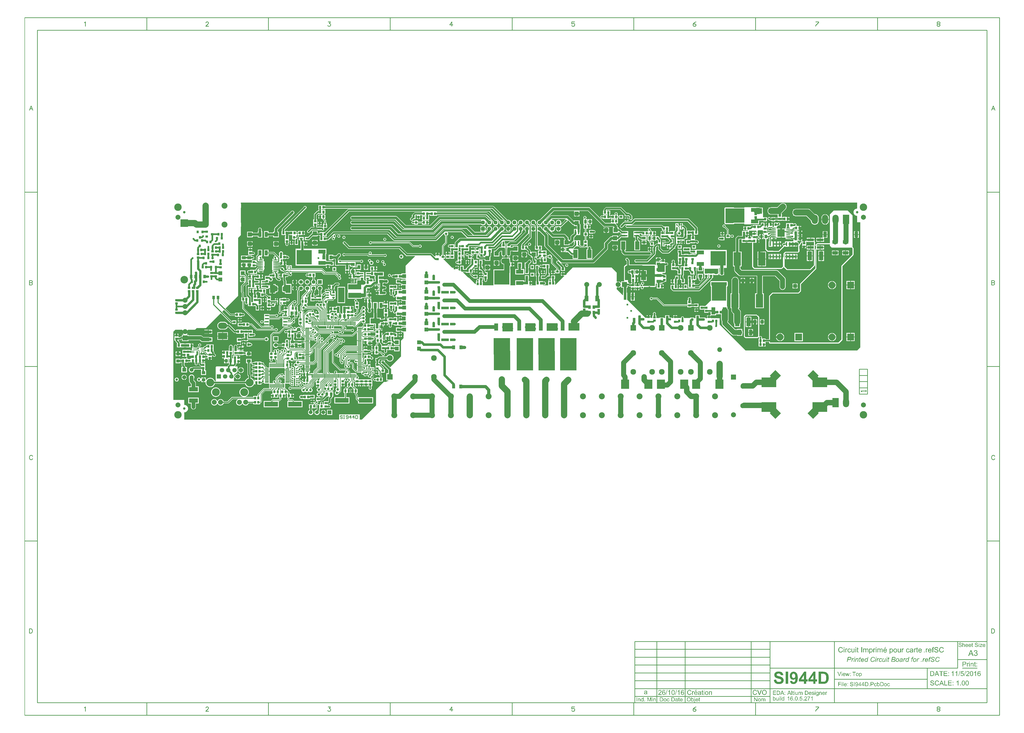
<source format=gtl>
G04 Layer_Physical_Order=1*
G04 Layer_Color=255*
%FSLAX25Y25*%
%MOIN*%
G70*
G01*
G75*
%ADD10C,0.01000*%
%ADD11R,0.26378X0.26378*%
%ADD12R,0.06300X0.11811*%
%ADD13R,0.02362X0.01575*%
%ADD14R,0.02362X0.02362*%
%ADD15R,0.11811X0.06300*%
%ADD16R,0.24400X0.22835*%
%ADD17R,0.03500X0.04000*%
%ADD18R,0.04000X0.03500*%
%ADD19R,0.04000X0.03200*%
%ADD20R,0.04000X0.03400*%
%ADD21R,0.03200X0.04000*%
%ADD22R,0.03400X0.04000*%
%ADD23R,0.04300X0.05700*%
%ADD24R,0.05512X0.08500*%
%ADD25R,0.06300X0.06300*%
%ADD26R,0.02953X0.00984*%
%ADD27R,0.05000X0.08000*%
%ADD28R,0.15000X0.08000*%
%ADD29R,0.08000X0.05000*%
%ADD30R,0.08000X0.15000*%
%ADD31R,0.06300X0.01200*%
%ADD32R,0.01200X0.06300*%
%ADD33R,0.06200X0.01600*%
%ADD34R,0.11811X0.12205*%
%ADD35R,0.04400X0.02400*%
%ADD36R,0.01200X0.06300*%
%ADD37R,0.06300X0.01200*%
%ADD38R,0.01600X0.02800*%
%ADD39R,0.11811X0.11811*%
%ADD40R,0.07000X0.01500*%
%ADD41R,0.22835X0.24400*%
%ADD42R,0.02400X0.06300*%
%ADD43R,0.02000X0.02200*%
%ADD44R,0.02200X0.02000*%
%ADD45R,0.06300X0.04700*%
%ADD46R,0.04700X0.06300*%
%ADD47R,0.06500X0.13200*%
%ADD48R,0.21600X0.07700*%
%ADD49R,0.03937X0.09843*%
%ADD50R,0.09843X0.23622*%
%ADD51R,0.14300X0.07000*%
%ADD52R,0.11417X0.21260*%
%ADD53R,0.20866X0.07874*%
%ADD54R,0.07000X0.14300*%
%ADD55R,0.07480X0.02362*%
%ADD56R,0.02362X0.07480*%
%ADD57R,0.04724X0.07874*%
%ADD58R,0.12598X0.14764*%
%ADD59R,0.05000X0.02400*%
%ADD60R,0.06500X0.06500*%
%ADD61R,0.06500X0.06500*%
%ADD62R,0.05512X0.05118*%
%ADD63R,0.02400X0.05000*%
%ADD64R,0.05700X0.04300*%
%ADD65R,0.10400X0.04300*%
%ADD66R,0.04300X0.10400*%
%ADD67R,0.08500X0.05512*%
%ADD68C,0.03937*%
%ADD69P,0.17706X4X270.0*%
%ADD70R,0.23622X0.15748*%
%ADD71R,0.08000X0.13000*%
%ADD72R,0.06100X0.09000*%
%ADD73R,0.06102X0.02362*%
%ADD74C,0.05000*%
%ADD75C,0.10000*%
%ADD76C,0.06000*%
%ADD77C,0.02500*%
%ADD78C,0.03000*%
%ADD79C,0.04000*%
%ADD80C,0.01500*%
%ADD81C,0.08500*%
%ADD82C,0.02106*%
%ADD83C,0.04354*%
%ADD84C,0.02000*%
%ADD85C,0.03937*%
%ADD86C,0.03500*%
%ADD87C,0.08000*%
%ADD88C,0.01200*%
%ADD89C,0.06500*%
%ADD90C,0.02200*%
%ADD91C,0.00800*%
%ADD92R,0.17421X0.12303*%
%ADD93R,0.17520X0.11909*%
%ADD94R,0.16339X0.12598*%
%ADD95R,0.16732X0.13189*%
%ADD96R,0.26378X0.31000*%
%ADD97R,0.26280X0.31000*%
%ADD98R,0.26280X0.31000*%
%ADD99R,0.21250X0.07500*%
%ADD100R,0.11250X0.12000*%
%ADD101R,0.11900X0.18500*%
%ADD102R,0.24500X0.05750*%
%ADD103R,0.12500X0.23750*%
%ADD104C,0.00500*%
%ADD105C,0.06299*%
%ADD106R,0.06299X0.06299*%
%ADD107C,0.09500*%
%ADD108C,0.04000*%
G04:AMPARAMS|DCode=109|XSize=78.74mil|YSize=118.11mil|CornerRadius=39.37mil|HoleSize=0mil|Usage=FLASHONLY|Rotation=108.000|XOffset=0mil|YOffset=0mil|HoleType=Round|Shape=RoundedRectangle|*
%AMROUNDEDRECTD109*
21,1,0.07874,0.03937,0,0,108.0*
21,1,0.00000,0.11811,0,0,108.0*
1,1,0.07874,0.01872,0.00608*
1,1,0.07874,0.01872,0.00608*
1,1,0.07874,-0.01872,-0.00608*
1,1,0.07874,-0.01872,-0.00608*
%
%ADD109ROUNDEDRECTD109*%
%ADD110R,0.07874X0.07874*%
%ADD111C,0.07874*%
%ADD112R,0.07874X0.07874*%
%ADD113C,0.12000*%
%ADD114R,0.12000X0.12000*%
%ADD115R,0.09055X0.09055*%
%ADD116C,0.09055*%
%ADD117R,0.09055X0.09055*%
%ADD118C,0.06000*%
%ADD119R,0.06000X0.06000*%
%ADD120R,0.06000X0.06000*%
G04:AMPARAMS|DCode=121|XSize=98.43mil|YSize=145.67mil|CornerRadius=49.21mil|HoleSize=0mil|Usage=FLASHONLY|Rotation=180.000|XOffset=0mil|YOffset=0mil|HoleType=Round|Shape=RoundedRectangle|*
%AMROUNDEDRECTD121*
21,1,0.09843,0.04724,0,0,180.0*
21,1,0.00000,0.14567,0,0,180.0*
1,1,0.09843,0.00000,0.02362*
1,1,0.09843,0.00000,0.02362*
1,1,0.09843,0.00000,-0.02362*
1,1,0.09843,0.00000,-0.02362*
%
%ADD121ROUNDEDRECTD121*%
%ADD122O,0.09843X0.14567*%
%ADD123R,0.09843X0.14567*%
%ADD124C,0.12598*%
%ADD125C,0.07087*%
%ADD126R,0.07087X0.07087*%
%ADD127R,0.07500X0.07500*%
%ADD128C,0.07500*%
%ADD129R,0.08000X0.08000*%
%ADD130C,0.08000*%
%ADD131C,0.11000*%
%ADD132R,0.11000X0.11000*%
%ADD133R,0.07500X0.07500*%
%ADD134O,0.06000X0.09000*%
G04:AMPARAMS|DCode=135|XSize=98.43mil|YSize=145.67mil|CornerRadius=49.21mil|HoleSize=0mil|Usage=FLASHONLY|Rotation=90.000|XOffset=0mil|YOffset=0mil|HoleType=Round|Shape=RoundedRectangle|*
%AMROUNDEDRECTD135*
21,1,0.09843,0.04724,0,0,90.0*
21,1,0.00000,0.14567,0,0,90.0*
1,1,0.09843,0.02362,0.00000*
1,1,0.09843,0.02362,0.00000*
1,1,0.09843,-0.02362,0.00000*
1,1,0.09843,-0.02362,0.00000*
%
%ADD135ROUNDEDRECTD135*%
%ADD136R,0.14567X0.09843*%
%ADD137C,0.11811*%
%ADD138C,0.07874*%
%ADD139C,0.03032*%
%ADD140C,0.05000*%
G36*
X1070000Y318434D02*
X1068842Y318320D01*
X1067729Y317982D01*
X1066703Y317434D01*
X1065804Y316696D01*
X1065066Y315797D01*
X1064518Y314771D01*
X1064180Y313658D01*
X1064066Y312500D01*
X1064180Y311342D01*
X1064518Y310229D01*
X1065066Y309203D01*
X1065804Y308304D01*
X1066703Y307566D01*
X1067729Y307018D01*
X1068842Y306680D01*
X1070000Y306566D01*
Y296437D01*
X1075000D01*
Y97500D01*
X1070000Y92500D01*
X892500D01*
X851250Y133750D01*
Y143750D01*
X837331Y143824D01*
Y145214D01*
X834331D01*
X831331D01*
Y144274D01*
X830912Y143858D01*
X828869Y143868D01*
Y144775D01*
X822469D01*
Y144699D01*
X819406D01*
Y148514D01*
X816389D01*
X816206Y148538D01*
X816022Y148514D01*
X813006D01*
Y144371D01*
X812587Y143955D01*
X810744Y143964D01*
Y144775D01*
X804344D01*
Y144416D01*
X803926Y144000D01*
X794753Y144049D01*
X794487Y144375D01*
X794307Y145279D01*
X793795Y146045D01*
X793029Y146556D01*
X792126Y146736D01*
X791222Y146556D01*
X790456Y146045D01*
X789945Y145279D01*
X789765Y144375D01*
X789519Y144077D01*
X783457Y144109D01*
Y145339D01*
X780457D01*
X777457D01*
Y144559D01*
X777038Y144143D01*
X774995Y144153D01*
Y144900D01*
X771031D01*
Y148639D01*
X768014D01*
X767831Y148663D01*
X767647Y148639D01*
X764631D01*
Y144627D01*
X764212Y144211D01*
X762369Y144220D01*
Y144900D01*
X755969D01*
Y144672D01*
X755551Y144256D01*
X750636Y144282D01*
Y148230D01*
X749526D01*
Y150114D01*
X749681Y150346D01*
X749861Y151250D01*
X749681Y152154D01*
X749170Y152920D01*
X748404Y153431D01*
X747500Y153611D01*
X746596Y153431D01*
X745830Y152920D01*
X745319Y152154D01*
X745139Y151250D01*
X745319Y150346D01*
X745346Y150306D01*
Y148230D01*
X744236D01*
Y144735D01*
X743818Y144318D01*
X741047Y144333D01*
Y145339D01*
X738047D01*
X735047D01*
Y144783D01*
X734629Y144367D01*
X733125Y144375D01*
X704123Y173377D01*
Y184525D01*
X703597D01*
Y192363D01*
X704885D01*
Y195410D01*
X705649D01*
X706147Y194912D01*
X706147Y194912D01*
X706825Y194459D01*
X707625Y194300D01*
X707625Y194300D01*
X709925D01*
Y193440D01*
X710125D01*
Y191610D01*
X713125D01*
X716125D01*
Y193440D01*
X716325D01*
Y193471D01*
X717425D01*
Y193440D01*
X717625D01*
Y191610D01*
X720625D01*
X723625D01*
Y193060D01*
X723990Y193475D01*
X724415Y193566D01*
X724496Y193565D01*
X724647Y193625D01*
X724806Y193658D01*
X724921Y193735D01*
X725050Y193787D01*
X725166Y193901D01*
X725219Y193936D01*
X725611Y193858D01*
X725944Y193403D01*
X725764Y192500D01*
X725944Y191596D01*
X726455Y190830D01*
X727221Y190319D01*
X728125Y190139D01*
X729029Y190319D01*
X729795Y190830D01*
X730306Y191596D01*
X730486Y192500D01*
X730410Y192881D01*
X730895Y193471D01*
X738013D01*
X738161Y193500D01*
X738311D01*
X738450Y193558D01*
X738598Y193587D01*
X738723Y193671D01*
X738863Y193728D01*
X739068Y193866D01*
X739375Y193927D01*
X739682Y193866D01*
X739887Y193728D01*
X740027Y193671D01*
X740152Y193587D01*
X740300Y193558D01*
X740439Y193500D01*
X740589D01*
X740737Y193471D01*
X748125D01*
X748710Y193587D01*
X749206Y193919D01*
X749538Y194415D01*
X749654Y195000D01*
Y198270D01*
X749800Y198800D01*
X751763D01*
Y197575D01*
X751158D01*
Y191175D01*
X757058D01*
Y191375D01*
X758888D01*
Y194375D01*
Y197375D01*
X757058D01*
Y197575D01*
X756453D01*
Y198800D01*
X760200D01*
Y200155D01*
X760765D01*
X761662Y200333D01*
X762423Y200842D01*
X763491Y201910D01*
X766325D01*
Y207190D01*
Y213090D01*
X763491D01*
X763171Y213410D01*
X762410Y213918D01*
X761513Y214097D01*
X760617D01*
X760200Y214514D01*
X760200Y215452D01*
X760627Y215846D01*
X763750D01*
X764335Y215962D01*
X764831Y216294D01*
X765163Y216790D01*
X765279Y217375D01*
Y227515D01*
X766735D01*
X767632Y227693D01*
X768393Y228202D01*
X768476Y228285D01*
X768545Y228330D01*
X769056Y229096D01*
X769236Y230000D01*
X769056Y230904D01*
X768545Y231670D01*
X767779Y232181D01*
X766875Y232361D01*
X766090Y232205D01*
X764450D01*
Y232810D01*
X764250D01*
Y234640D01*
X758250D01*
Y233838D01*
X757800Y233500D01*
X749700D01*
Y228905D01*
X749471Y228755D01*
X749110Y228646D01*
X748710Y228913D01*
X748125Y229029D01*
X707715D01*
Y235625D01*
X707556Y236425D01*
X707103Y237103D01*
X705963Y238243D01*
X705931Y238404D01*
X705420Y239170D01*
X704654Y239681D01*
X703750Y239861D01*
X702846Y239681D01*
X702080Y239170D01*
X701569Y238404D01*
X701389Y237500D01*
X701569Y236596D01*
X702080Y235830D01*
X702846Y235319D01*
X703008Y235287D01*
X703535Y234759D01*
Y229029D01*
X702500D01*
X701915Y228913D01*
X701419Y228581D01*
X699544Y226706D01*
X699212Y226210D01*
X699096Y225625D01*
Y204375D01*
X699212Y203790D01*
X699544Y203294D01*
X699643Y203227D01*
X699464Y202637D01*
X694611D01*
Y200202D01*
X694194Y200041D01*
X694021Y200041D01*
X693269Y201021D01*
X692238Y201813D01*
X691037Y202310D01*
X690248Y202414D01*
Y197500D01*
Y192586D01*
X691037Y192690D01*
X692238Y193187D01*
X693269Y193979D01*
X694021Y194959D01*
X694194Y194959D01*
X694611Y194798D01*
Y192363D01*
X697949D01*
Y184525D01*
X697423D01*
Y180848D01*
X696877Y180622D01*
X687500Y190000D01*
Y192556D01*
X687991Y192884D01*
X688459Y192690D01*
X689248Y192586D01*
Y197500D01*
Y202414D01*
X688459Y202310D01*
X687991Y202116D01*
X687500Y202444D01*
Y216250D01*
X679375Y224375D01*
X617500D01*
X605376Y212251D01*
X604831Y212477D01*
Y213661D01*
X602331D01*
Y211561D01*
X603916D01*
X604141Y211016D01*
X590135Y197010D01*
X589590Y197236D01*
Y202700D01*
X588421D01*
Y206361D01*
X589531D01*
Y211961D01*
X583131D01*
Y206905D01*
X582541Y206590D01*
X582404Y206681D01*
X581500Y206861D01*
X580596Y206681D01*
X579830Y206170D01*
X579319Y205404D01*
X579139Y204500D01*
X579319Y203596D01*
X579523Y203290D01*
X579208Y202700D01*
X578410D01*
Y196300D01*
X577944Y196000D01*
X570954D01*
X570506Y196569D01*
X570547Y196708D01*
X572000D01*
X572723Y196803D01*
X573396Y197082D01*
X573975Y197526D01*
X574418Y198104D01*
X574697Y198777D01*
X574792Y199500D01*
X574697Y200223D01*
X574418Y200896D01*
X573975Y201474D01*
X573396Y201918D01*
X572723Y202197D01*
X572000Y202292D01*
X570090D01*
Y202700D01*
X563760D01*
Y210100D01*
X564869D01*
Y215900D01*
X563429D01*
Y218000D01*
X563429Y218000D01*
X563270Y218800D01*
X562929Y219310D01*
Y221969D01*
X563639D01*
Y225991D01*
X564229Y226049D01*
X564319Y225596D01*
X564830Y224830D01*
X565596Y224319D01*
X566500Y224139D01*
X567404Y224319D01*
X567540Y224410D01*
X569410D01*
Y223300D01*
X575270D01*
Y215900D01*
X574469D01*
Y212756D01*
X573981Y212268D01*
X573531Y211961D01*
Y211961D01*
X573531Y211961D01*
X567131D01*
Y206361D01*
X573531D01*
Y206616D01*
X573831Y207071D01*
X574631Y207230D01*
X575309Y207683D01*
X577725Y210100D01*
X580869D01*
Y215900D01*
X579450D01*
Y223300D01*
X580590D01*
Y229700D01*
X569410D01*
Y228590D01*
X567540D01*
X567404Y228681D01*
X566500Y228861D01*
X565596Y228681D01*
X564830Y228170D01*
X564319Y227404D01*
X564229Y226951D01*
X563639Y227009D01*
Y228369D01*
X558039D01*
Y221969D01*
X558748D01*
Y218500D01*
X558748Y218500D01*
X558908Y217700D01*
X559248Y217190D01*
Y215900D01*
X558469D01*
Y210100D01*
X559579D01*
Y202700D01*
X558910D01*
Y196590D01*
X558910Y196300D01*
X558444Y196000D01*
X548568D01*
X548264Y196590D01*
X548356Y196720D01*
X549640D01*
Y199720D01*
Y202720D01*
X547810D01*
Y202920D01*
X547494D01*
Y206581D01*
X547869D01*
Y212181D01*
X541469D01*
Y206581D01*
X541845D01*
Y202489D01*
X540452D01*
Y204015D01*
X526241D01*
Y196000D01*
X518947D01*
X518400Y196103D01*
X518400Y196590D01*
Y221337D01*
X518094D01*
Y226300D01*
X519310D01*
Y226500D01*
X521140D01*
Y229500D01*
Y232500D01*
X519310D01*
Y232700D01*
X518094D01*
Y234720D01*
X517920Y236038D01*
X517900Y236087D01*
Y240434D01*
X513100D01*
Y239901D01*
X513000Y239814D01*
X509900D01*
Y240294D01*
X505100D01*
Y238691D01*
X504618Y238322D01*
X503809Y237267D01*
X503300Y236038D01*
X503126Y234720D01*
X503300Y233402D01*
X503809Y232173D01*
X504618Y231118D01*
X505673Y230309D01*
X506902Y229800D01*
X507906Y229668D01*
Y221337D01*
X491600D01*
Y196590D01*
X491600Y196103D01*
X491052Y196000D01*
X474590D01*
Y201700D01*
X473730D01*
Y203361D01*
X474906D01*
Y208961D01*
X468506D01*
Y205648D01*
X467916Y205339D01*
X467404Y205681D01*
X466500Y205861D01*
X465596Y205681D01*
X464830Y205170D01*
X464319Y204404D01*
X464139Y203500D01*
X464319Y202596D01*
X464523Y202290D01*
X464208Y201700D01*
X463410D01*
Y198361D01*
X462865Y198135D01*
X452500Y208500D01*
X451420D01*
X445460Y214460D01*
X443395Y216305D01*
X442990Y216593D01*
X443169Y217155D01*
X447410D01*
Y216300D01*
X454060D01*
Y213860D01*
X454180Y213255D01*
X454523Y212742D01*
X458383Y208882D01*
X458895Y208540D01*
X459500Y208420D01*
X459844D01*
Y207100D01*
X466244D01*
Y212900D01*
X459844D01*
Y212662D01*
X459299Y212436D01*
X457220Y214515D01*
Y216300D01*
X458590D01*
Y220347D01*
X459499Y221256D01*
X460044Y221031D01*
Y219786D01*
X462544D01*
Y221886D01*
X460900D01*
X460674Y222431D01*
X462406Y224164D01*
X466244D01*
Y229469D01*
X466461Y229969D01*
X466461Y230264D01*
Y236369D01*
X461229D01*
X460861Y236369D01*
X460601D01*
X460184Y236787D01*
Y237258D01*
X460200Y237339D01*
X460020Y238242D01*
X459508Y239008D01*
X458742Y239520D01*
X457839Y239700D01*
X457490Y239630D01*
X456922Y240096D01*
X456938Y240673D01*
X457268Y240894D01*
X459937Y243563D01*
X460225Y243993D01*
X460325Y244500D01*
Y245910D01*
X462200D01*
Y247534D01*
X462800D01*
Y245910D01*
X469200D01*
Y251190D01*
Y253910D01*
X469910D01*
Y252800D01*
X470770D01*
Y252200D01*
X469910D01*
Y245800D01*
X473928D01*
X474280Y245210D01*
X474139Y244500D01*
X474319Y243596D01*
X474830Y242830D01*
X475596Y242319D01*
X476293Y242180D01*
X476234Y241590D01*
X470696D01*
X470400Y241887D01*
Y245031D01*
X464600D01*
Y238631D01*
X467744D01*
X468353Y238022D01*
X469031Y237569D01*
X469831Y237410D01*
X477550D01*
Y235050D01*
X486450D01*
Y240994D01*
X486978Y241522D01*
X486978Y241522D01*
X487431Y242200D01*
X487590Y243000D01*
X487590Y243000D01*
Y247910D01*
X488700D01*
Y254050D01*
X493140D01*
X493140Y254050D01*
X493940Y254209D01*
X494618Y254662D01*
X504615Y264659D01*
X505164Y264374D01*
X505319Y263596D01*
X505410Y263460D01*
Y262810D01*
X504300D01*
Y257049D01*
X501720D01*
X500858Y256935D01*
X500056Y256603D01*
X499366Y256074D01*
X494463Y251170D01*
X492050D01*
Y242270D01*
X500950D01*
Y248243D01*
X503099Y250392D01*
X504172D01*
Y245846D01*
X504285Y244985D01*
X504618Y244182D01*
X505100Y243553D01*
Y242146D01*
X509900D01*
Y243553D01*
X510383Y244182D01*
X510715Y244985D01*
X510828Y245846D01*
Y253720D01*
X510715Y254581D01*
X510700Y254618D01*
Y256910D01*
Y262810D01*
X509590D01*
Y263460D01*
X509681Y263596D01*
X509861Y264500D01*
X509681Y265404D01*
X509170Y266170D01*
X508945Y266320D01*
X509124Y266910D01*
X523500D01*
X523500Y266910D01*
X524300Y267069D01*
X524978Y267522D01*
X536478Y279022D01*
X536478Y279022D01*
X536931Y279700D01*
X537090Y280500D01*
X537090Y280500D01*
Y282181D01*
X537194Y282224D01*
X538102Y282922D01*
X538799Y283830D01*
X539238Y284888D01*
X539387Y286024D01*
X539238Y287159D01*
X538799Y288217D01*
X538102Y289126D01*
X537194Y289823D01*
X536135Y290261D01*
X535000Y290411D01*
X533864Y290261D01*
X532806Y289823D01*
X532685Y289730D01*
X532094Y289995D01*
X532047Y290399D01*
X533560Y291912D01*
X533864Y291786D01*
X535000Y291636D01*
X536135Y291786D01*
X537194Y292224D01*
X538102Y292921D01*
X538799Y293830D01*
X539238Y294888D01*
X539387Y296024D01*
X539238Y297159D01*
X538799Y298217D01*
X538102Y299126D01*
X537194Y299823D01*
X536135Y300261D01*
X535000Y300411D01*
X533864Y300261D01*
X532806Y299823D01*
X531898Y299126D01*
X531201Y298217D01*
X530762Y297159D01*
X530613Y296024D01*
X530762Y294888D01*
X530888Y294584D01*
X528664Y292360D01*
X528254Y291747D01*
X528111Y291024D01*
Y289863D01*
X527521Y289572D01*
X527194Y289823D01*
X526135Y290261D01*
X525000Y290411D01*
X523865Y290261D01*
X522806Y289823D01*
X521898Y289126D01*
X521201Y288217D01*
X520762Y287159D01*
X520613Y286024D01*
X520762Y284888D01*
X520805Y284785D01*
X517111Y281090D01*
X505370D01*
X505332Y281680D01*
X506136Y281786D01*
X507194Y282224D01*
X508102Y282922D01*
X508799Y283830D01*
X509238Y284888D01*
X509387Y286024D01*
X509238Y287159D01*
X508799Y288217D01*
X508102Y289126D01*
X507194Y289823D01*
X506136Y290261D01*
X505000Y290411D01*
X503864Y290261D01*
X502806Y289823D01*
X501898Y289126D01*
X501201Y288217D01*
X500762Y287159D01*
X500613Y286024D01*
X500659Y285676D01*
X499827Y284845D01*
X499268Y285120D01*
X499387Y286024D01*
X499238Y287159D01*
X498799Y288217D01*
X498102Y289126D01*
X497194Y289823D01*
X496136Y290261D01*
X495000Y290411D01*
X493864Y290261D01*
X492806Y289823D01*
X491898Y289126D01*
X491201Y288217D01*
X490762Y287159D01*
X490613Y286024D01*
X490762Y284888D01*
X490805Y284785D01*
X481811Y275790D01*
X480998D01*
X480830Y276075D01*
X480774Y276380D01*
X486211Y281817D01*
X487194Y282224D01*
X488102Y282922D01*
X488799Y283830D01*
X489238Y284888D01*
X489387Y286024D01*
X489238Y287159D01*
X488799Y288217D01*
X488102Y289126D01*
X487194Y289823D01*
X486135Y290261D01*
X485000Y290411D01*
X483864Y290261D01*
X482806Y289823D01*
X481898Y289126D01*
X481201Y288217D01*
X480762Y287159D01*
X480613Y286024D01*
X480762Y284888D01*
X480918Y284512D01*
X479695Y283289D01*
X479150Y283514D01*
Y285524D01*
X475500D01*
Y281874D01*
X476991D01*
X477295Y281284D01*
X477181Y281124D01*
X461870D01*
X451997Y290997D01*
X451412Y291446D01*
X450731Y291728D01*
X450000Y291824D01*
X411500D01*
X410769Y291728D01*
X410088Y291446D01*
X409503Y290997D01*
X396830Y278324D01*
X340170D01*
X329497Y288997D01*
X328912Y289446D01*
X328231Y289728D01*
X327500Y289824D01*
X267000D01*
X266269Y289728D01*
X265588Y289446D01*
X265003Y288997D01*
X264554Y288412D01*
X264272Y287731D01*
X264176Y287000D01*
X264272Y286269D01*
X264554Y285588D01*
X265003Y285003D01*
X265588Y284554D01*
X266269Y284272D01*
X267000Y284176D01*
X326330D01*
X337003Y273503D01*
X337588Y273054D01*
X338269Y272772D01*
X339000Y272676D01*
X398000D01*
X398731Y272772D01*
X399412Y273054D01*
X399997Y273503D01*
X412670Y286176D01*
X448830D01*
X458626Y276380D01*
X458569Y276075D01*
X458402Y275790D01*
X451666D01*
X442978Y284478D01*
X442300Y284931D01*
X441500Y285090D01*
X441500Y285090D01*
X414000D01*
X414000Y285090D01*
X413200Y284931D01*
X412522Y284478D01*
X399134Y271090D01*
X334866D01*
X324978Y280978D01*
X324300Y281431D01*
X323500Y281590D01*
X323500Y281590D01*
X237500D01*
X237500Y281590D01*
X236700Y281431D01*
X236022Y280978D01*
X227134Y272090D01*
X226215D01*
Y273200D01*
X220075D01*
Y274300D01*
X226215D01*
Y277494D01*
X262131Y313410D01*
X377407D01*
X377910Y313200D01*
X377910Y312820D01*
Y312090D01*
X366500D01*
X365700Y311931D01*
X365022Y311478D01*
X365022Y311478D01*
X363183Y309639D01*
X362730Y308961D01*
X362571Y308161D01*
X362003Y308031D01*
X361861D01*
Y304987D01*
X360588Y303713D01*
X360427Y303681D01*
X359661Y303170D01*
X359149Y302404D01*
X358970Y301500D01*
X359149Y300596D01*
X359661Y299830D01*
X360427Y299319D01*
X361331Y299139D01*
X362234Y299319D01*
X363000Y299830D01*
X363512Y300596D01*
X363544Y300758D01*
X364417Y301631D01*
X367461D01*
Y307910D01*
X369181D01*
X369739Y307831D01*
X369739Y307320D01*
Y305331D01*
X372339D01*
X374939D01*
X374939Y307831D01*
X375496Y307910D01*
X377910D01*
Y306800D01*
X384050D01*
Y306200D01*
X377910D01*
Y299800D01*
X379535D01*
Y299200D01*
X377910D01*
Y297325D01*
X371400D01*
Y299369D01*
X365600D01*
Y298374D01*
X365010Y298059D01*
X364573Y298351D01*
X363669Y298530D01*
X362766Y298351D01*
X362000Y297839D01*
X361488Y297073D01*
X361308Y296169D01*
X361488Y295266D01*
X362000Y294500D01*
X362766Y293988D01*
X363669Y293808D01*
X364573Y293988D01*
X365010Y294280D01*
X365600Y293965D01*
Y292969D01*
X371400D01*
Y294674D01*
X377910D01*
Y292800D01*
X383810D01*
Y293000D01*
X385640D01*
Y296000D01*
Y299000D01*
X383810D01*
Y299200D01*
X382186D01*
Y299800D01*
X389090D01*
Y306200D01*
X388230D01*
Y306800D01*
X389090D01*
Y307910D01*
X390410D01*
Y306800D01*
X401590D01*
Y307910D01*
X480158D01*
X490805Y297263D01*
X490762Y297159D01*
X490613Y296024D01*
X490762Y294888D01*
X491201Y293830D01*
X491898Y292921D01*
X492806Y292224D01*
X493864Y291786D01*
X495000Y291636D01*
X496136Y291786D01*
X497194Y292224D01*
X498102Y292921D01*
X498799Y293830D01*
X499238Y294888D01*
X499387Y296024D01*
X499238Y297159D01*
X498799Y298217D01*
X498102Y299126D01*
X497194Y299823D01*
X496136Y300261D01*
X495000Y300411D01*
X493864Y300261D01*
X493761Y300218D01*
X482502Y311478D01*
X481823Y311931D01*
X481024Y312090D01*
X481024Y312090D01*
X402007D01*
X401590Y312507D01*
X401590Y313200D01*
X402093Y313410D01*
X484658D01*
X500805Y297263D01*
X500762Y297159D01*
X500613Y296024D01*
X500762Y294888D01*
X501201Y293830D01*
X501898Y292921D01*
X502806Y292224D01*
X503864Y291786D01*
X505000Y291636D01*
X506136Y291786D01*
X507194Y292224D01*
X508102Y292921D01*
X508799Y293830D01*
X509238Y294888D01*
X509387Y296024D01*
X509238Y297159D01*
X508799Y298217D01*
X508102Y299126D01*
X507194Y299823D01*
X506136Y300261D01*
X505000Y300411D01*
X503864Y300261D01*
X503761Y300218D01*
X487002Y316978D01*
X486323Y317431D01*
X485524Y317590D01*
X485524Y317590D01*
X261265D01*
X261265Y317590D01*
X260465Y317431D01*
X259787Y316978D01*
X259787Y316978D01*
X223509Y280700D01*
X215035D01*
Y279590D01*
X211950D01*
Y283200D01*
X203050D01*
Y279080D01*
X202897Y278978D01*
X196944Y273025D01*
X191551D01*
Y268225D01*
X198951D01*
Y269129D01*
X198978Y269147D01*
X204131Y274300D01*
X211950D01*
Y275410D01*
X215035D01*
Y274300D01*
X215895D01*
Y273200D01*
X215035D01*
Y266800D01*
X226215D01*
Y267910D01*
X228000D01*
X228000Y267910D01*
X228800Y268069D01*
X229478Y268522D01*
X235901Y274945D01*
X236444Y274654D01*
X236389Y274375D01*
X236569Y273471D01*
X236264Y272865D01*
X235971Y272806D01*
X235205Y272295D01*
X234694Y271529D01*
X234514Y270625D01*
X234694Y269721D01*
X235205Y268955D01*
X235971Y268444D01*
X236875Y268264D01*
X237779Y268444D01*
X238545Y268955D01*
X239056Y269721D01*
X239236Y270625D01*
X239056Y271529D01*
X239361Y272135D01*
X239654Y272194D01*
X240420Y272705D01*
X240931Y273471D01*
X241111Y274375D01*
X240931Y275279D01*
X240420Y276045D01*
X239654Y276556D01*
X239004Y276686D01*
X238695Y277232D01*
X238687Y277304D01*
X238750Y277410D01*
X322634D01*
X332522Y267522D01*
X332522Y267522D01*
X333200Y267069D01*
X334000Y266910D01*
X400000D01*
X400000Y266910D01*
X400800Y267069D01*
X401478Y267522D01*
X412480Y278524D01*
X413039Y278248D01*
X413022Y278125D01*
X413132Y277290D01*
X413455Y276511D01*
X413968Y275843D01*
X414636Y275330D01*
X414924Y275210D01*
Y264468D01*
X410393Y259937D01*
X410106Y259507D01*
X410005Y259000D01*
Y244400D01*
X408131D01*
Y242641D01*
X407586Y242415D01*
X407501Y242500D01*
X406160D01*
X405669Y243090D01*
Y244839D01*
X402669D01*
X399669D01*
Y243090D01*
X399669Y242739D01*
X399178Y242500D01*
X397456D01*
X393478Y246478D01*
X392800Y246931D01*
X392000Y247090D01*
X392000Y247090D01*
X354790D01*
X354654Y247181D01*
X354492Y247213D01*
X343978Y257728D01*
X343300Y258181D01*
X342500Y258340D01*
X342500Y258340D01*
X262741D01*
X256588Y264493D01*
X256556Y264654D01*
X256045Y265420D01*
X255279Y265931D01*
X254375Y266111D01*
X253471Y265931D01*
X252705Y265420D01*
X252194Y264654D01*
X252014Y263750D01*
X252194Y262846D01*
X252705Y262080D01*
X253471Y261569D01*
X253632Y261537D01*
X260397Y254772D01*
X261075Y254319D01*
X261875Y254160D01*
X341634D01*
X351537Y244257D01*
X351569Y244096D01*
X352080Y243330D01*
X352846Y242819D01*
X353750Y242639D01*
X354654Y242819D01*
X354790Y242910D01*
X366451D01*
X366695Y242320D01*
X351875Y227500D01*
Y215108D01*
X345074D01*
Y213700D01*
X334410D01*
Y213225D01*
X331875D01*
X330880Y213027D01*
X330036Y212463D01*
X329473Y211620D01*
X329275Y210625D01*
X329473Y209630D01*
X330036Y208787D01*
X330880Y208223D01*
X331875Y208025D01*
X334410D01*
Y207300D01*
X345074D01*
Y206408D01*
X351875D01*
Y205108D01*
X345074D01*
Y204805D01*
X344483Y204490D01*
X344120Y204733D01*
X343125Y204931D01*
X342400D01*
Y205531D01*
X336600D01*
Y199131D01*
X342400D01*
X342893Y198897D01*
X343703Y198355D01*
X344698Y198158D01*
X345074D01*
Y196669D01*
X343839D01*
Y194169D01*
X345939D01*
Y196408D01*
X351875D01*
Y190108D01*
X346007D01*
X345939Y190669D01*
X345939D01*
Y193169D01*
X343839D01*
Y190669D01*
X345005D01*
X345074Y190108D01*
X345074D01*
Y188700D01*
X333910D01*
Y182491D01*
X333008Y181588D01*
X332846Y181556D01*
X332080Y181045D01*
X331569Y180279D01*
X331389Y179375D01*
X331569Y178471D01*
X332080Y177705D01*
X332846Y177194D01*
X333750Y177014D01*
X334654Y177194D01*
X335420Y177705D01*
X335931Y178471D01*
X336531Y178463D01*
X336600Y178435D01*
Y172631D01*
X342400D01*
Y173231D01*
X345074D01*
Y171408D01*
X351875D01*
Y165108D01*
X345939D01*
Y166669D01*
X340739D01*
Y164169D01*
X340447Y163700D01*
X338940D01*
X338461Y163969D01*
X338461Y164290D01*
Y170369D01*
X332861D01*
Y169259D01*
X332200D01*
Y170090D01*
X325800D01*
Y164190D01*
Y158910D01*
X326910D01*
Y157040D01*
X326819Y156904D01*
X326639Y156000D01*
X326819Y155096D01*
X327330Y154330D01*
X328096Y153819D01*
X329000Y153639D01*
X329904Y153819D01*
X330670Y154330D01*
X331181Y155096D01*
X331361Y156000D01*
X331181Y156904D01*
X331090Y157040D01*
Y158910D01*
X332200D01*
Y165079D01*
X332861D01*
Y163969D01*
X333432D01*
X333910Y163700D01*
X333910Y163379D01*
Y157300D01*
X334135D01*
X334379Y156710D01*
X333632Y155963D01*
X333471Y155931D01*
X332705Y155420D01*
X332194Y154654D01*
X332014Y153750D01*
X332194Y152846D01*
X332705Y152080D01*
X333471Y151569D01*
X334375Y151389D01*
X335279Y151569D01*
X336010Y152057D01*
X336197Y152017D01*
X336600Y151850D01*
Y147631D01*
X342400D01*
Y148231D01*
X345074D01*
Y146408D01*
X351875D01*
Y140108D01*
X345939D01*
Y141669D01*
X340739D01*
Y139169D01*
X340447Y138700D01*
X338940D01*
X338461Y138969D01*
Y145369D01*
X332861D01*
Y144259D01*
X330700D01*
Y144965D01*
X324300D01*
Y139065D01*
Y133785D01*
X325410D01*
Y132540D01*
X325319Y132404D01*
X325139Y131500D01*
X325319Y130596D01*
X325830Y129830D01*
X326596Y129319D01*
X327500Y129139D01*
X328404Y129319D01*
X329170Y129830D01*
X329681Y130596D01*
X329861Y131500D01*
X329681Y132404D01*
X329590Y132540D01*
Y133785D01*
X330700D01*
X330700Y133785D01*
Y133785D01*
X330700Y133785D01*
X331246Y133678D01*
X331596Y133444D01*
X332500Y133264D01*
X333320Y133427D01*
X333585Y133323D01*
X333910Y133107D01*
Y132300D01*
X345074D01*
Y131408D01*
X351875D01*
Y130429D01*
X348538D01*
Y130108D01*
X345074D01*
Y128358D01*
X342400D01*
Y129031D01*
X336600D01*
Y122631D01*
X342400D01*
Y123158D01*
X345074D01*
Y121408D01*
X348538D01*
Y112288D01*
X344375Y108125D01*
Y83125D01*
X327129Y65879D01*
X318781Y74227D01*
Y76650D01*
X312381D01*
Y70850D01*
X314804D01*
X324275Y61379D01*
Y56353D01*
X321147D01*
Y44897D01*
X324395D01*
X324513Y44307D01*
X322305Y43393D01*
X320689Y42500D01*
X317500D01*
X305000Y30000D01*
Y5000D01*
X282549Y-17451D01*
X278957D01*
Y-9202D01*
X246200D01*
Y-17451D01*
X0D01*
Y-5934D01*
X1158Y-5820D01*
X2271Y-5482D01*
X3297Y-4934D01*
X4196Y-4196D01*
X4934Y-3297D01*
X5482Y-2271D01*
X5820Y-1158D01*
X5934Y0D01*
X5820Y1158D01*
X5482Y2271D01*
X4934Y3297D01*
X4196Y4196D01*
X3297Y4934D01*
X2271Y5482D01*
X1158Y5820D01*
X0Y5934D01*
Y13957D01*
X-17451D01*
Y122549D01*
X-14500Y125500D01*
X-3323D01*
X-3095Y124910D01*
X-3560Y123789D01*
X-3664Y123000D01*
X1250D01*
X6164D01*
X6060Y123789D01*
X5596Y124910D01*
X5823Y125500D01*
X16750D01*
X19375Y128125D01*
X34375D01*
X57945Y151695D01*
X73257Y136382D01*
X73770Y136040D01*
X74375Y135920D01*
X76219D01*
Y134600D01*
X82619D01*
Y140400D01*
X76219D01*
Y139080D01*
X75030D01*
X60180Y153930D01*
X63257Y157008D01*
X72008Y148258D01*
X72520Y147915D01*
X73125Y147795D01*
X80660D01*
Y146175D01*
X91840D01*
Y147285D01*
X92710D01*
X92846Y147194D01*
X93750Y147014D01*
X94654Y147194D01*
X95420Y147705D01*
X95931Y148471D01*
X96111Y149375D01*
X95931Y150279D01*
X95420Y151045D01*
X94654Y151556D01*
X93750Y151736D01*
X92846Y151556D01*
X92710Y151465D01*
X91840D01*
Y152575D01*
X80660D01*
Y150955D01*
X73780D01*
X65492Y159242D01*
X85625Y179375D01*
Y271875D01*
X90000Y276250D01*
Y289412D01*
X90058Y289756D01*
X90225Y292717D01*
X90058Y295677D01*
X90000Y296021D01*
Y319412D01*
X90058Y319756D01*
X90225Y322716D01*
X90058Y325677D01*
X90000Y326021D01*
Y327845D01*
X1070000Y327845D01*
Y318434D01*
D02*
G37*
G36*
X469910Y258767D02*
Y258090D01*
X467860D01*
X467860Y258090D01*
X467060Y257931D01*
X466382Y257478D01*
X466382Y257478D01*
X465994Y257090D01*
X462800D01*
Y250185D01*
X462200D01*
Y251810D01*
X462000D01*
Y253640D01*
X456000D01*
Y251810D01*
X455800D01*
Y245910D01*
X457675D01*
Y245340D01*
X457132Y244935D01*
X456900Y245031D01*
Y245031D01*
X453344D01*
X452437Y245937D01*
X452007Y246225D01*
X451500Y246325D01*
X451400D01*
X451170Y246670D01*
X450404Y247181D01*
X449500Y247361D01*
X448596Y247181D01*
X447830Y246670D01*
X447319Y245904D01*
X447139Y245000D01*
X447319Y244096D01*
X447830Y243330D01*
X448596Y242819D01*
X449500Y242639D01*
X450404Y242819D01*
X450580Y242936D01*
X451100Y242658D01*
Y238631D01*
X455261D01*
X455617Y238041D01*
X455478Y237339D01*
X455493Y237258D01*
Y236369D01*
X455039D01*
Y230355D01*
X448702Y224018D01*
X448194Y223257D01*
X448083Y222700D01*
X447410D01*
Y221845D01*
X444139D01*
Y227369D01*
X438539D01*
Y220969D01*
X438994D01*
Y219919D01*
X438977Y219839D01*
X438998Y219733D01*
X438474Y219346D01*
X436984Y219963D01*
Y220354D01*
X435993D01*
X435209Y220579D01*
X435293Y221169D01*
X436261D01*
Y223669D01*
X431061D01*
Y221999D01*
X430471Y221554D01*
X428327Y221674D01*
X428323Y221678D01*
Y224092D01*
X425909D01*
X411946Y238055D01*
X412172Y238600D01*
X414531D01*
Y240175D01*
X415800D01*
Y238410D01*
X422200D01*
Y240035D01*
X422800D01*
Y238410D01*
X429200D01*
Y243690D01*
Y249590D01*
X428090D01*
Y250410D01*
X429200D01*
Y251270D01*
X429800D01*
Y250410D01*
X436200D01*
Y256348D01*
X436790Y256663D01*
X437096Y256459D01*
X438000Y256279D01*
X438710Y256420D01*
X439300Y256068D01*
Y250410D01*
X440550D01*
Y249700D01*
X434410D01*
Y243300D01*
X436034D01*
Y242700D01*
X434410D01*
Y236300D01*
X434410D01*
X434600Y236031D01*
Y235608D01*
X434010Y235124D01*
X433669Y235192D01*
X432766Y235012D01*
X432000Y234500D01*
X431488Y233734D01*
X431308Y232831D01*
X431488Y231927D01*
X432000Y231161D01*
X432766Y230649D01*
X433669Y230470D01*
X434010Y230537D01*
X434600Y230053D01*
Y229631D01*
X440400D01*
Y236031D01*
X440691Y236500D01*
X442140D01*
Y239500D01*
Y242500D01*
X440310D01*
Y242700D01*
X438686D01*
Y243300D01*
X445590D01*
Y249700D01*
X444730D01*
Y250410D01*
X445700D01*
Y251270D01*
X446300D01*
Y250410D01*
X452700D01*
Y255690D01*
Y258884D01*
X452726Y258910D01*
X468500D01*
X468500Y258910D01*
X469300Y259069D01*
X469320Y259082D01*
X469910Y258767D01*
D02*
G37*
G36*
X449322Y272222D02*
X449322Y272222D01*
X449334Y272214D01*
X449155Y271624D01*
X438800D01*
X438069Y271528D01*
X437388Y271246D01*
X436803Y270797D01*
X431003Y264997D01*
X430554Y264412D01*
X430272Y263731D01*
X430176Y263000D01*
Y261590D01*
X429800D01*
Y255450D01*
X429200D01*
Y261590D01*
X422800D01*
Y261212D01*
X422210Y260860D01*
X421500Y261001D01*
X420596Y260821D01*
X419830Y260310D01*
X419319Y259544D01*
X419139Y258640D01*
X419319Y257736D01*
X419830Y256970D01*
X420596Y256459D01*
X421500Y256279D01*
X422210Y256420D01*
X422800Y256068D01*
Y250410D01*
X423910D01*
Y249590D01*
X422800D01*
Y242686D01*
X422200D01*
Y244310D01*
X422000D01*
Y246140D01*
X416000D01*
Y244310D01*
X415800D01*
Y242826D01*
X414531D01*
Y244400D01*
X412656D01*
Y258451D01*
X417187Y262982D01*
X417475Y263412D01*
X417576Y263919D01*
Y275210D01*
X417864Y275330D01*
X418532Y275843D01*
X419045Y276511D01*
X419368Y277290D01*
X419478Y278125D01*
X419368Y278960D01*
X419045Y279739D01*
X418599Y280320D01*
X418752Y280910D01*
X440634D01*
X449322Y272222D01*
D02*
G37*
G36*
X707807Y218241D02*
X707858Y218206D01*
X708028Y218136D01*
X708185Y218041D01*
X708301Y218023D01*
X708410Y217978D01*
X708593D01*
X708775Y217950D01*
X709185Y217528D01*
X709103Y217388D01*
X708775Y217050D01*
X708593Y217022D01*
X708410D01*
X708301Y216977D01*
X708185Y216959D01*
X708028Y216864D01*
X707858Y216794D01*
X707807Y216759D01*
X707500Y216698D01*
X707193Y216759D01*
X706933Y216933D01*
X706759Y217193D01*
X706698Y217500D01*
X706759Y217807D01*
X706933Y218067D01*
X707193Y218241D01*
X707500Y218302D01*
X707807Y218241D01*
D02*
G37*
G36*
X748125Y195000D02*
X740737D01*
X740279Y195306D01*
X739375Y195486D01*
X738471Y195306D01*
X738013Y195000D01*
X729460D01*
X729056Y195590D01*
X729175Y196189D01*
X729001Y197064D01*
X729654Y197194D01*
X730420Y197705D01*
X730931Y198471D01*
X731111Y199375D01*
X730931Y200279D01*
X730420Y201045D01*
X729654Y201556D01*
X728750Y201736D01*
X727846Y201556D01*
X727080Y201045D01*
X726569Y200279D01*
X726389Y199375D01*
X726563Y198500D01*
X725911Y198371D01*
X725145Y197859D01*
X724633Y197093D01*
X724453Y196189D01*
X724572Y195590D01*
X724215Y195068D01*
X724043Y195068D01*
X723625Y195484D01*
Y195890D01*
X720625D01*
X717625D01*
Y195000D01*
X716325D01*
Y199340D01*
X715698D01*
Y201300D01*
X716558D01*
Y201500D01*
X718388D01*
Y204500D01*
X718888D01*
Y205000D01*
X721638D01*
Y207500D01*
Y210000D01*
X718888D01*
Y211000D01*
X721638D01*
X721638Y213500D01*
X722166Y213650D01*
X722998D01*
Y217000D01*
X719848D01*
X716698D01*
Y214380D01*
X716539Y214187D01*
X716045Y214070D01*
X715998Y214117D01*
Y221550D01*
X709298D01*
Y219753D01*
X708708Y219478D01*
X708404Y219681D01*
X707500Y219861D01*
X706596Y219681D01*
X705830Y219170D01*
X705319Y218404D01*
X705139Y217500D01*
X705319Y216596D01*
X705830Y215830D01*
X706596Y215319D01*
X707500Y215139D01*
X708404Y215319D01*
X708708Y215522D01*
X709298Y215247D01*
Y213450D01*
X710658D01*
Y207300D01*
Y201300D01*
X711518D01*
Y199340D01*
X709925D01*
Y198480D01*
X708491D01*
X707993Y198978D01*
X707500Y199307D01*
Y199375D01*
X705625Y201250D01*
Y204375D01*
X700625D01*
Y225625D01*
X702500Y227500D01*
X748125D01*
Y195000D01*
D02*
G37*
G36*
X1263962Y-373636D02*
X1263171D01*
Y-372738D01*
X1263962D01*
Y-373636D01*
D02*
G37*
G36*
X1259687Y-372640D02*
X1259755D01*
X1259921Y-372660D01*
X1260116Y-372689D01*
X1260331Y-372728D01*
X1260546Y-372786D01*
X1260751Y-372865D01*
X1260760D01*
X1260770Y-372874D01*
X1260800Y-372884D01*
X1260839Y-372904D01*
X1260936Y-372962D01*
X1261063Y-373030D01*
X1261200Y-373128D01*
X1261336Y-373245D01*
X1261473Y-373382D01*
X1261590Y-373538D01*
X1261600Y-373557D01*
X1261639Y-373616D01*
X1261688Y-373714D01*
X1261736Y-373831D01*
X1261795Y-373977D01*
X1261854Y-374153D01*
X1261893Y-374338D01*
X1261912Y-374543D01*
X1261102Y-374602D01*
Y-374592D01*
Y-374573D01*
X1261092Y-374543D01*
X1261083Y-374504D01*
X1261063Y-374397D01*
X1261024Y-374260D01*
X1260966Y-374114D01*
X1260887Y-373967D01*
X1260780Y-373821D01*
X1260653Y-373694D01*
X1260634Y-373684D01*
X1260585Y-373645D01*
X1260497Y-373597D01*
X1260380Y-373538D01*
X1260224Y-373479D01*
X1260028Y-373431D01*
X1259804Y-373392D01*
X1259540Y-373382D01*
X1259414D01*
X1259355Y-373392D01*
X1259277D01*
X1259111Y-373421D01*
X1258926Y-373450D01*
X1258740Y-373499D01*
X1258564Y-373567D01*
X1258486Y-373616D01*
X1258418Y-373665D01*
X1258408Y-373675D01*
X1258369Y-373714D01*
X1258311Y-373772D01*
X1258252Y-373860D01*
X1258184Y-373958D01*
X1258135Y-374075D01*
X1258096Y-374202D01*
X1258076Y-374348D01*
Y-374368D01*
Y-374407D01*
X1258086Y-374475D01*
X1258106Y-374553D01*
X1258135Y-374641D01*
X1258184Y-374739D01*
X1258242Y-374826D01*
X1258321Y-374914D01*
X1258330Y-374924D01*
X1258379Y-374953D01*
X1258408Y-374973D01*
X1258447Y-375002D01*
X1258506Y-375022D01*
X1258574Y-375051D01*
X1258652Y-375090D01*
X1258740Y-375129D01*
X1258838Y-375158D01*
X1258955Y-375197D01*
X1259091Y-375246D01*
X1259238Y-375285D01*
X1259404Y-375324D01*
X1259589Y-375373D01*
X1259599D01*
X1259638Y-375383D01*
X1259687Y-375392D01*
X1259755Y-375412D01*
X1259843Y-375431D01*
X1259941Y-375461D01*
X1260155Y-375510D01*
X1260390Y-375578D01*
X1260624Y-375646D01*
X1260741Y-375675D01*
X1260839Y-375714D01*
X1260936Y-375753D01*
X1261014Y-375783D01*
X1261024D01*
X1261043Y-375793D01*
X1261063Y-375812D01*
X1261102Y-375832D01*
X1261200Y-375890D01*
X1261327Y-375958D01*
X1261463Y-376056D01*
X1261600Y-376173D01*
X1261727Y-376300D01*
X1261834Y-376437D01*
X1261844Y-376456D01*
X1261873Y-376505D01*
X1261922Y-376583D01*
X1261971Y-376700D01*
X1262020Y-376827D01*
X1262068Y-376983D01*
X1262098Y-377159D01*
X1262107Y-377344D01*
Y-377354D01*
Y-377364D01*
Y-377393D01*
Y-377432D01*
X1262088Y-377530D01*
X1262068Y-377657D01*
X1262039Y-377803D01*
X1261981Y-377969D01*
X1261912Y-378145D01*
X1261815Y-378311D01*
X1261805Y-378330D01*
X1261756Y-378389D01*
X1261697Y-378467D01*
X1261600Y-378564D01*
X1261483Y-378681D01*
X1261336Y-378799D01*
X1261161Y-378906D01*
X1260966Y-379013D01*
X1260956D01*
X1260936Y-379023D01*
X1260907Y-379033D01*
X1260868Y-379052D01*
X1260819Y-379072D01*
X1260760Y-379091D01*
X1260604Y-379131D01*
X1260429Y-379179D01*
X1260214Y-379218D01*
X1259989Y-379248D01*
X1259736Y-379257D01*
X1259589D01*
X1259521Y-379248D01*
X1259433D01*
X1259336Y-379238D01*
X1259228Y-379228D01*
X1259004Y-379199D01*
X1258760Y-379150D01*
X1258516Y-379091D01*
X1258282Y-379013D01*
X1258272D01*
X1258252Y-379004D01*
X1258223Y-378984D01*
X1258184Y-378965D01*
X1258076Y-378906D01*
X1257950Y-378818D01*
X1257793Y-378711D01*
X1257647Y-378584D01*
X1257491Y-378428D01*
X1257354Y-378252D01*
Y-378242D01*
X1257345Y-378233D01*
X1257325Y-378203D01*
X1257306Y-378164D01*
X1257276Y-378115D01*
X1257247Y-378057D01*
X1257188Y-377910D01*
X1257130Y-377745D01*
X1257071Y-377540D01*
X1257032Y-377325D01*
X1257013Y-377091D01*
X1257813Y-377022D01*
Y-377032D01*
Y-377042D01*
X1257823Y-377100D01*
X1257842Y-377188D01*
X1257862Y-377305D01*
X1257901Y-377432D01*
X1257940Y-377569D01*
X1257998Y-377696D01*
X1258067Y-377823D01*
X1258076Y-377832D01*
X1258106Y-377871D01*
X1258155Y-377930D01*
X1258233Y-377998D01*
X1258321Y-378076D01*
X1258428Y-378164D01*
X1258564Y-378242D01*
X1258711Y-378320D01*
X1258721D01*
X1258730Y-378330D01*
X1258789Y-378350D01*
X1258877Y-378379D01*
X1259004Y-378408D01*
X1259140Y-378447D01*
X1259316Y-378477D01*
X1259501Y-378496D01*
X1259697Y-378506D01*
X1259775D01*
X1259872Y-378496D01*
X1259980Y-378486D01*
X1260116Y-378477D01*
X1260253Y-378447D01*
X1260399Y-378418D01*
X1260546Y-378369D01*
X1260565Y-378359D01*
X1260604Y-378340D01*
X1260673Y-378311D01*
X1260751Y-378262D01*
X1260848Y-378203D01*
X1260936Y-378135D01*
X1261024Y-378057D01*
X1261102Y-377969D01*
X1261112Y-377959D01*
X1261131Y-377920D01*
X1261161Y-377871D01*
X1261200Y-377803D01*
X1261229Y-377725D01*
X1261258Y-377627D01*
X1261278Y-377530D01*
X1261287Y-377422D01*
Y-377413D01*
Y-377374D01*
X1261278Y-377315D01*
X1261268Y-377247D01*
X1261248Y-377159D01*
X1261209Y-377071D01*
X1261170Y-376983D01*
X1261112Y-376895D01*
X1261102Y-376886D01*
X1261083Y-376856D01*
X1261034Y-376817D01*
X1260975Y-376759D01*
X1260897Y-376700D01*
X1260800Y-376642D01*
X1260673Y-376573D01*
X1260536Y-376515D01*
X1260526Y-376505D01*
X1260487Y-376495D01*
X1260409Y-376476D01*
X1260360Y-376456D01*
X1260302Y-376437D01*
X1260224Y-376417D01*
X1260146Y-376398D01*
X1260048Y-376368D01*
X1259950Y-376339D01*
X1259833Y-376310D01*
X1259697Y-376281D01*
X1259550Y-376241D01*
X1259394Y-376203D01*
X1259384D01*
X1259355Y-376193D01*
X1259306Y-376183D01*
X1259248Y-376163D01*
X1259179Y-376144D01*
X1259101Y-376124D01*
X1258916Y-376076D01*
X1258711Y-376007D01*
X1258506Y-375939D01*
X1258321Y-375871D01*
X1258233Y-375841D01*
X1258164Y-375802D01*
X1258155D01*
X1258145Y-375793D01*
X1258086Y-375753D01*
X1258008Y-375705D01*
X1257911Y-375636D01*
X1257793Y-375549D01*
X1257686Y-375451D01*
X1257579Y-375334D01*
X1257481Y-375207D01*
X1257471Y-375187D01*
X1257442Y-375139D01*
X1257413Y-375070D01*
X1257374Y-374973D01*
X1257325Y-374856D01*
X1257296Y-374719D01*
X1257266Y-374563D01*
X1257257Y-374407D01*
Y-374397D01*
Y-374387D01*
Y-374358D01*
Y-374319D01*
X1257276Y-374231D01*
X1257296Y-374114D01*
X1257325Y-373967D01*
X1257374Y-373821D01*
X1257442Y-373655D01*
X1257530Y-373499D01*
Y-373489D01*
X1257540Y-373479D01*
X1257579Y-373431D01*
X1257647Y-373353D01*
X1257735Y-373255D01*
X1257842Y-373157D01*
X1257979Y-373050D01*
X1258145Y-372943D01*
X1258330Y-372855D01*
X1258340D01*
X1258350Y-372845D01*
X1258379Y-372835D01*
X1258428Y-372816D01*
X1258477Y-372806D01*
X1258535Y-372786D01*
X1258672Y-372738D01*
X1258848Y-372699D01*
X1259043Y-372669D01*
X1259267Y-372640D01*
X1259501Y-372630D01*
X1259619D01*
X1259687Y-372640D01*
D02*
G37*
G36*
X1233803D02*
X1233872D01*
X1234038Y-372660D01*
X1234233Y-372689D01*
X1234447Y-372728D01*
X1234662Y-372786D01*
X1234867Y-372865D01*
X1234877D01*
X1234887Y-372874D01*
X1234916Y-372884D01*
X1234955Y-372904D01*
X1235053Y-372962D01*
X1235180Y-373030D01*
X1235316Y-373128D01*
X1235453Y-373245D01*
X1235590Y-373382D01*
X1235707Y-373538D01*
X1235716Y-373557D01*
X1235755Y-373616D01*
X1235804Y-373714D01*
X1235853Y-373831D01*
X1235911Y-373977D01*
X1235970Y-374153D01*
X1236009Y-374338D01*
X1236029Y-374543D01*
X1235219Y-374602D01*
Y-374592D01*
Y-374573D01*
X1235209Y-374543D01*
X1235199Y-374504D01*
X1235180Y-374397D01*
X1235141Y-374260D01*
X1235082Y-374114D01*
X1235004Y-373967D01*
X1234896Y-373821D01*
X1234770Y-373694D01*
X1234750Y-373684D01*
X1234701Y-373645D01*
X1234614Y-373597D01*
X1234496Y-373538D01*
X1234340Y-373479D01*
X1234145Y-373431D01*
X1233920Y-373392D01*
X1233657Y-373382D01*
X1233530D01*
X1233471Y-373392D01*
X1233393D01*
X1233228Y-373421D01*
X1233042Y-373450D01*
X1232857Y-373499D01*
X1232681Y-373567D01*
X1232603Y-373616D01*
X1232535Y-373665D01*
X1232525Y-373675D01*
X1232486Y-373714D01*
X1232427Y-373772D01*
X1232369Y-373860D01*
X1232300Y-373958D01*
X1232251Y-374075D01*
X1232213Y-374202D01*
X1232193Y-374348D01*
Y-374368D01*
Y-374407D01*
X1232203Y-374475D01*
X1232222Y-374553D01*
X1232251Y-374641D01*
X1232300Y-374739D01*
X1232359Y-374826D01*
X1232437Y-374914D01*
X1232447Y-374924D01*
X1232495Y-374953D01*
X1232525Y-374973D01*
X1232564Y-375002D01*
X1232622Y-375022D01*
X1232691Y-375051D01*
X1232769Y-375090D01*
X1232857Y-375129D01*
X1232954Y-375158D01*
X1233071Y-375197D01*
X1233208Y-375246D01*
X1233354Y-375285D01*
X1233520Y-375324D01*
X1233706Y-375373D01*
X1233716D01*
X1233755Y-375383D01*
X1233803Y-375392D01*
X1233872Y-375412D01*
X1233959Y-375431D01*
X1234057Y-375461D01*
X1234272Y-375510D01*
X1234506Y-375578D01*
X1234740Y-375646D01*
X1234857Y-375675D01*
X1234955Y-375714D01*
X1235053Y-375753D01*
X1235131Y-375783D01*
X1235141D01*
X1235160Y-375793D01*
X1235180Y-375812D01*
X1235219Y-375832D01*
X1235316Y-375890D01*
X1235443Y-375958D01*
X1235580Y-376056D01*
X1235716Y-376173D01*
X1235843Y-376300D01*
X1235951Y-376437D01*
X1235960Y-376456D01*
X1235990Y-376505D01*
X1236038Y-376583D01*
X1236087Y-376700D01*
X1236136Y-376827D01*
X1236185Y-376983D01*
X1236214Y-377159D01*
X1236224Y-377344D01*
Y-377354D01*
Y-377364D01*
Y-377393D01*
Y-377432D01*
X1236204Y-377530D01*
X1236185Y-377657D01*
X1236156Y-377803D01*
X1236097Y-377969D01*
X1236029Y-378145D01*
X1235931Y-378311D01*
X1235921Y-378330D01*
X1235872Y-378389D01*
X1235814Y-378467D01*
X1235716Y-378564D01*
X1235599Y-378681D01*
X1235453Y-378799D01*
X1235277Y-378906D01*
X1235082Y-379013D01*
X1235072D01*
X1235053Y-379023D01*
X1235023Y-379033D01*
X1234984Y-379052D01*
X1234935Y-379072D01*
X1234877Y-379091D01*
X1234721Y-379131D01*
X1234545Y-379179D01*
X1234330Y-379218D01*
X1234106Y-379248D01*
X1233852Y-379257D01*
X1233706D01*
X1233637Y-379248D01*
X1233550D01*
X1233452Y-379238D01*
X1233345Y-379228D01*
X1233120Y-379199D01*
X1232876Y-379150D01*
X1232632Y-379091D01*
X1232398Y-379013D01*
X1232388D01*
X1232369Y-379004D01*
X1232339Y-378984D01*
X1232300Y-378965D01*
X1232193Y-378906D01*
X1232066Y-378818D01*
X1231910Y-378711D01*
X1231763Y-378584D01*
X1231607Y-378428D01*
X1231471Y-378252D01*
Y-378242D01*
X1231461Y-378233D01*
X1231441Y-378203D01*
X1231422Y-378164D01*
X1231393Y-378115D01*
X1231363Y-378057D01*
X1231305Y-377910D01*
X1231246Y-377745D01*
X1231188Y-377540D01*
X1231149Y-377325D01*
X1231129Y-377091D01*
X1231929Y-377022D01*
Y-377032D01*
Y-377042D01*
X1231939Y-377100D01*
X1231959Y-377188D01*
X1231978Y-377305D01*
X1232017Y-377432D01*
X1232056Y-377569D01*
X1232115Y-377696D01*
X1232183Y-377823D01*
X1232193Y-377832D01*
X1232222Y-377871D01*
X1232271Y-377930D01*
X1232349Y-377998D01*
X1232437Y-378076D01*
X1232544Y-378164D01*
X1232681Y-378242D01*
X1232827Y-378320D01*
X1232837D01*
X1232847Y-378330D01*
X1232905Y-378350D01*
X1232993Y-378379D01*
X1233120Y-378408D01*
X1233257Y-378447D01*
X1233432Y-378477D01*
X1233618Y-378496D01*
X1233813Y-378506D01*
X1233891D01*
X1233989Y-378496D01*
X1234096Y-378486D01*
X1234233Y-378477D01*
X1234369Y-378447D01*
X1234516Y-378418D01*
X1234662Y-378369D01*
X1234682Y-378359D01*
X1234721Y-378340D01*
X1234789Y-378311D01*
X1234867Y-378262D01*
X1234965Y-378203D01*
X1235053Y-378135D01*
X1235141Y-378057D01*
X1235219Y-377969D01*
X1235228Y-377959D01*
X1235248Y-377920D01*
X1235277Y-377871D01*
X1235316Y-377803D01*
X1235345Y-377725D01*
X1235375Y-377627D01*
X1235394Y-377530D01*
X1235404Y-377422D01*
Y-377413D01*
Y-377374D01*
X1235394Y-377315D01*
X1235384Y-377247D01*
X1235365Y-377159D01*
X1235326Y-377071D01*
X1235287Y-376983D01*
X1235228Y-376895D01*
X1235219Y-376886D01*
X1235199Y-376856D01*
X1235150Y-376817D01*
X1235092Y-376759D01*
X1235014Y-376700D01*
X1234916Y-376642D01*
X1234789Y-376573D01*
X1234653Y-376515D01*
X1234643Y-376505D01*
X1234604Y-376495D01*
X1234526Y-376476D01*
X1234477Y-376456D01*
X1234418Y-376437D01*
X1234340Y-376417D01*
X1234262Y-376398D01*
X1234165Y-376368D01*
X1234067Y-376339D01*
X1233950Y-376310D01*
X1233813Y-376281D01*
X1233667Y-376241D01*
X1233511Y-376203D01*
X1233501D01*
X1233471Y-376193D01*
X1233423Y-376183D01*
X1233364Y-376163D01*
X1233296Y-376144D01*
X1233218Y-376124D01*
X1233032Y-376076D01*
X1232827Y-376007D01*
X1232622Y-375939D01*
X1232437Y-375871D01*
X1232349Y-375841D01*
X1232281Y-375802D01*
X1232271D01*
X1232261Y-375793D01*
X1232203Y-375753D01*
X1232125Y-375705D01*
X1232027Y-375636D01*
X1231910Y-375549D01*
X1231803Y-375451D01*
X1231695Y-375334D01*
X1231598Y-375207D01*
X1231588Y-375187D01*
X1231559Y-375139D01*
X1231529Y-375070D01*
X1231490Y-374973D01*
X1231441Y-374856D01*
X1231412Y-374719D01*
X1231383Y-374563D01*
X1231373Y-374407D01*
Y-374397D01*
Y-374387D01*
Y-374358D01*
Y-374319D01*
X1231393Y-374231D01*
X1231412Y-374114D01*
X1231441Y-373967D01*
X1231490Y-373821D01*
X1231559Y-373655D01*
X1231646Y-373499D01*
Y-373489D01*
X1231656Y-373479D01*
X1231695Y-373431D01*
X1231763Y-373353D01*
X1231851Y-373255D01*
X1231959Y-373157D01*
X1232095Y-373050D01*
X1232261Y-372943D01*
X1232447Y-372855D01*
X1232456D01*
X1232466Y-372845D01*
X1232495Y-372835D01*
X1232544Y-372816D01*
X1232593Y-372806D01*
X1232652Y-372786D01*
X1232788Y-372738D01*
X1232964Y-372699D01*
X1233159Y-372669D01*
X1233384Y-372640D01*
X1233618Y-372630D01*
X1233735D01*
X1233803Y-372640D01*
D02*
G37*
G36*
X1268705Y-375022D02*
X1266187Y-377979D01*
X1265699Y-378525D01*
X1265748D01*
X1265787Y-378516D01*
X1265894Y-378506D01*
X1266021Y-378496D01*
X1266177D01*
X1266343Y-378486D01*
X1266695Y-378477D01*
X1268842D01*
Y-379150D01*
X1264733D01*
Y-378516D01*
X1267690Y-375109D01*
X1267602D01*
X1267514Y-375119D01*
X1267387D01*
X1267251Y-375129D01*
X1267105D01*
X1266948Y-375139D01*
X1264909D01*
Y-374504D01*
X1268705D01*
Y-375022D01*
D02*
G37*
G36*
X1263962Y-379150D02*
X1263171D01*
Y-374504D01*
X1263962D01*
Y-379150D01*
D02*
G37*
G36*
X1238068Y-375031D02*
X1238078Y-375022D01*
X1238098Y-375002D01*
X1238127Y-374973D01*
X1238166Y-374934D01*
X1238225Y-374885D01*
X1238283Y-374826D01*
X1238361Y-374778D01*
X1238449Y-374709D01*
X1238547Y-374651D01*
X1238644Y-374602D01*
X1238888Y-374495D01*
X1239015Y-374455D01*
X1239152Y-374426D01*
X1239298Y-374407D01*
X1239454Y-374397D01*
X1239542D01*
X1239640Y-374407D01*
X1239757Y-374426D01*
X1239894Y-374446D01*
X1240040Y-374485D01*
X1240196Y-374534D01*
X1240343Y-374602D01*
X1240362Y-374612D01*
X1240401Y-374641D01*
X1240469Y-374690D01*
X1240557Y-374748D01*
X1240645Y-374826D01*
X1240733Y-374924D01*
X1240821Y-375041D01*
X1240889Y-375168D01*
X1240899Y-375187D01*
X1240918Y-375236D01*
X1240938Y-375314D01*
X1240977Y-375431D01*
X1241006Y-375578D01*
X1241026Y-375763D01*
X1241045Y-375968D01*
X1241055Y-376212D01*
Y-379150D01*
X1240265D01*
Y-376203D01*
Y-376193D01*
Y-376173D01*
Y-376144D01*
Y-376105D01*
X1240255Y-376007D01*
X1240235Y-375871D01*
X1240196Y-375734D01*
X1240157Y-375597D01*
X1240089Y-375461D01*
X1240001Y-375344D01*
X1239991Y-375334D01*
X1239952Y-375305D01*
X1239894Y-375256D01*
X1239816Y-375207D01*
X1239718Y-375158D01*
X1239591Y-375109D01*
X1239454Y-375080D01*
X1239289Y-375070D01*
X1239230D01*
X1239162Y-375080D01*
X1239074Y-375090D01*
X1238976Y-375119D01*
X1238859Y-375148D01*
X1238742Y-375197D01*
X1238625Y-375256D01*
X1238615Y-375266D01*
X1238576Y-375285D01*
X1238527Y-375334D01*
X1238459Y-375383D01*
X1238391Y-375461D01*
X1238313Y-375539D01*
X1238254Y-375646D01*
X1238195Y-375753D01*
X1238186Y-375763D01*
X1238176Y-375812D01*
X1238156Y-375880D01*
X1238137Y-375978D01*
X1238107Y-376105D01*
X1238088Y-376251D01*
X1238078Y-376417D01*
X1238068Y-376612D01*
Y-379150D01*
X1237278D01*
Y-372738D01*
X1238068D01*
Y-375031D01*
D02*
G37*
G36*
X1253138Y-374504D02*
X1253928D01*
Y-375119D01*
X1253138D01*
Y-377842D01*
Y-377852D01*
Y-377891D01*
Y-377950D01*
X1253148Y-378018D01*
X1253158Y-378164D01*
X1253167Y-378223D01*
X1253177Y-378272D01*
X1253187Y-378291D01*
X1253206Y-378330D01*
X1253245Y-378379D01*
X1253304Y-378428D01*
X1253323Y-378437D01*
X1253372Y-378447D01*
X1253460Y-378467D01*
X1253577Y-378477D01*
X1253675D01*
X1253724Y-378467D01*
X1253782D01*
X1253928Y-378447D01*
X1254036Y-379140D01*
X1254016D01*
X1253977Y-379150D01*
X1253919Y-379160D01*
X1253831Y-379170D01*
X1253743Y-379189D01*
X1253645Y-379199D01*
X1253440Y-379209D01*
X1253372D01*
X1253294Y-379199D01*
X1253197Y-379189D01*
X1253089Y-379179D01*
X1252972Y-379150D01*
X1252865Y-379121D01*
X1252767Y-379082D01*
X1252757Y-379072D01*
X1252728Y-379052D01*
X1252689Y-379023D01*
X1252640Y-378984D01*
X1252582Y-378935D01*
X1252533Y-378877D01*
X1252474Y-378808D01*
X1252435Y-378730D01*
Y-378721D01*
X1252425Y-378681D01*
X1252406Y-378623D01*
X1252396Y-378525D01*
X1252377Y-378398D01*
X1252367Y-378330D01*
X1252357Y-378242D01*
Y-378145D01*
X1252347Y-378037D01*
Y-377920D01*
Y-377793D01*
Y-375119D01*
X1251762D01*
Y-374504D01*
X1252347D01*
Y-373362D01*
X1253138Y-372884D01*
Y-374504D01*
D02*
G37*
G36*
X1271692Y-374407D02*
X1271770Y-374416D01*
X1271867Y-374426D01*
X1271965Y-374446D01*
X1272082Y-374475D01*
X1272316Y-374553D01*
X1272443Y-374602D01*
X1272570Y-374670D01*
X1272697Y-374739D01*
X1272824Y-374826D01*
X1272941Y-374924D01*
X1273058Y-375041D01*
X1273068Y-375051D01*
X1273087Y-375070D01*
X1273117Y-375109D01*
X1273156Y-375158D01*
X1273195Y-375226D01*
X1273244Y-375305D01*
X1273302Y-375392D01*
X1273361Y-375500D01*
X1273409Y-375627D01*
X1273468Y-375753D01*
X1273517Y-375900D01*
X1273566Y-376066D01*
X1273595Y-376232D01*
X1273624Y-376417D01*
X1273644Y-376612D01*
X1273653Y-376827D01*
Y-376837D01*
Y-376876D01*
Y-376944D01*
X1273644Y-377032D01*
X1270189D01*
Y-377042D01*
Y-377061D01*
X1270198Y-377110D01*
Y-377159D01*
X1270208Y-377227D01*
X1270218Y-377296D01*
X1270257Y-377471D01*
X1270315Y-377657D01*
X1270384Y-377852D01*
X1270491Y-378047D01*
X1270618Y-378213D01*
X1270638Y-378233D01*
X1270686Y-378272D01*
X1270774Y-378340D01*
X1270882Y-378408D01*
X1271028Y-378486D01*
X1271194Y-378555D01*
X1271379Y-378594D01*
X1271584Y-378613D01*
X1271662D01*
X1271741Y-378603D01*
X1271838Y-378584D01*
X1271955Y-378555D01*
X1272082Y-378516D01*
X1272209Y-378467D01*
X1272326Y-378389D01*
X1272336Y-378379D01*
X1272375Y-378340D01*
X1272433Y-378291D01*
X1272502Y-378203D01*
X1272580Y-378106D01*
X1272658Y-377979D01*
X1272736Y-377823D01*
X1272814Y-377647D01*
X1273624Y-377754D01*
Y-377764D01*
X1273614Y-377784D01*
X1273605Y-377823D01*
X1273585Y-377871D01*
X1273566Y-377930D01*
X1273536Y-377998D01*
X1273458Y-378164D01*
X1273361Y-378340D01*
X1273244Y-378525D01*
X1273087Y-378711D01*
X1272912Y-378867D01*
X1272902D01*
X1272892Y-378887D01*
X1272863Y-378906D01*
X1272814Y-378925D01*
X1272765Y-378955D01*
X1272707Y-378994D01*
X1272638Y-379023D01*
X1272551Y-379062D01*
X1272365Y-379131D01*
X1272131Y-379199D01*
X1271877Y-379238D01*
X1271584Y-379257D01*
X1271487D01*
X1271418Y-379248D01*
X1271331Y-379238D01*
X1271233Y-379228D01*
X1271126Y-379209D01*
X1270999Y-379179D01*
X1270745Y-379101D01*
X1270608Y-379052D01*
X1270481Y-378994D01*
X1270345Y-378925D01*
X1270218Y-378838D01*
X1270091Y-378740D01*
X1269974Y-378633D01*
X1269964Y-378623D01*
X1269945Y-378603D01*
X1269915Y-378564D01*
X1269886Y-378516D01*
X1269837Y-378457D01*
X1269788Y-378379D01*
X1269730Y-378281D01*
X1269681Y-378174D01*
X1269623Y-378057D01*
X1269564Y-377930D01*
X1269515Y-377784D01*
X1269476Y-377627D01*
X1269437Y-377462D01*
X1269408Y-377276D01*
X1269388Y-377081D01*
X1269379Y-376876D01*
Y-376866D01*
Y-376827D01*
Y-376759D01*
X1269388Y-376681D01*
X1269398Y-376583D01*
X1269408Y-376466D01*
X1269427Y-376339D01*
X1269457Y-376203D01*
X1269525Y-375910D01*
X1269574Y-375763D01*
X1269632Y-375607D01*
X1269701Y-375461D01*
X1269779Y-375314D01*
X1269867Y-375178D01*
X1269974Y-375051D01*
X1269984Y-375041D01*
X1270003Y-375022D01*
X1270033Y-374992D01*
X1270081Y-374943D01*
X1270140Y-374895D01*
X1270218Y-374846D01*
X1270296Y-374787D01*
X1270394Y-374719D01*
X1270501Y-374660D01*
X1270618Y-374602D01*
X1270745Y-374553D01*
X1270891Y-374495D01*
X1271038Y-374455D01*
X1271194Y-374426D01*
X1271360Y-374407D01*
X1271535Y-374397D01*
X1271623D01*
X1271692Y-374407D01*
D02*
G37*
G36*
X1249292D02*
X1249371Y-374416D01*
X1249468Y-374426D01*
X1249566Y-374446D01*
X1249683Y-374475D01*
X1249917Y-374553D01*
X1250044Y-374602D01*
X1250171Y-374670D01*
X1250298Y-374739D01*
X1250425Y-374826D01*
X1250542Y-374924D01*
X1250659Y-375041D01*
X1250669Y-375051D01*
X1250688Y-375070D01*
X1250717Y-375109D01*
X1250756Y-375158D01*
X1250795Y-375226D01*
X1250844Y-375305D01*
X1250903Y-375392D01*
X1250961Y-375500D01*
X1251010Y-375627D01*
X1251069Y-375753D01*
X1251118Y-375900D01*
X1251166Y-376066D01*
X1251196Y-376232D01*
X1251225Y-376417D01*
X1251245Y-376612D01*
X1251254Y-376827D01*
Y-376837D01*
Y-376876D01*
Y-376944D01*
X1251245Y-377032D01*
X1247789D01*
Y-377042D01*
Y-377061D01*
X1247799Y-377110D01*
Y-377159D01*
X1247809Y-377227D01*
X1247819Y-377296D01*
X1247858Y-377471D01*
X1247916Y-377657D01*
X1247985Y-377852D01*
X1248092Y-378047D01*
X1248219Y-378213D01*
X1248238Y-378233D01*
X1248287Y-378272D01*
X1248375Y-378340D01*
X1248482Y-378408D01*
X1248629Y-378486D01*
X1248795Y-378555D01*
X1248980Y-378594D01*
X1249185Y-378613D01*
X1249263D01*
X1249341Y-378603D01*
X1249439Y-378584D01*
X1249556Y-378555D01*
X1249683Y-378516D01*
X1249810Y-378467D01*
X1249927Y-378389D01*
X1249937Y-378379D01*
X1249976Y-378340D01*
X1250034Y-378291D01*
X1250103Y-378203D01*
X1250181Y-378106D01*
X1250259Y-377979D01*
X1250337Y-377823D01*
X1250415Y-377647D01*
X1251225Y-377754D01*
Y-377764D01*
X1251215Y-377784D01*
X1251206Y-377823D01*
X1251186Y-377871D01*
X1251166Y-377930D01*
X1251137Y-377998D01*
X1251059Y-378164D01*
X1250961Y-378340D01*
X1250844Y-378525D01*
X1250688Y-378711D01*
X1250513Y-378867D01*
X1250503D01*
X1250493Y-378887D01*
X1250464Y-378906D01*
X1250415Y-378925D01*
X1250366Y-378955D01*
X1250307Y-378994D01*
X1250239Y-379023D01*
X1250151Y-379062D01*
X1249966Y-379131D01*
X1249732Y-379199D01*
X1249478Y-379238D01*
X1249185Y-379257D01*
X1249088D01*
X1249019Y-379248D01*
X1248931Y-379238D01*
X1248834Y-379228D01*
X1248726Y-379209D01*
X1248600Y-379179D01*
X1248346Y-379101D01*
X1248209Y-379052D01*
X1248082Y-378994D01*
X1247946Y-378925D01*
X1247819Y-378838D01*
X1247692Y-378740D01*
X1247575Y-378633D01*
X1247565Y-378623D01*
X1247545Y-378603D01*
X1247516Y-378564D01*
X1247487Y-378516D01*
X1247438Y-378457D01*
X1247389Y-378379D01*
X1247331Y-378281D01*
X1247282Y-378174D01*
X1247223Y-378057D01*
X1247165Y-377930D01*
X1247116Y-377784D01*
X1247077Y-377627D01*
X1247038Y-377462D01*
X1247009Y-377276D01*
X1246989Y-377081D01*
X1246979Y-376876D01*
Y-376866D01*
Y-376827D01*
Y-376759D01*
X1246989Y-376681D01*
X1246999Y-376583D01*
X1247009Y-376466D01*
X1247028Y-376339D01*
X1247058Y-376203D01*
X1247126Y-375910D01*
X1247175Y-375763D01*
X1247233Y-375607D01*
X1247301Y-375461D01*
X1247379Y-375314D01*
X1247467Y-375178D01*
X1247575Y-375051D01*
X1247585Y-375041D01*
X1247604Y-375022D01*
X1247633Y-374992D01*
X1247682Y-374943D01*
X1247741Y-374895D01*
X1247819Y-374846D01*
X1247897Y-374787D01*
X1247994Y-374719D01*
X1248102Y-374660D01*
X1248219Y-374602D01*
X1248346Y-374553D01*
X1248492Y-374495D01*
X1248639Y-374455D01*
X1248795Y-374426D01*
X1248961Y-374407D01*
X1249136Y-374397D01*
X1249224D01*
X1249292Y-374407D01*
D02*
G37*
G36*
X1244315D02*
X1244393Y-374416D01*
X1244491Y-374426D01*
X1244588Y-374446D01*
X1244705Y-374475D01*
X1244940Y-374553D01*
X1245066Y-374602D01*
X1245193Y-374670D01*
X1245320Y-374739D01*
X1245447Y-374826D01*
X1245564Y-374924D01*
X1245681Y-375041D01*
X1245691Y-375051D01*
X1245711Y-375070D01*
X1245740Y-375109D01*
X1245779Y-375158D01*
X1245818Y-375226D01*
X1245867Y-375305D01*
X1245925Y-375392D01*
X1245984Y-375500D01*
X1246033Y-375627D01*
X1246091Y-375753D01*
X1246140Y-375900D01*
X1246189Y-376066D01*
X1246218Y-376232D01*
X1246247Y-376417D01*
X1246267Y-376612D01*
X1246277Y-376827D01*
Y-376837D01*
Y-376876D01*
Y-376944D01*
X1246267Y-377032D01*
X1242812D01*
Y-377042D01*
Y-377061D01*
X1242822Y-377110D01*
Y-377159D01*
X1242831Y-377227D01*
X1242841Y-377296D01*
X1242880Y-377471D01*
X1242939Y-377657D01*
X1243007Y-377852D01*
X1243114Y-378047D01*
X1243241Y-378213D01*
X1243261Y-378233D01*
X1243310Y-378272D01*
X1243398Y-378340D01*
X1243505Y-378408D01*
X1243651Y-378486D01*
X1243817Y-378555D01*
X1244003Y-378594D01*
X1244207Y-378613D01*
X1244286D01*
X1244364Y-378603D01*
X1244461Y-378584D01*
X1244578Y-378555D01*
X1244705Y-378516D01*
X1244832Y-378467D01*
X1244949Y-378389D01*
X1244959Y-378379D01*
X1244998Y-378340D01*
X1245057Y-378291D01*
X1245125Y-378203D01*
X1245203Y-378106D01*
X1245281Y-377979D01*
X1245359Y-377823D01*
X1245437Y-377647D01*
X1246247Y-377754D01*
Y-377764D01*
X1246238Y-377784D01*
X1246228Y-377823D01*
X1246208Y-377871D01*
X1246189Y-377930D01*
X1246159Y-377998D01*
X1246082Y-378164D01*
X1245984Y-378340D01*
X1245867Y-378525D01*
X1245711Y-378711D01*
X1245535Y-378867D01*
X1245525D01*
X1245515Y-378887D01*
X1245486Y-378906D01*
X1245437Y-378925D01*
X1245389Y-378955D01*
X1245330Y-378994D01*
X1245262Y-379023D01*
X1245174Y-379062D01*
X1244988Y-379131D01*
X1244754Y-379199D01*
X1244500Y-379238D01*
X1244207Y-379257D01*
X1244110D01*
X1244042Y-379248D01*
X1243954Y-379238D01*
X1243856Y-379228D01*
X1243749Y-379209D01*
X1243622Y-379179D01*
X1243368Y-379101D01*
X1243231Y-379052D01*
X1243105Y-378994D01*
X1242968Y-378925D01*
X1242841Y-378838D01*
X1242714Y-378740D01*
X1242597Y-378633D01*
X1242587Y-378623D01*
X1242568Y-378603D01*
X1242539Y-378564D01*
X1242509Y-378516D01*
X1242461Y-378457D01*
X1242412Y-378379D01*
X1242353Y-378281D01*
X1242304Y-378174D01*
X1242246Y-378057D01*
X1242187Y-377930D01*
X1242138Y-377784D01*
X1242099Y-377627D01*
X1242060Y-377462D01*
X1242031Y-377276D01*
X1242012Y-377081D01*
X1242002Y-376876D01*
Y-376866D01*
Y-376827D01*
Y-376759D01*
X1242012Y-376681D01*
X1242021Y-376583D01*
X1242031Y-376466D01*
X1242051Y-376339D01*
X1242080Y-376203D01*
X1242148Y-375910D01*
X1242197Y-375763D01*
X1242255Y-375607D01*
X1242324Y-375461D01*
X1242402Y-375314D01*
X1242490Y-375178D01*
X1242597Y-375051D01*
X1242607Y-375041D01*
X1242626Y-375022D01*
X1242656Y-374992D01*
X1242704Y-374943D01*
X1242763Y-374895D01*
X1242841Y-374846D01*
X1242919Y-374787D01*
X1243017Y-374719D01*
X1243124Y-374660D01*
X1243241Y-374602D01*
X1243368Y-374553D01*
X1243515Y-374495D01*
X1243661Y-374455D01*
X1243817Y-374426D01*
X1243983Y-374407D01*
X1244159Y-374397D01*
X1244247D01*
X1244315Y-374407D01*
D02*
G37*
G36*
X1191611Y-379436D02*
X1191751Y-379449D01*
X1191916Y-379474D01*
X1192093Y-379499D01*
X1192284Y-379537D01*
X1192131Y-380426D01*
X1192118D01*
X1192080Y-380413D01*
X1192017Y-380400D01*
X1191941Y-380387D01*
X1191839D01*
X1191738Y-380375D01*
X1191522Y-380362D01*
X1191446D01*
X1191370Y-380375D01*
X1191268Y-380387D01*
X1191167Y-380413D01*
X1191053Y-380451D01*
X1190951Y-380502D01*
X1190862Y-380565D01*
X1190849Y-380578D01*
X1190837Y-380603D01*
X1190799Y-380654D01*
X1190773Y-380730D01*
X1190735Y-380832D01*
X1190697Y-380971D01*
X1190685Y-381123D01*
X1190672Y-381314D01*
Y-381860D01*
X1191852D01*
Y-382659D01*
X1190685D01*
Y-387900D01*
X1189657D01*
Y-382659D01*
X1188756D01*
Y-381860D01*
X1189657D01*
Y-381225D01*
Y-381212D01*
Y-381200D01*
Y-381123D01*
X1189669Y-381022D01*
Y-380882D01*
X1189682Y-380743D01*
X1189707Y-380591D01*
X1189733Y-380451D01*
X1189771Y-380324D01*
X1189784Y-380311D01*
X1189796Y-380261D01*
X1189834Y-380185D01*
X1189885Y-380096D01*
X1189961Y-379981D01*
X1190050Y-379880D01*
X1190152Y-379778D01*
X1190279Y-379677D01*
X1190291Y-379664D01*
X1190355Y-379639D01*
X1190431Y-379601D01*
X1190558Y-379550D01*
X1190697Y-379499D01*
X1190888Y-379461D01*
X1191091Y-379436D01*
X1191332Y-379423D01*
X1191497D01*
X1191611Y-379436D01*
D02*
G37*
G36*
X1100588Y-380730D02*
X1099560D01*
Y-379563D01*
X1100588D01*
Y-380730D01*
D02*
G37*
G36*
X1068254D02*
X1067226D01*
Y-379563D01*
X1068254D01*
Y-380730D01*
D02*
G37*
G36*
X1049498D02*
X1048470D01*
Y-379563D01*
X1049498D01*
Y-380730D01*
D02*
G37*
G36*
X1114319Y-381111D02*
X1113468D01*
X1114230Y-379525D01*
X1115575D01*
X1114319Y-381111D01*
D02*
G37*
G36*
X1195900Y-379436D02*
X1195989D01*
X1196205Y-379461D01*
X1196459Y-379499D01*
X1196738Y-379550D01*
X1197017Y-379626D01*
X1197283Y-379728D01*
X1197296D01*
X1197309Y-379740D01*
X1197347Y-379753D01*
X1197398Y-379778D01*
X1197525Y-379854D01*
X1197689Y-379943D01*
X1197867Y-380070D01*
X1198045Y-380223D01*
X1198222Y-380400D01*
X1198375Y-380603D01*
X1198387Y-380629D01*
X1198438Y-380705D01*
X1198502Y-380832D01*
X1198565Y-380984D01*
X1198641Y-381174D01*
X1198717Y-381403D01*
X1198768Y-381644D01*
X1198794Y-381910D01*
X1197740Y-381986D01*
Y-381974D01*
Y-381948D01*
X1197727Y-381910D01*
X1197715Y-381860D01*
X1197689Y-381720D01*
X1197639Y-381542D01*
X1197563Y-381352D01*
X1197461Y-381162D01*
X1197321Y-380971D01*
X1197157Y-380806D01*
X1197131Y-380794D01*
X1197068Y-380743D01*
X1196953Y-380679D01*
X1196801Y-380603D01*
X1196598Y-380527D01*
X1196344Y-380464D01*
X1196052Y-380413D01*
X1195710Y-380400D01*
X1195545D01*
X1195469Y-380413D01*
X1195367D01*
X1195151Y-380451D01*
X1194910Y-380489D01*
X1194669Y-380553D01*
X1194441Y-380641D01*
X1194339Y-380705D01*
X1194250Y-380768D01*
X1194238Y-380781D01*
X1194187Y-380832D01*
X1194111Y-380908D01*
X1194035Y-381022D01*
X1193946Y-381149D01*
X1193882Y-381301D01*
X1193832Y-381466D01*
X1193806Y-381657D01*
Y-381682D01*
Y-381733D01*
X1193819Y-381821D01*
X1193844Y-381923D01*
X1193882Y-382037D01*
X1193946Y-382164D01*
X1194022Y-382278D01*
X1194124Y-382393D01*
X1194136Y-382405D01*
X1194200Y-382443D01*
X1194238Y-382469D01*
X1194289Y-382507D01*
X1194365Y-382532D01*
X1194454Y-382570D01*
X1194555Y-382621D01*
X1194669Y-382672D01*
X1194796Y-382710D01*
X1194948Y-382761D01*
X1195126Y-382824D01*
X1195316Y-382875D01*
X1195532Y-382926D01*
X1195773Y-382989D01*
X1195786D01*
X1195837Y-383002D01*
X1195900Y-383014D01*
X1195989Y-383040D01*
X1196103Y-383065D01*
X1196230Y-383103D01*
X1196509Y-383167D01*
X1196814Y-383256D01*
X1197118Y-383344D01*
X1197271Y-383382D01*
X1197398Y-383433D01*
X1197525Y-383484D01*
X1197626Y-383522D01*
X1197639D01*
X1197664Y-383535D01*
X1197689Y-383560D01*
X1197740Y-383585D01*
X1197867Y-383662D01*
X1198032Y-383750D01*
X1198210Y-383877D01*
X1198387Y-384030D01*
X1198552Y-384194D01*
X1198692Y-384372D01*
X1198705Y-384398D01*
X1198743Y-384461D01*
X1198806Y-384562D01*
X1198870Y-384715D01*
X1198933Y-384880D01*
X1198997Y-385083D01*
X1199035Y-385311D01*
X1199047Y-385552D01*
Y-385565D01*
Y-385578D01*
Y-385616D01*
Y-385667D01*
X1199022Y-385793D01*
X1198997Y-385958D01*
X1198958Y-386149D01*
X1198882Y-386365D01*
X1198794Y-386593D01*
X1198667Y-386809D01*
X1198654Y-386834D01*
X1198590Y-386910D01*
X1198514Y-387012D01*
X1198387Y-387139D01*
X1198235Y-387291D01*
X1198045Y-387443D01*
X1197816Y-387583D01*
X1197563Y-387722D01*
X1197550D01*
X1197525Y-387735D01*
X1197486Y-387748D01*
X1197436Y-387773D01*
X1197372Y-387799D01*
X1197296Y-387824D01*
X1197093Y-387875D01*
X1196865Y-387938D01*
X1196585Y-387989D01*
X1196294Y-388027D01*
X1195964Y-388040D01*
X1195773D01*
X1195684Y-388027D01*
X1195570D01*
X1195443Y-388014D01*
X1195304Y-388001D01*
X1195012Y-387964D01*
X1194695Y-387900D01*
X1194377Y-387824D01*
X1194073Y-387722D01*
X1194060D01*
X1194035Y-387710D01*
X1193997Y-387684D01*
X1193946Y-387659D01*
X1193806Y-387583D01*
X1193641Y-387469D01*
X1193438Y-387329D01*
X1193248Y-387164D01*
X1193045Y-386961D01*
X1192867Y-386733D01*
Y-386720D01*
X1192855Y-386707D01*
X1192829Y-386669D01*
X1192804Y-386618D01*
X1192766Y-386555D01*
X1192728Y-386479D01*
X1192651Y-386288D01*
X1192575Y-386073D01*
X1192499Y-385806D01*
X1192449Y-385527D01*
X1192423Y-385222D01*
X1193464Y-385134D01*
Y-385146D01*
Y-385159D01*
X1193476Y-385235D01*
X1193502Y-385349D01*
X1193527Y-385502D01*
X1193578Y-385667D01*
X1193629Y-385844D01*
X1193705Y-386009D01*
X1193794Y-386174D01*
X1193806Y-386187D01*
X1193844Y-386238D01*
X1193908Y-386314D01*
X1194009Y-386403D01*
X1194124Y-386504D01*
X1194263Y-386618D01*
X1194441Y-386720D01*
X1194631Y-386821D01*
X1194644D01*
X1194656Y-386834D01*
X1194733Y-386859D01*
X1194847Y-386897D01*
X1195012Y-386936D01*
X1195189Y-386986D01*
X1195418Y-387024D01*
X1195659Y-387050D01*
X1195913Y-387063D01*
X1196014D01*
X1196141Y-387050D01*
X1196281Y-387037D01*
X1196459Y-387024D01*
X1196636Y-386986D01*
X1196826Y-386948D01*
X1197017Y-386885D01*
X1197042Y-386872D01*
X1197093Y-386847D01*
X1197182Y-386809D01*
X1197283Y-386745D01*
X1197410Y-386669D01*
X1197525Y-386580D01*
X1197639Y-386479D01*
X1197740Y-386365D01*
X1197753Y-386352D01*
X1197778Y-386301D01*
X1197816Y-386238D01*
X1197867Y-386149D01*
X1197905Y-386047D01*
X1197943Y-385920D01*
X1197969Y-385793D01*
X1197981Y-385654D01*
Y-385641D01*
Y-385590D01*
X1197969Y-385514D01*
X1197956Y-385425D01*
X1197931Y-385311D01*
X1197880Y-385197D01*
X1197829Y-385083D01*
X1197753Y-384969D01*
X1197740Y-384956D01*
X1197715Y-384918D01*
X1197651Y-384867D01*
X1197575Y-384791D01*
X1197474Y-384715D01*
X1197347Y-384639D01*
X1197182Y-384550D01*
X1197004Y-384474D01*
X1196992Y-384461D01*
X1196941Y-384448D01*
X1196839Y-384423D01*
X1196776Y-384398D01*
X1196700Y-384372D01*
X1196598Y-384347D01*
X1196497Y-384321D01*
X1196370Y-384283D01*
X1196243Y-384245D01*
X1196091Y-384207D01*
X1195913Y-384169D01*
X1195722Y-384118D01*
X1195519Y-384068D01*
X1195507D01*
X1195469Y-384055D01*
X1195405Y-384042D01*
X1195329Y-384017D01*
X1195240Y-383992D01*
X1195139Y-383966D01*
X1194898Y-383903D01*
X1194631Y-383814D01*
X1194365Y-383725D01*
X1194124Y-383636D01*
X1194009Y-383598D01*
X1193921Y-383547D01*
X1193908D01*
X1193895Y-383535D01*
X1193819Y-383484D01*
X1193717Y-383420D01*
X1193591Y-383332D01*
X1193438Y-383217D01*
X1193299Y-383090D01*
X1193159Y-382938D01*
X1193032Y-382773D01*
X1193019Y-382748D01*
X1192982Y-382684D01*
X1192943Y-382596D01*
X1192893Y-382469D01*
X1192829Y-382316D01*
X1192791Y-382139D01*
X1192753Y-381936D01*
X1192740Y-381733D01*
Y-381720D01*
Y-381707D01*
Y-381669D01*
Y-381618D01*
X1192766Y-381504D01*
X1192791Y-381352D01*
X1192829Y-381162D01*
X1192893Y-380971D01*
X1192982Y-380755D01*
X1193096Y-380553D01*
Y-380540D01*
X1193108Y-380527D01*
X1193159Y-380464D01*
X1193248Y-380362D01*
X1193362Y-380235D01*
X1193502Y-380108D01*
X1193679Y-379969D01*
X1193895Y-379829D01*
X1194136Y-379715D01*
X1194149D01*
X1194162Y-379702D01*
X1194200Y-379690D01*
X1194263Y-379664D01*
X1194327Y-379651D01*
X1194403Y-379626D01*
X1194580Y-379563D01*
X1194809Y-379512D01*
X1195063Y-379474D01*
X1195354Y-379436D01*
X1195659Y-379423D01*
X1195811D01*
X1195900Y-379436D01*
D02*
G37*
G36*
X1204377D02*
X1204479Y-379449D01*
X1204605Y-379461D01*
X1204745Y-379474D01*
X1204897Y-379499D01*
X1205227Y-379575D01*
X1205583Y-379690D01*
X1205760Y-379766D01*
X1205938Y-379854D01*
X1206103Y-379956D01*
X1206268Y-380070D01*
X1206281Y-380083D01*
X1206306Y-380096D01*
X1206344Y-380134D01*
X1206408Y-380185D01*
X1206471Y-380248D01*
X1206560Y-380337D01*
X1206649Y-380426D01*
X1206737Y-380527D01*
X1206839Y-380654D01*
X1206928Y-380781D01*
X1207029Y-380933D01*
X1207131Y-381098D01*
X1207220Y-381263D01*
X1207308Y-381453D01*
X1207461Y-381860D01*
X1206369Y-382113D01*
Y-382101D01*
X1206357Y-382075D01*
X1206344Y-382025D01*
X1206319Y-381961D01*
X1206281Y-381885D01*
X1206242Y-381796D01*
X1206154Y-381606D01*
X1206040Y-381390D01*
X1205887Y-381162D01*
X1205722Y-380959D01*
X1205519Y-380781D01*
X1205494Y-380768D01*
X1205418Y-380717D01*
X1205303Y-380654D01*
X1205138Y-380565D01*
X1204948Y-380489D01*
X1204707Y-380426D01*
X1204440Y-380375D01*
X1204136Y-380362D01*
X1204047D01*
X1203984Y-380375D01*
X1203895D01*
X1203806Y-380387D01*
X1203578Y-380426D01*
X1203324Y-380476D01*
X1203057Y-380565D01*
X1202791Y-380679D01*
X1202537Y-380832D01*
X1202524D01*
X1202512Y-380857D01*
X1202435Y-380921D01*
X1202321Y-381022D01*
X1202182Y-381162D01*
X1202042Y-381339D01*
X1201890Y-381542D01*
X1201750Y-381796D01*
X1201636Y-382075D01*
Y-382088D01*
X1201623Y-382113D01*
X1201611Y-382151D01*
X1201598Y-382215D01*
X1201573Y-382278D01*
X1201560Y-382367D01*
X1201509Y-382570D01*
X1201458Y-382811D01*
X1201420Y-383078D01*
X1201395Y-383370D01*
X1201382Y-383674D01*
Y-383687D01*
Y-383725D01*
Y-383776D01*
Y-383852D01*
X1201395Y-383941D01*
Y-384055D01*
X1201408Y-384169D01*
X1201420Y-384296D01*
X1201458Y-384588D01*
X1201509Y-384905D01*
X1201585Y-385222D01*
X1201687Y-385527D01*
Y-385540D01*
X1201700Y-385565D01*
X1201725Y-385603D01*
X1201750Y-385654D01*
X1201814Y-385806D01*
X1201915Y-385971D01*
X1202055Y-386174D01*
X1202220Y-386365D01*
X1202410Y-386555D01*
X1202639Y-386720D01*
X1202651D01*
X1202664Y-386733D01*
X1202702Y-386758D01*
X1202753Y-386783D01*
X1202892Y-386834D01*
X1203070Y-386910D01*
X1203273Y-386974D01*
X1203514Y-387037D01*
X1203781Y-387088D01*
X1204060Y-387101D01*
X1204149D01*
X1204212Y-387088D01*
X1204288D01*
X1204390Y-387075D01*
X1204605Y-387037D01*
X1204847Y-386974D01*
X1205113Y-386872D01*
X1205367Y-386745D01*
X1205621Y-386567D01*
X1205633Y-386555D01*
X1205646Y-386542D01*
X1205722Y-386466D01*
X1205836Y-386339D01*
X1205976Y-386174D01*
X1206116Y-385946D01*
X1206268Y-385679D01*
X1206395Y-385349D01*
X1206496Y-384981D01*
X1207600Y-385261D01*
Y-385273D01*
X1207588Y-385324D01*
X1207562Y-385387D01*
X1207537Y-385489D01*
X1207486Y-385590D01*
X1207435Y-385730D01*
X1207385Y-385870D01*
X1207308Y-386022D01*
X1207143Y-386365D01*
X1206915Y-386707D01*
X1206661Y-387037D01*
X1206509Y-387189D01*
X1206344Y-387329D01*
X1206331Y-387342D01*
X1206306Y-387354D01*
X1206255Y-387392D01*
X1206179Y-387443D01*
X1206090Y-387494D01*
X1205989Y-387557D01*
X1205875Y-387621D01*
X1205735Y-387684D01*
X1205583Y-387748D01*
X1205418Y-387811D01*
X1205227Y-387875D01*
X1205037Y-387925D01*
X1204618Y-388014D01*
X1204390Y-388027D01*
X1204149Y-388040D01*
X1204022D01*
X1203920Y-388027D01*
X1203806D01*
X1203679Y-388014D01*
X1203527Y-387989D01*
X1203375Y-387976D01*
X1203019Y-387900D01*
X1202651Y-387811D01*
X1202296Y-387672D01*
X1202118Y-387595D01*
X1201953Y-387494D01*
X1201941Y-387481D01*
X1201915Y-387469D01*
X1201877Y-387431D01*
X1201814Y-387392D01*
X1201661Y-387265D01*
X1201484Y-387088D01*
X1201268Y-386872D01*
X1201065Y-386593D01*
X1200849Y-386276D01*
X1200672Y-385908D01*
Y-385895D01*
X1200659Y-385857D01*
X1200634Y-385806D01*
X1200608Y-385730D01*
X1200570Y-385629D01*
X1200532Y-385514D01*
X1200494Y-385387D01*
X1200456Y-385235D01*
X1200418Y-385083D01*
X1200380Y-384905D01*
X1200304Y-384524D01*
X1200253Y-384118D01*
X1200240Y-383674D01*
Y-383662D01*
Y-383611D01*
Y-383547D01*
X1200253Y-383458D01*
Y-383344D01*
X1200266Y-383205D01*
X1200278Y-383065D01*
X1200304Y-382900D01*
X1200367Y-382545D01*
X1200443Y-382164D01*
X1200570Y-381771D01*
X1200735Y-381403D01*
Y-381390D01*
X1200760Y-381365D01*
X1200786Y-381314D01*
X1200824Y-381238D01*
X1200875Y-381162D01*
X1200938Y-381073D01*
X1201103Y-380857D01*
X1201293Y-380616D01*
X1201534Y-380375D01*
X1201826Y-380134D01*
X1202144Y-379931D01*
X1202156D01*
X1202182Y-379905D01*
X1202232Y-379880D01*
X1202309Y-379854D01*
X1202385Y-379817D01*
X1202486Y-379766D01*
X1202613Y-379728D01*
X1202740Y-379677D01*
X1202880Y-379626D01*
X1203032Y-379588D01*
X1203375Y-379499D01*
X1203755Y-379449D01*
X1204161Y-379423D01*
X1204288D01*
X1204377Y-379436D01*
D02*
G37*
G36*
X1044016D02*
X1044118Y-379449D01*
X1044244Y-379461D01*
X1044384Y-379474D01*
X1044536Y-379499D01*
X1044866Y-379575D01*
X1045222Y-379690D01*
X1045399Y-379766D01*
X1045577Y-379854D01*
X1045742Y-379956D01*
X1045907Y-380070D01*
X1045920Y-380083D01*
X1045945Y-380096D01*
X1045983Y-380134D01*
X1046047Y-380185D01*
X1046110Y-380248D01*
X1046199Y-380337D01*
X1046288Y-380426D01*
X1046376Y-380527D01*
X1046478Y-380654D01*
X1046567Y-380781D01*
X1046668Y-380933D01*
X1046770Y-381098D01*
X1046859Y-381263D01*
X1046947Y-381453D01*
X1047100Y-381860D01*
X1046008Y-382113D01*
Y-382101D01*
X1045996Y-382075D01*
X1045983Y-382025D01*
X1045958Y-381961D01*
X1045920Y-381885D01*
X1045881Y-381796D01*
X1045793Y-381606D01*
X1045679Y-381390D01*
X1045526Y-381162D01*
X1045361Y-380959D01*
X1045158Y-380781D01*
X1045133Y-380768D01*
X1045057Y-380717D01*
X1044942Y-380654D01*
X1044777Y-380565D01*
X1044587Y-380489D01*
X1044346Y-380426D01*
X1044079Y-380375D01*
X1043775Y-380362D01*
X1043686D01*
X1043623Y-380375D01*
X1043534D01*
X1043445Y-380387D01*
X1043217Y-380426D01*
X1042963Y-380476D01*
X1042696Y-380565D01*
X1042430Y-380679D01*
X1042176Y-380832D01*
X1042163D01*
X1042151Y-380857D01*
X1042074Y-380921D01*
X1041960Y-381022D01*
X1041821Y-381162D01*
X1041681Y-381339D01*
X1041529Y-381542D01*
X1041389Y-381796D01*
X1041275Y-382075D01*
Y-382088D01*
X1041262Y-382113D01*
X1041250Y-382151D01*
X1041237Y-382215D01*
X1041212Y-382278D01*
X1041199Y-382367D01*
X1041148Y-382570D01*
X1041097Y-382811D01*
X1041059Y-383078D01*
X1041034Y-383370D01*
X1041021Y-383674D01*
Y-383687D01*
Y-383725D01*
Y-383776D01*
Y-383852D01*
X1041034Y-383941D01*
Y-384055D01*
X1041047Y-384169D01*
X1041059Y-384296D01*
X1041097Y-384588D01*
X1041148Y-384905D01*
X1041224Y-385222D01*
X1041326Y-385527D01*
Y-385540D01*
X1041339Y-385565D01*
X1041364Y-385603D01*
X1041389Y-385654D01*
X1041453Y-385806D01*
X1041554Y-385971D01*
X1041694Y-386174D01*
X1041859Y-386365D01*
X1042049Y-386555D01*
X1042278Y-386720D01*
X1042290D01*
X1042303Y-386733D01*
X1042341Y-386758D01*
X1042392Y-386783D01*
X1042531Y-386834D01*
X1042709Y-386910D01*
X1042912Y-386974D01*
X1043153Y-387037D01*
X1043420Y-387088D01*
X1043699Y-387101D01*
X1043788D01*
X1043851Y-387088D01*
X1043927D01*
X1044029Y-387075D01*
X1044244Y-387037D01*
X1044486Y-386974D01*
X1044752Y-386872D01*
X1045006Y-386745D01*
X1045260Y-386567D01*
X1045272Y-386555D01*
X1045285Y-386542D01*
X1045361Y-386466D01*
X1045475Y-386339D01*
X1045615Y-386174D01*
X1045755Y-385946D01*
X1045907Y-385679D01*
X1046034Y-385349D01*
X1046135Y-384981D01*
X1047239Y-385261D01*
Y-385273D01*
X1047227Y-385324D01*
X1047201Y-385387D01*
X1047176Y-385489D01*
X1047125Y-385590D01*
X1047074Y-385730D01*
X1047024Y-385870D01*
X1046947Y-386022D01*
X1046782Y-386365D01*
X1046554Y-386707D01*
X1046300Y-387037D01*
X1046148Y-387189D01*
X1045983Y-387329D01*
X1045970Y-387342D01*
X1045945Y-387354D01*
X1045894Y-387392D01*
X1045818Y-387443D01*
X1045729Y-387494D01*
X1045628Y-387557D01*
X1045514Y-387621D01*
X1045374Y-387684D01*
X1045222Y-387748D01*
X1045057Y-387811D01*
X1044866Y-387875D01*
X1044676Y-387925D01*
X1044257Y-388014D01*
X1044029Y-388027D01*
X1043788Y-388040D01*
X1043661D01*
X1043559Y-388027D01*
X1043445D01*
X1043318Y-388014D01*
X1043166Y-387989D01*
X1043014Y-387976D01*
X1042658Y-387900D01*
X1042290Y-387811D01*
X1041935Y-387672D01*
X1041757Y-387595D01*
X1041592Y-387494D01*
X1041580Y-387481D01*
X1041554Y-387469D01*
X1041516Y-387431D01*
X1041453Y-387392D01*
X1041300Y-387265D01*
X1041123Y-387088D01*
X1040907Y-386872D01*
X1040704Y-386593D01*
X1040488Y-386276D01*
X1040311Y-385908D01*
Y-385895D01*
X1040298Y-385857D01*
X1040273Y-385806D01*
X1040247Y-385730D01*
X1040209Y-385629D01*
X1040171Y-385514D01*
X1040133Y-385387D01*
X1040095Y-385235D01*
X1040057Y-385083D01*
X1040019Y-384905D01*
X1039943Y-384524D01*
X1039892Y-384118D01*
X1039879Y-383674D01*
Y-383662D01*
Y-383611D01*
Y-383547D01*
X1039892Y-383458D01*
Y-383344D01*
X1039904Y-383205D01*
X1039917Y-383065D01*
X1039943Y-382900D01*
X1040006Y-382545D01*
X1040082Y-382164D01*
X1040209Y-381771D01*
X1040374Y-381403D01*
Y-381390D01*
X1040399Y-381365D01*
X1040425Y-381314D01*
X1040463Y-381238D01*
X1040514Y-381162D01*
X1040577Y-381073D01*
X1040742Y-380857D01*
X1040932Y-380616D01*
X1041173Y-380375D01*
X1041465Y-380134D01*
X1041783Y-379931D01*
X1041795D01*
X1041821Y-379905D01*
X1041871Y-379880D01*
X1041948Y-379854D01*
X1042024Y-379817D01*
X1042125Y-379766D01*
X1042252Y-379728D01*
X1042379Y-379677D01*
X1042519Y-379626D01*
X1042671Y-379588D01*
X1043014Y-379499D01*
X1043394Y-379449D01*
X1043800Y-379423D01*
X1043927D01*
X1044016Y-379436D01*
D02*
G37*
G36*
X1124496Y-381745D02*
X1124674Y-381771D01*
X1124889Y-381821D01*
X1125118Y-381885D01*
X1125346Y-381986D01*
X1125575Y-382126D01*
X1125587D01*
X1125600Y-382139D01*
X1125676Y-382202D01*
X1125778Y-382291D01*
X1125917Y-382418D01*
X1126057Y-382570D01*
X1126209Y-382773D01*
X1126349Y-382989D01*
X1126476Y-383256D01*
Y-383268D01*
X1126488Y-383294D01*
X1126501Y-383332D01*
X1126526Y-383382D01*
X1126552Y-383446D01*
X1126577Y-383535D01*
X1126628Y-383725D01*
X1126679Y-383966D01*
X1126729Y-384233D01*
X1126768Y-384524D01*
X1126780Y-384842D01*
Y-384854D01*
Y-384880D01*
Y-384930D01*
Y-384994D01*
X1126768Y-385083D01*
Y-385172D01*
X1126742Y-385400D01*
X1126691Y-385654D01*
X1126641Y-385933D01*
X1126552Y-386225D01*
X1126438Y-386517D01*
Y-386529D01*
X1126425Y-386555D01*
X1126400Y-386593D01*
X1126374Y-386644D01*
X1126298Y-386771D01*
X1126196Y-386936D01*
X1126057Y-387113D01*
X1125892Y-387304D01*
X1125702Y-387481D01*
X1125473Y-387646D01*
X1125461D01*
X1125448Y-387659D01*
X1125410Y-387684D01*
X1125359Y-387710D01*
X1125232Y-387773D01*
X1125067Y-387837D01*
X1124864Y-387913D01*
X1124648Y-387976D01*
X1124395Y-388027D01*
X1124141Y-388040D01*
X1124052D01*
X1123963Y-388027D01*
X1123836Y-388014D01*
X1123697Y-387989D01*
X1123544Y-387951D01*
X1123379Y-387900D01*
X1123227Y-387837D01*
X1123214Y-387824D01*
X1123164Y-387799D01*
X1123088Y-387748D01*
X1122999Y-387684D01*
X1122884Y-387608D01*
X1122783Y-387519D01*
X1122669Y-387405D01*
X1122567Y-387291D01*
Y-390210D01*
X1121539D01*
Y-381860D01*
X1122478D01*
Y-382646D01*
X1122491Y-382621D01*
X1122529Y-382570D01*
X1122605Y-382494D01*
X1122694Y-382393D01*
X1122796Y-382278D01*
X1122923Y-382164D01*
X1123062Y-382050D01*
X1123214Y-381961D01*
X1123240Y-381948D01*
X1123291Y-381923D01*
X1123379Y-381885D01*
X1123493Y-381834D01*
X1123646Y-381796D01*
X1123811Y-381758D01*
X1124001Y-381733D01*
X1124217Y-381720D01*
X1124344D01*
X1124496Y-381745D01*
D02*
G37*
G36*
X1092162D02*
X1092340Y-381771D01*
X1092555Y-381821D01*
X1092784Y-381885D01*
X1093012Y-381986D01*
X1093241Y-382126D01*
X1093253D01*
X1093266Y-382139D01*
X1093342Y-382202D01*
X1093444Y-382291D01*
X1093583Y-382418D01*
X1093723Y-382570D01*
X1093875Y-382773D01*
X1094015Y-382989D01*
X1094142Y-383256D01*
Y-383268D01*
X1094154Y-383294D01*
X1094167Y-383332D01*
X1094192Y-383382D01*
X1094218Y-383446D01*
X1094243Y-383535D01*
X1094294Y-383725D01*
X1094345Y-383966D01*
X1094395Y-384233D01*
X1094433Y-384524D01*
X1094446Y-384842D01*
Y-384854D01*
Y-384880D01*
Y-384930D01*
Y-384994D01*
X1094433Y-385083D01*
Y-385172D01*
X1094408Y-385400D01*
X1094357Y-385654D01*
X1094306Y-385933D01*
X1094218Y-386225D01*
X1094104Y-386517D01*
Y-386529D01*
X1094091Y-386555D01*
X1094065Y-386593D01*
X1094040Y-386644D01*
X1093964Y-386771D01*
X1093862Y-386936D01*
X1093723Y-387113D01*
X1093558Y-387304D01*
X1093367Y-387481D01*
X1093139Y-387646D01*
X1093126D01*
X1093114Y-387659D01*
X1093076Y-387684D01*
X1093025Y-387710D01*
X1092898Y-387773D01*
X1092733Y-387837D01*
X1092530Y-387913D01*
X1092314Y-387976D01*
X1092060Y-388027D01*
X1091807Y-388040D01*
X1091718D01*
X1091629Y-388027D01*
X1091502Y-388014D01*
X1091362Y-387989D01*
X1091210Y-387951D01*
X1091045Y-387900D01*
X1090893Y-387837D01*
X1090880Y-387824D01*
X1090829Y-387799D01*
X1090753Y-387748D01*
X1090664Y-387684D01*
X1090550Y-387608D01*
X1090449Y-387519D01*
X1090335Y-387405D01*
X1090233Y-387291D01*
Y-390210D01*
X1089205D01*
Y-381860D01*
X1090144D01*
Y-382646D01*
X1090157Y-382621D01*
X1090195Y-382570D01*
X1090271Y-382494D01*
X1090360Y-382393D01*
X1090462Y-382278D01*
X1090588Y-382164D01*
X1090728Y-382050D01*
X1090880Y-381961D01*
X1090906Y-381948D01*
X1090956Y-381923D01*
X1091045Y-381885D01*
X1091159Y-381834D01*
X1091312Y-381796D01*
X1091477Y-381758D01*
X1091667Y-381733D01*
X1091883Y-381720D01*
X1092010D01*
X1092162Y-381745D01*
D02*
G37*
G36*
X1181484Y-381733D02*
X1181624Y-381758D01*
X1181776Y-381809D01*
X1181954Y-381860D01*
X1182144Y-381948D01*
X1182347Y-382063D01*
X1181979Y-383002D01*
X1181966Y-382989D01*
X1181916Y-382964D01*
X1181840Y-382926D01*
X1181751Y-382887D01*
X1181637Y-382849D01*
X1181510Y-382811D01*
X1181370Y-382786D01*
X1181231Y-382773D01*
X1181180D01*
X1181116Y-382786D01*
X1181028Y-382799D01*
X1180939Y-382824D01*
X1180837Y-382862D01*
X1180736Y-382913D01*
X1180634Y-382976D01*
X1180621Y-382989D01*
X1180596Y-383014D01*
X1180545Y-383065D01*
X1180494Y-383129D01*
X1180431Y-383205D01*
X1180368Y-383306D01*
X1180317Y-383420D01*
X1180266Y-383547D01*
X1180253Y-383573D01*
X1180241Y-383636D01*
X1180215Y-383750D01*
X1180190Y-383903D01*
X1180152Y-384080D01*
X1180126Y-384283D01*
X1180114Y-384499D01*
X1180101Y-384740D01*
Y-387900D01*
X1179073D01*
Y-381860D01*
X1180000D01*
Y-382761D01*
X1180012Y-382748D01*
X1180063Y-382672D01*
X1180126Y-382558D01*
X1180203Y-382431D01*
X1180304Y-382291D01*
X1180418Y-382151D01*
X1180520Y-382025D01*
X1180634Y-381936D01*
X1180647Y-381923D01*
X1180685Y-381898D01*
X1180748Y-381872D01*
X1180837Y-381821D01*
X1180926Y-381783D01*
X1181040Y-381758D01*
X1181167Y-381733D01*
X1181294Y-381720D01*
X1181383D01*
X1181484Y-381733D01*
D02*
G37*
G36*
X1162769D02*
X1162909Y-381758D01*
X1163061Y-381809D01*
X1163239Y-381860D01*
X1163429Y-381948D01*
X1163632Y-382063D01*
X1163264Y-383002D01*
X1163251Y-382989D01*
X1163200Y-382964D01*
X1163124Y-382926D01*
X1163036Y-382887D01*
X1162921Y-382849D01*
X1162794Y-382811D01*
X1162655Y-382786D01*
X1162515Y-382773D01*
X1162465D01*
X1162401Y-382786D01*
X1162312Y-382799D01*
X1162223Y-382824D01*
X1162122Y-382862D01*
X1162020Y-382913D01*
X1161919Y-382976D01*
X1161906Y-382989D01*
X1161881Y-383014D01*
X1161830Y-383065D01*
X1161779Y-383129D01*
X1161716Y-383205D01*
X1161652Y-383306D01*
X1161602Y-383420D01*
X1161551Y-383547D01*
X1161538Y-383573D01*
X1161526Y-383636D01*
X1161500Y-383750D01*
X1161475Y-383903D01*
X1161437Y-384080D01*
X1161411Y-384283D01*
X1161399Y-384499D01*
X1161386Y-384740D01*
Y-387900D01*
X1160358D01*
Y-381860D01*
X1161284D01*
Y-382761D01*
X1161297Y-382748D01*
X1161348Y-382672D01*
X1161411Y-382558D01*
X1161487Y-382431D01*
X1161589Y-382291D01*
X1161703Y-382151D01*
X1161805Y-382025D01*
X1161919Y-381936D01*
X1161932Y-381923D01*
X1161970Y-381898D01*
X1162033Y-381872D01*
X1162122Y-381821D01*
X1162211Y-381783D01*
X1162325Y-381758D01*
X1162452Y-381733D01*
X1162579Y-381720D01*
X1162668D01*
X1162769Y-381733D01*
D02*
G37*
G36*
X1143366D02*
X1143506Y-381758D01*
X1143658Y-381809D01*
X1143836Y-381860D01*
X1144026Y-381948D01*
X1144229Y-382063D01*
X1143861Y-383002D01*
X1143848Y-382989D01*
X1143797Y-382964D01*
X1143721Y-382926D01*
X1143633Y-382887D01*
X1143518Y-382849D01*
X1143392Y-382811D01*
X1143252Y-382786D01*
X1143112Y-382773D01*
X1143062D01*
X1142998Y-382786D01*
X1142909Y-382799D01*
X1142820Y-382824D01*
X1142719Y-382862D01*
X1142617Y-382913D01*
X1142516Y-382976D01*
X1142503Y-382989D01*
X1142478Y-383014D01*
X1142427Y-383065D01*
X1142376Y-383129D01*
X1142313Y-383205D01*
X1142249Y-383306D01*
X1142199Y-383420D01*
X1142148Y-383547D01*
X1142135Y-383573D01*
X1142122Y-383636D01*
X1142097Y-383750D01*
X1142072Y-383903D01*
X1142034Y-384080D01*
X1142008Y-384283D01*
X1141996Y-384499D01*
X1141983Y-384740D01*
Y-387900D01*
X1140955D01*
Y-381860D01*
X1141881D01*
Y-382761D01*
X1141894Y-382748D01*
X1141945Y-382672D01*
X1142008Y-382558D01*
X1142084Y-382431D01*
X1142186Y-382291D01*
X1142300Y-382151D01*
X1142402Y-382025D01*
X1142516Y-381936D01*
X1142529Y-381923D01*
X1142567Y-381898D01*
X1142630Y-381872D01*
X1142719Y-381821D01*
X1142808Y-381783D01*
X1142922Y-381758D01*
X1143049Y-381733D01*
X1143176Y-381720D01*
X1143265D01*
X1143366Y-381733D01*
D02*
G37*
G36*
X1098088D02*
X1098228Y-381758D01*
X1098380Y-381809D01*
X1098558Y-381860D01*
X1098748Y-381948D01*
X1098951Y-382063D01*
X1098583Y-383002D01*
X1098570Y-382989D01*
X1098520Y-382964D01*
X1098444Y-382926D01*
X1098355Y-382887D01*
X1098240Y-382849D01*
X1098114Y-382811D01*
X1097974Y-382786D01*
X1097834Y-382773D01*
X1097784D01*
X1097720Y-382786D01*
X1097631Y-382799D01*
X1097542Y-382824D01*
X1097441Y-382862D01*
X1097340Y-382913D01*
X1097238Y-382976D01*
X1097225Y-382989D01*
X1097200Y-383014D01*
X1097149Y-383065D01*
X1097098Y-383129D01*
X1097035Y-383205D01*
X1096971Y-383306D01*
X1096921Y-383420D01*
X1096870Y-383547D01*
X1096857Y-383573D01*
X1096844Y-383636D01*
X1096819Y-383750D01*
X1096794Y-383903D01*
X1096756Y-384080D01*
X1096730Y-384283D01*
X1096718Y-384499D01*
X1096705Y-384740D01*
Y-387900D01*
X1095677D01*
Y-381860D01*
X1096603D01*
Y-382761D01*
X1096616Y-382748D01*
X1096667Y-382672D01*
X1096730Y-382558D01*
X1096807Y-382431D01*
X1096908Y-382291D01*
X1097022Y-382151D01*
X1097124Y-382025D01*
X1097238Y-381936D01*
X1097251Y-381923D01*
X1097289Y-381898D01*
X1097352Y-381872D01*
X1097441Y-381821D01*
X1097530Y-381783D01*
X1097644Y-381758D01*
X1097771Y-381733D01*
X1097898Y-381720D01*
X1097987D01*
X1098088Y-381733D01*
D02*
G37*
G36*
X1053457D02*
X1053597Y-381758D01*
X1053749Y-381809D01*
X1053927Y-381860D01*
X1054117Y-381948D01*
X1054320Y-382063D01*
X1053952Y-383002D01*
X1053940Y-382989D01*
X1053889Y-382964D01*
X1053813Y-382926D01*
X1053724Y-382887D01*
X1053610Y-382849D01*
X1053483Y-382811D01*
X1053343Y-382786D01*
X1053204Y-382773D01*
X1053153D01*
X1053089Y-382786D01*
X1053001Y-382799D01*
X1052912Y-382824D01*
X1052810Y-382862D01*
X1052709Y-382913D01*
X1052607Y-382976D01*
X1052594Y-382989D01*
X1052569Y-383014D01*
X1052518Y-383065D01*
X1052468Y-383129D01*
X1052404Y-383205D01*
X1052341Y-383306D01*
X1052290Y-383420D01*
X1052239Y-383547D01*
X1052227Y-383573D01*
X1052214Y-383636D01*
X1052188Y-383750D01*
X1052163Y-383903D01*
X1052125Y-384080D01*
X1052100Y-384283D01*
X1052087Y-384499D01*
X1052074Y-384740D01*
Y-387900D01*
X1051046D01*
Y-381860D01*
X1051973D01*
Y-382761D01*
X1051985Y-382748D01*
X1052036Y-382672D01*
X1052100Y-382558D01*
X1052176Y-382431D01*
X1052277Y-382291D01*
X1052392Y-382151D01*
X1052493Y-382025D01*
X1052607Y-381936D01*
X1052620Y-381923D01*
X1052658Y-381898D01*
X1052721Y-381872D01*
X1052810Y-381821D01*
X1052899Y-381783D01*
X1053013Y-381758D01*
X1053140Y-381733D01*
X1053267Y-381720D01*
X1053356D01*
X1053457Y-381733D01*
D02*
G37*
G36*
X1108621D02*
X1108697D01*
X1108786Y-381745D01*
X1108976Y-381783D01*
X1109205Y-381847D01*
X1109433Y-381936D01*
X1109649Y-382063D01*
X1109852Y-382228D01*
X1109877Y-382253D01*
X1109928Y-382316D01*
X1110004Y-382443D01*
X1110106Y-382608D01*
X1110194Y-382824D01*
X1110271Y-383078D01*
X1110321Y-383395D01*
X1110347Y-383573D01*
Y-383763D01*
Y-387900D01*
X1109319D01*
Y-384106D01*
Y-384093D01*
Y-384080D01*
Y-384004D01*
Y-383890D01*
X1109306Y-383763D01*
X1109281Y-383471D01*
X1109255Y-383332D01*
X1109217Y-383217D01*
Y-383205D01*
X1109192Y-383167D01*
X1109167Y-383116D01*
X1109128Y-383052D01*
X1109078Y-382989D01*
X1109014Y-382913D01*
X1108938Y-382837D01*
X1108849Y-382773D01*
X1108837Y-382761D01*
X1108799Y-382748D01*
X1108748Y-382722D01*
X1108684Y-382684D01*
X1108595Y-382659D01*
X1108481Y-382634D01*
X1108367Y-382621D01*
X1108240Y-382608D01*
X1108139D01*
X1108012Y-382634D01*
X1107872Y-382659D01*
X1107707Y-382710D01*
X1107530Y-382786D01*
X1107339Y-382900D01*
X1107174Y-383040D01*
X1107162Y-383065D01*
X1107111Y-383116D01*
X1107047Y-383217D01*
X1106971Y-383370D01*
X1106882Y-383560D01*
X1106819Y-383788D01*
X1106768Y-384068D01*
X1106755Y-384398D01*
Y-387900D01*
X1105727D01*
Y-383979D01*
Y-383966D01*
Y-383953D01*
Y-383915D01*
Y-383865D01*
X1105715Y-383738D01*
X1105702Y-383598D01*
X1105664Y-383420D01*
X1105626Y-383256D01*
X1105563Y-383090D01*
X1105474Y-382951D01*
X1105461Y-382938D01*
X1105423Y-382900D01*
X1105372Y-382837D01*
X1105283Y-382773D01*
X1105169Y-382722D01*
X1105030Y-382659D01*
X1104865Y-382621D01*
X1104662Y-382608D01*
X1104585D01*
X1104509Y-382621D01*
X1104395Y-382634D01*
X1104281Y-382659D01*
X1104141Y-382710D01*
X1104002Y-382761D01*
X1103862Y-382837D01*
X1103849Y-382849D01*
X1103799Y-382875D01*
X1103735Y-382938D01*
X1103659Y-383002D01*
X1103570Y-383103D01*
X1103481Y-383217D01*
X1103405Y-383357D01*
X1103329Y-383509D01*
X1103316Y-383535D01*
X1103304Y-383585D01*
X1103278Y-383687D01*
X1103253Y-383826D01*
X1103215Y-384004D01*
X1103189Y-384220D01*
X1103177Y-384474D01*
X1103164Y-384766D01*
Y-387900D01*
X1102136D01*
Y-381860D01*
X1103050D01*
Y-382710D01*
X1103063Y-382684D01*
X1103101Y-382634D01*
X1103164Y-382558D01*
X1103253Y-382456D01*
X1103354Y-382342D01*
X1103481Y-382228D01*
X1103634Y-382101D01*
X1103799Y-381999D01*
X1103824Y-381986D01*
X1103887Y-381961D01*
X1103989Y-381910D01*
X1104116Y-381860D01*
X1104281Y-381809D01*
X1104459Y-381758D01*
X1104674Y-381733D01*
X1104890Y-381720D01*
X1105004D01*
X1105131Y-381733D01*
X1105283Y-381758D01*
X1105448Y-381783D01*
X1105639Y-381834D01*
X1105816Y-381910D01*
X1105981Y-381999D01*
X1106007Y-382012D01*
X1106057Y-382050D01*
X1106134Y-382113D01*
X1106223Y-382202D01*
X1106324Y-382316D01*
X1106425Y-382443D01*
X1106514Y-382608D01*
X1106590Y-382786D01*
X1106603Y-382773D01*
X1106629Y-382735D01*
X1106667Y-382684D01*
X1106717Y-382621D01*
X1106793Y-382532D01*
X1106882Y-382443D01*
X1106984Y-382354D01*
X1107098Y-382253D01*
X1107225Y-382151D01*
X1107365Y-382063D01*
X1107695Y-381885D01*
X1107872Y-381821D01*
X1108062Y-381771D01*
X1108253Y-381733D01*
X1108469Y-381720D01*
X1108557D01*
X1108621Y-381733D01*
D02*
G37*
G36*
X1085995D02*
X1086071D01*
X1086160Y-381745D01*
X1086350Y-381783D01*
X1086578Y-381847D01*
X1086807Y-381936D01*
X1087022Y-382063D01*
X1087226Y-382228D01*
X1087251Y-382253D01*
X1087302Y-382316D01*
X1087378Y-382443D01*
X1087479Y-382608D01*
X1087568Y-382824D01*
X1087644Y-383078D01*
X1087695Y-383395D01*
X1087720Y-383573D01*
Y-383763D01*
Y-387900D01*
X1086693D01*
Y-384106D01*
Y-384093D01*
Y-384080D01*
Y-384004D01*
Y-383890D01*
X1086680Y-383763D01*
X1086654Y-383471D01*
X1086629Y-383332D01*
X1086591Y-383217D01*
Y-383205D01*
X1086566Y-383167D01*
X1086540Y-383116D01*
X1086502Y-383052D01*
X1086451Y-382989D01*
X1086388Y-382913D01*
X1086312Y-382837D01*
X1086223Y-382773D01*
X1086210Y-382761D01*
X1086172Y-382748D01*
X1086121Y-382722D01*
X1086058Y-382684D01*
X1085969Y-382659D01*
X1085855Y-382634D01*
X1085741Y-382621D01*
X1085614Y-382608D01*
X1085512D01*
X1085386Y-382634D01*
X1085246Y-382659D01*
X1085081Y-382710D01*
X1084903Y-382786D01*
X1084713Y-382900D01*
X1084548Y-383040D01*
X1084535Y-383065D01*
X1084484Y-383116D01*
X1084421Y-383217D01*
X1084345Y-383370D01*
X1084256Y-383560D01*
X1084193Y-383788D01*
X1084142Y-384068D01*
X1084129Y-384398D01*
Y-387900D01*
X1083101D01*
Y-383979D01*
Y-383966D01*
Y-383953D01*
Y-383915D01*
Y-383865D01*
X1083089Y-383738D01*
X1083076Y-383598D01*
X1083038Y-383420D01*
X1083000Y-383256D01*
X1082936Y-383090D01*
X1082847Y-382951D01*
X1082835Y-382938D01*
X1082797Y-382900D01*
X1082746Y-382837D01*
X1082657Y-382773D01*
X1082543Y-382722D01*
X1082403Y-382659D01*
X1082238Y-382621D01*
X1082035Y-382608D01*
X1081959D01*
X1081883Y-382621D01*
X1081769Y-382634D01*
X1081655Y-382659D01*
X1081515Y-382710D01*
X1081375Y-382761D01*
X1081236Y-382837D01*
X1081223Y-382849D01*
X1081172Y-382875D01*
X1081109Y-382938D01*
X1081033Y-383002D01*
X1080944Y-383103D01*
X1080855Y-383217D01*
X1080779Y-383357D01*
X1080703Y-383509D01*
X1080690Y-383535D01*
X1080678Y-383585D01*
X1080652Y-383687D01*
X1080627Y-383826D01*
X1080589Y-384004D01*
X1080563Y-384220D01*
X1080551Y-384474D01*
X1080538Y-384766D01*
Y-387900D01*
X1079510D01*
Y-381860D01*
X1080424D01*
Y-382710D01*
X1080436Y-382684D01*
X1080474Y-382634D01*
X1080538Y-382558D01*
X1080627Y-382456D01*
X1080728Y-382342D01*
X1080855Y-382228D01*
X1081007Y-382101D01*
X1081172Y-381999D01*
X1081198Y-381986D01*
X1081261Y-381961D01*
X1081363Y-381910D01*
X1081490Y-381860D01*
X1081655Y-381809D01*
X1081832Y-381758D01*
X1082048Y-381733D01*
X1082264Y-381720D01*
X1082378D01*
X1082505Y-381733D01*
X1082657Y-381758D01*
X1082822Y-381783D01*
X1083012Y-381834D01*
X1083190Y-381910D01*
X1083355Y-381999D01*
X1083381Y-382012D01*
X1083431Y-382050D01*
X1083507Y-382113D01*
X1083596Y-382202D01*
X1083698Y-382316D01*
X1083799Y-382443D01*
X1083888Y-382608D01*
X1083964Y-382786D01*
X1083977Y-382773D01*
X1084002Y-382735D01*
X1084040Y-382684D01*
X1084091Y-382621D01*
X1084167Y-382532D01*
X1084256Y-382443D01*
X1084358Y-382354D01*
X1084472Y-382253D01*
X1084599Y-382151D01*
X1084738Y-382063D01*
X1085068Y-381885D01*
X1085246Y-381821D01*
X1085436Y-381771D01*
X1085627Y-381733D01*
X1085842Y-381720D01*
X1085931D01*
X1085995Y-381733D01*
D02*
G37*
G36*
X1150663D02*
X1150752D01*
X1150840Y-381745D01*
X1151069Y-381783D01*
X1151323Y-381847D01*
X1151602Y-381936D01*
X1151868Y-382063D01*
X1152110Y-382228D01*
X1152122D01*
X1152135Y-382253D01*
X1152211Y-382316D01*
X1152312Y-382431D01*
X1152439Y-382583D01*
X1152579Y-382786D01*
X1152706Y-383027D01*
X1152820Y-383319D01*
X1152909Y-383636D01*
X1151919Y-383788D01*
Y-383776D01*
X1151906Y-383763D01*
X1151894Y-383687D01*
X1151856Y-383585D01*
X1151805Y-383446D01*
X1151729Y-383294D01*
X1151640Y-383141D01*
X1151538Y-383002D01*
X1151412Y-382875D01*
X1151399Y-382862D01*
X1151348Y-382824D01*
X1151272Y-382773D01*
X1151170Y-382710D01*
X1151044Y-382659D01*
X1150904Y-382608D01*
X1150726Y-382570D01*
X1150549Y-382558D01*
X1150473D01*
X1150422Y-382570D01*
X1150282Y-382583D01*
X1150105Y-382621D01*
X1149901Y-382697D01*
X1149698Y-382799D01*
X1149483Y-382926D01*
X1149381Y-383014D01*
X1149292Y-383116D01*
X1149267Y-383141D01*
X1149254Y-383179D01*
X1149216Y-383217D01*
X1149178Y-383281D01*
X1149140Y-383357D01*
X1149102Y-383446D01*
X1149064Y-383547D01*
X1149013Y-383662D01*
X1148975Y-383788D01*
X1148937Y-383941D01*
X1148899Y-384093D01*
X1148861Y-384271D01*
X1148848Y-384461D01*
X1148823Y-384664D01*
Y-384880D01*
Y-384893D01*
Y-384930D01*
Y-384994D01*
X1148835Y-385083D01*
Y-385184D01*
X1148848Y-385298D01*
X1148886Y-385552D01*
X1148937Y-385844D01*
X1149013Y-386149D01*
X1149127Y-386415D01*
X1149203Y-386542D01*
X1149280Y-386656D01*
X1149305Y-386682D01*
X1149368Y-386745D01*
X1149470Y-386834D01*
X1149610Y-386923D01*
X1149774Y-387024D01*
X1149990Y-387113D01*
X1150219Y-387177D01*
X1150346Y-387189D01*
X1150485Y-387202D01*
X1150587D01*
X1150701Y-387177D01*
X1150840Y-387151D01*
X1150993Y-387113D01*
X1151170Y-387050D01*
X1151335Y-386961D01*
X1151488Y-386834D01*
X1151500Y-386821D01*
X1151551Y-386758D01*
X1151627Y-386682D01*
X1151703Y-386555D01*
X1151792Y-386390D01*
X1151881Y-386199D01*
X1151957Y-385958D01*
X1152008Y-385692D01*
X1153010Y-385831D01*
Y-385844D01*
X1152998Y-385882D01*
X1152985Y-385933D01*
X1152972Y-385997D01*
X1152947Y-386085D01*
X1152922Y-386187D01*
X1152845Y-386428D01*
X1152731Y-386682D01*
X1152579Y-386961D01*
X1152389Y-387215D01*
X1152160Y-387456D01*
X1152148D01*
X1152135Y-387481D01*
X1152097Y-387507D01*
X1152046Y-387545D01*
X1151970Y-387595D01*
X1151894Y-387646D01*
X1151703Y-387748D01*
X1151462Y-387849D01*
X1151170Y-387951D01*
X1150853Y-388014D01*
X1150675Y-388027D01*
X1150498Y-388040D01*
X1150384D01*
X1150295Y-388027D01*
X1150193Y-388014D01*
X1150066Y-388001D01*
X1149940Y-387976D01*
X1149787Y-387938D01*
X1149470Y-387849D01*
X1149305Y-387773D01*
X1149140Y-387697D01*
X1148975Y-387608D01*
X1148823Y-387507D01*
X1148670Y-387380D01*
X1148518Y-387240D01*
X1148505Y-387227D01*
X1148480Y-387202D01*
X1148455Y-387151D01*
X1148404Y-387088D01*
X1148341Y-386999D01*
X1148277Y-386897D01*
X1148214Y-386783D01*
X1148150Y-386644D01*
X1148074Y-386491D01*
X1148011Y-386314D01*
X1147947Y-386123D01*
X1147884Y-385908D01*
X1147833Y-385692D01*
X1147808Y-385438D01*
X1147782Y-385184D01*
X1147770Y-384905D01*
Y-384893D01*
Y-384867D01*
Y-384804D01*
Y-384740D01*
X1147782Y-384651D01*
Y-384562D01*
X1147808Y-384321D01*
X1147846Y-384055D01*
X1147909Y-383776D01*
X1147985Y-383471D01*
X1148087Y-383192D01*
Y-383179D01*
X1148100Y-383154D01*
X1148125Y-383116D01*
X1148150Y-383065D01*
X1148226Y-382938D01*
X1148328Y-382773D01*
X1148468Y-382596D01*
X1148632Y-382418D01*
X1148835Y-382240D01*
X1149064Y-382088D01*
X1149077D01*
X1149089Y-382075D01*
X1149127Y-382050D01*
X1149178Y-382025D01*
X1149318Y-381974D01*
X1149495Y-381898D01*
X1149698Y-381834D01*
X1149952Y-381771D01*
X1150219Y-381733D01*
X1150498Y-381720D01*
X1150599D01*
X1150663Y-381733D01*
D02*
G37*
G36*
X1057518D02*
X1057607D01*
X1057696Y-381745D01*
X1057924Y-381783D01*
X1058178Y-381847D01*
X1058457Y-381936D01*
X1058724Y-382063D01*
X1058965Y-382228D01*
X1058978D01*
X1058990Y-382253D01*
X1059066Y-382316D01*
X1059168Y-382431D01*
X1059295Y-382583D01*
X1059434Y-382786D01*
X1059561Y-383027D01*
X1059676Y-383319D01*
X1059764Y-383636D01*
X1058774Y-383788D01*
Y-383776D01*
X1058762Y-383763D01*
X1058749Y-383687D01*
X1058711Y-383585D01*
X1058660Y-383446D01*
X1058584Y-383294D01*
X1058495Y-383141D01*
X1058394Y-383002D01*
X1058267Y-382875D01*
X1058254Y-382862D01*
X1058204Y-382824D01*
X1058127Y-382773D01*
X1058026Y-382710D01*
X1057899Y-382659D01*
X1057759Y-382608D01*
X1057582Y-382570D01*
X1057404Y-382558D01*
X1057328D01*
X1057277Y-382570D01*
X1057137Y-382583D01*
X1056960Y-382621D01*
X1056757Y-382697D01*
X1056554Y-382799D01*
X1056338Y-382926D01*
X1056236Y-383014D01*
X1056148Y-383116D01*
X1056122Y-383141D01*
X1056110Y-383179D01*
X1056072Y-383217D01*
X1056034Y-383281D01*
X1055995Y-383357D01*
X1055957Y-383446D01*
X1055919Y-383547D01*
X1055869Y-383662D01*
X1055830Y-383788D01*
X1055792Y-383941D01*
X1055754Y-384093D01*
X1055716Y-384271D01*
X1055704Y-384461D01*
X1055678Y-384664D01*
Y-384880D01*
Y-384893D01*
Y-384930D01*
Y-384994D01*
X1055691Y-385083D01*
Y-385184D01*
X1055704Y-385298D01*
X1055742Y-385552D01*
X1055792Y-385844D01*
X1055869Y-386149D01*
X1055983Y-386415D01*
X1056059Y-386542D01*
X1056135Y-386656D01*
X1056160Y-386682D01*
X1056224Y-386745D01*
X1056325Y-386834D01*
X1056465Y-386923D01*
X1056630Y-387024D01*
X1056846Y-387113D01*
X1057074Y-387177D01*
X1057201Y-387189D01*
X1057341Y-387202D01*
X1057442D01*
X1057556Y-387177D01*
X1057696Y-387151D01*
X1057848Y-387113D01*
X1058026Y-387050D01*
X1058191Y-386961D01*
X1058343Y-386834D01*
X1058356Y-386821D01*
X1058407Y-386758D01*
X1058483Y-386682D01*
X1058559Y-386555D01*
X1058648Y-386390D01*
X1058737Y-386199D01*
X1058813Y-385958D01*
X1058863Y-385692D01*
X1059866Y-385831D01*
Y-385844D01*
X1059853Y-385882D01*
X1059840Y-385933D01*
X1059828Y-385997D01*
X1059802Y-386085D01*
X1059777Y-386187D01*
X1059701Y-386428D01*
X1059587Y-386682D01*
X1059434Y-386961D01*
X1059244Y-387215D01*
X1059016Y-387456D01*
X1059003D01*
X1058990Y-387481D01*
X1058952Y-387507D01*
X1058901Y-387545D01*
X1058825Y-387595D01*
X1058749Y-387646D01*
X1058559Y-387748D01*
X1058318Y-387849D01*
X1058026Y-387951D01*
X1057709Y-388014D01*
X1057531Y-388027D01*
X1057353Y-388040D01*
X1057239D01*
X1057150Y-388027D01*
X1057049Y-388014D01*
X1056922Y-388001D01*
X1056795Y-387976D01*
X1056643Y-387938D01*
X1056325Y-387849D01*
X1056160Y-387773D01*
X1055995Y-387697D01*
X1055830Y-387608D01*
X1055678Y-387507D01*
X1055526Y-387380D01*
X1055374Y-387240D01*
X1055361Y-387227D01*
X1055336Y-387202D01*
X1055310Y-387151D01*
X1055259Y-387088D01*
X1055196Y-386999D01*
X1055132Y-386897D01*
X1055069Y-386783D01*
X1055006Y-386644D01*
X1054930Y-386491D01*
X1054866Y-386314D01*
X1054803Y-386123D01*
X1054739Y-385908D01*
X1054688Y-385692D01*
X1054663Y-385438D01*
X1054638Y-385184D01*
X1054625Y-384905D01*
Y-384893D01*
Y-384867D01*
Y-384804D01*
Y-384740D01*
X1054638Y-384651D01*
Y-384562D01*
X1054663Y-384321D01*
X1054701Y-384055D01*
X1054764Y-383776D01*
X1054841Y-383471D01*
X1054942Y-383192D01*
Y-383179D01*
X1054955Y-383154D01*
X1054980Y-383116D01*
X1055006Y-383065D01*
X1055082Y-382938D01*
X1055183Y-382773D01*
X1055323Y-382596D01*
X1055488Y-382418D01*
X1055691Y-382240D01*
X1055919Y-382088D01*
X1055932D01*
X1055945Y-382075D01*
X1055983Y-382050D01*
X1056034Y-382025D01*
X1056173Y-381974D01*
X1056351Y-381898D01*
X1056554Y-381834D01*
X1056808Y-381771D01*
X1057074Y-381733D01*
X1057353Y-381720D01*
X1057455D01*
X1057518Y-381733D01*
D02*
G37*
G36*
X1139356Y-387900D02*
X1138442D01*
Y-387024D01*
X1138430Y-387037D01*
X1138404Y-387063D01*
X1138366Y-387113D01*
X1138315Y-387177D01*
X1138239Y-387265D01*
X1138151Y-387342D01*
X1138049Y-387443D01*
X1137935Y-387532D01*
X1137808Y-387621D01*
X1137668Y-387722D01*
X1137503Y-387799D01*
X1137338Y-387875D01*
X1137148Y-387951D01*
X1136958Y-388001D01*
X1136742Y-388027D01*
X1136526Y-388040D01*
X1136437D01*
X1136336Y-388027D01*
X1136196Y-388014D01*
X1136044Y-387989D01*
X1135879Y-387951D01*
X1135701Y-387900D01*
X1135524Y-387837D01*
X1135498Y-387824D01*
X1135448Y-387799D01*
X1135371Y-387760D01*
X1135270Y-387697D01*
X1135156Y-387621D01*
X1135041Y-387532D01*
X1134940Y-387443D01*
X1134838Y-387329D01*
X1134826Y-387316D01*
X1134800Y-387278D01*
X1134762Y-387202D01*
X1134724Y-387113D01*
X1134661Y-386999D01*
X1134610Y-386872D01*
X1134559Y-386733D01*
X1134521Y-386567D01*
Y-386555D01*
X1134509Y-386504D01*
Y-386441D01*
X1134496Y-386339D01*
X1134483Y-386199D01*
Y-386035D01*
X1134470Y-385844D01*
Y-385616D01*
Y-381860D01*
X1135498D01*
Y-385222D01*
Y-385235D01*
Y-385261D01*
Y-385298D01*
Y-385349D01*
Y-385489D01*
X1135511Y-385654D01*
Y-385831D01*
X1135524Y-386009D01*
X1135536Y-386174D01*
X1135549Y-386301D01*
Y-386314D01*
X1135574Y-386365D01*
X1135600Y-386441D01*
X1135638Y-386529D01*
X1135689Y-386631D01*
X1135765Y-386745D01*
X1135854Y-386847D01*
X1135955Y-386936D01*
X1135968Y-386948D01*
X1136019Y-386974D01*
X1136082Y-387012D01*
X1136171Y-387050D01*
X1136285Y-387088D01*
X1136412Y-387126D01*
X1136564Y-387151D01*
X1136729Y-387164D01*
X1136805D01*
X1136894Y-387151D01*
X1137008Y-387139D01*
X1137135Y-387113D01*
X1137275Y-387063D01*
X1137427Y-387012D01*
X1137579Y-386936D01*
X1137592Y-386923D01*
X1137643Y-386885D01*
X1137719Y-386834D01*
X1137808Y-386758D01*
X1137897Y-386669D01*
X1137998Y-386555D01*
X1138074Y-386428D01*
X1138151Y-386288D01*
X1138163Y-386263D01*
X1138176Y-386212D01*
X1138201Y-386123D01*
X1138239Y-385984D01*
X1138277Y-385819D01*
X1138303Y-385616D01*
X1138315Y-385375D01*
X1138328Y-385108D01*
Y-381860D01*
X1139356D01*
Y-387900D01*
D02*
G37*
G36*
X1065615D02*
X1064701D01*
Y-387024D01*
X1064688Y-387037D01*
X1064663Y-387063D01*
X1064625Y-387113D01*
X1064574Y-387177D01*
X1064498Y-387265D01*
X1064409Y-387342D01*
X1064307Y-387443D01*
X1064193Y-387532D01*
X1064066Y-387621D01*
X1063927Y-387722D01*
X1063762Y-387799D01*
X1063597Y-387875D01*
X1063406Y-387951D01*
X1063216Y-388001D01*
X1063000Y-388027D01*
X1062785Y-388040D01*
X1062696D01*
X1062594Y-388027D01*
X1062455Y-388014D01*
X1062302Y-387989D01*
X1062137Y-387951D01*
X1061960Y-387900D01*
X1061782Y-387837D01*
X1061757Y-387824D01*
X1061706Y-387799D01*
X1061630Y-387760D01*
X1061528Y-387697D01*
X1061414Y-387621D01*
X1061300Y-387532D01*
X1061198Y-387443D01*
X1061097Y-387329D01*
X1061084Y-387316D01*
X1061059Y-387278D01*
X1061021Y-387202D01*
X1060983Y-387113D01*
X1060919Y-386999D01*
X1060868Y-386872D01*
X1060818Y-386733D01*
X1060780Y-386567D01*
Y-386555D01*
X1060767Y-386504D01*
Y-386441D01*
X1060754Y-386339D01*
X1060742Y-386199D01*
Y-386035D01*
X1060729Y-385844D01*
Y-385616D01*
Y-381860D01*
X1061757D01*
Y-385222D01*
Y-385235D01*
Y-385261D01*
Y-385298D01*
Y-385349D01*
Y-385489D01*
X1061769Y-385654D01*
Y-385831D01*
X1061782Y-386009D01*
X1061795Y-386174D01*
X1061808Y-386301D01*
Y-386314D01*
X1061833Y-386365D01*
X1061858Y-386441D01*
X1061896Y-386529D01*
X1061947Y-386631D01*
X1062023Y-386745D01*
X1062112Y-386847D01*
X1062214Y-386936D01*
X1062226Y-386948D01*
X1062277Y-386974D01*
X1062340Y-387012D01*
X1062429Y-387050D01*
X1062543Y-387088D01*
X1062670Y-387126D01*
X1062823Y-387151D01*
X1062988Y-387164D01*
X1063064D01*
X1063153Y-387151D01*
X1063267Y-387139D01*
X1063394Y-387113D01*
X1063533Y-387063D01*
X1063686Y-387012D01*
X1063838Y-386936D01*
X1063850Y-386923D01*
X1063901Y-386885D01*
X1063977Y-386834D01*
X1064066Y-386758D01*
X1064155Y-386669D01*
X1064257Y-386555D01*
X1064333Y-386428D01*
X1064409Y-386288D01*
X1064422Y-386263D01*
X1064434Y-386212D01*
X1064460Y-386123D01*
X1064498Y-385984D01*
X1064536Y-385819D01*
X1064561Y-385616D01*
X1064574Y-385375D01*
X1064587Y-385108D01*
Y-381860D01*
X1065615D01*
Y-387900D01*
D02*
G37*
G36*
X1177297D02*
X1176129D01*
Y-386733D01*
X1177297D01*
Y-387900D01*
D02*
G37*
G36*
X1156703Y-381733D02*
X1156881Y-381745D01*
X1157084Y-381771D01*
X1157300Y-381796D01*
X1157503Y-381847D01*
X1157693Y-381910D01*
X1157718Y-381923D01*
X1157769Y-381936D01*
X1157858Y-381986D01*
X1157960Y-382037D01*
X1158074Y-382101D01*
X1158201Y-382177D01*
X1158302Y-382266D01*
X1158404Y-382367D01*
X1158416Y-382380D01*
X1158442Y-382418D01*
X1158480Y-382469D01*
X1158531Y-382558D01*
X1158581Y-382659D01*
X1158632Y-382773D01*
X1158683Y-382913D01*
X1158721Y-383065D01*
Y-383078D01*
X1158734Y-383116D01*
X1158746Y-383179D01*
X1158759Y-383281D01*
Y-383408D01*
X1158772Y-383573D01*
X1158784Y-383763D01*
Y-384004D01*
Y-385375D01*
Y-385387D01*
Y-385438D01*
Y-385514D01*
Y-385603D01*
Y-385717D01*
Y-385844D01*
X1158797Y-386136D01*
Y-386453D01*
X1158810Y-386745D01*
X1158823Y-386885D01*
Y-386999D01*
X1158835Y-387101D01*
X1158848Y-387189D01*
Y-387202D01*
X1158861Y-387253D01*
X1158873Y-387329D01*
X1158899Y-387418D01*
X1158937Y-387519D01*
X1158988Y-387646D01*
X1159102Y-387900D01*
X1158036D01*
X1158023Y-387887D01*
X1158010Y-387849D01*
X1157985Y-387773D01*
X1157947Y-387684D01*
X1157909Y-387570D01*
X1157883Y-387443D01*
X1157858Y-387304D01*
X1157833Y-387139D01*
X1157807Y-387164D01*
X1157731Y-387215D01*
X1157630Y-387304D01*
X1157477Y-387405D01*
X1157312Y-387532D01*
X1157122Y-387646D01*
X1156932Y-387748D01*
X1156729Y-387837D01*
X1156703Y-387849D01*
X1156640Y-387862D01*
X1156538Y-387900D01*
X1156399Y-387938D01*
X1156221Y-387976D01*
X1156031Y-388001D01*
X1155828Y-388027D01*
X1155599Y-388040D01*
X1155510D01*
X1155434Y-388027D01*
X1155358D01*
X1155257Y-388014D01*
X1155041Y-387976D01*
X1154787Y-387925D01*
X1154546Y-387837D01*
X1154292Y-387722D01*
X1154076Y-387557D01*
X1154051Y-387532D01*
X1153988Y-387469D01*
X1153911Y-387367D01*
X1153810Y-387215D01*
X1153708Y-387037D01*
X1153632Y-386834D01*
X1153569Y-386580D01*
X1153543Y-386314D01*
Y-386288D01*
Y-386238D01*
X1153556Y-386149D01*
X1153569Y-386047D01*
X1153594Y-385920D01*
X1153620Y-385781D01*
X1153670Y-385641D01*
X1153734Y-385502D01*
X1153747Y-385489D01*
X1153772Y-385438D01*
X1153810Y-385375D01*
X1153873Y-385286D01*
X1153950Y-385197D01*
X1154051Y-385096D01*
X1154153Y-385007D01*
X1154267Y-384918D01*
X1154280Y-384905D01*
X1154330Y-384880D01*
X1154394Y-384842D01*
X1154482Y-384791D01*
X1154597Y-384728D01*
X1154711Y-384677D01*
X1154850Y-384626D01*
X1155003Y-384575D01*
X1155015D01*
X1155066Y-384562D01*
X1155130Y-384550D01*
X1155231Y-384524D01*
X1155358Y-384499D01*
X1155523Y-384474D01*
X1155701Y-384448D01*
X1155917Y-384423D01*
X1155929D01*
X1155967Y-384410D01*
X1156031D01*
X1156120Y-384398D01*
X1156221Y-384385D01*
X1156335Y-384372D01*
X1156614Y-384321D01*
X1156906Y-384271D01*
X1157211Y-384220D01*
X1157503Y-384144D01*
X1157630Y-384106D01*
X1157744Y-384068D01*
Y-384055D01*
Y-384030D01*
X1157757Y-383953D01*
Y-383865D01*
Y-383826D01*
Y-383801D01*
Y-383788D01*
Y-383776D01*
Y-383700D01*
X1157744Y-383585D01*
X1157718Y-383458D01*
X1157680Y-383319D01*
X1157630Y-383167D01*
X1157566Y-383040D01*
X1157465Y-382926D01*
X1157452Y-382913D01*
X1157388Y-382875D01*
X1157300Y-382811D01*
X1157173Y-382748D01*
X1157008Y-382684D01*
X1156805Y-382621D01*
X1156564Y-382583D01*
X1156297Y-382570D01*
X1156183D01*
X1156056Y-382583D01*
X1155891Y-382596D01*
X1155713Y-382634D01*
X1155548Y-382672D01*
X1155371Y-382735D01*
X1155231Y-382824D01*
X1155219Y-382837D01*
X1155180Y-382875D01*
X1155117Y-382938D01*
X1155041Y-383027D01*
X1154952Y-383154D01*
X1154876Y-383306D01*
X1154787Y-383497D01*
X1154724Y-383712D01*
X1153721Y-383573D01*
Y-383560D01*
X1153734Y-383547D01*
X1153747Y-383471D01*
X1153785Y-383357D01*
X1153823Y-383205D01*
X1153886Y-383040D01*
X1153962Y-382875D01*
X1154051Y-382697D01*
X1154165Y-382545D01*
X1154178Y-382532D01*
X1154229Y-382481D01*
X1154292Y-382405D01*
X1154394Y-382316D01*
X1154521Y-382228D01*
X1154686Y-382126D01*
X1154863Y-382025D01*
X1155066Y-381936D01*
X1155079D01*
X1155092Y-381923D01*
X1155130Y-381910D01*
X1155168Y-381898D01*
X1155295Y-381872D01*
X1155460Y-381821D01*
X1155663Y-381783D01*
X1155891Y-381758D01*
X1156158Y-381733D01*
X1156437Y-381720D01*
X1156564D01*
X1156703Y-381733D01*
D02*
G37*
G36*
X1100588Y-387900D02*
X1099560D01*
Y-381860D01*
X1100588D01*
Y-387900D01*
D02*
G37*
G36*
X1077708D02*
X1076604D01*
Y-379563D01*
X1077708D01*
Y-387900D01*
D02*
G37*
G36*
X1068254D02*
X1067226D01*
Y-381860D01*
X1068254D01*
Y-387900D01*
D02*
G37*
G36*
X1049498D02*
X1048470D01*
Y-381860D01*
X1049498D01*
Y-387900D01*
D02*
G37*
G36*
X1165434Y-381860D02*
X1166462D01*
Y-382659D01*
X1165434D01*
Y-386199D01*
Y-386212D01*
Y-386263D01*
Y-386339D01*
X1165447Y-386428D01*
X1165459Y-386618D01*
X1165472Y-386695D01*
X1165485Y-386758D01*
X1165497Y-386783D01*
X1165523Y-386834D01*
X1165574Y-386897D01*
X1165650Y-386961D01*
X1165675Y-386974D01*
X1165739Y-386986D01*
X1165853Y-387012D01*
X1166005Y-387024D01*
X1166132D01*
X1166195Y-387012D01*
X1166271D01*
X1166462Y-386986D01*
X1166601Y-387887D01*
X1166576D01*
X1166525Y-387900D01*
X1166449Y-387913D01*
X1166335Y-387925D01*
X1166221Y-387951D01*
X1166094Y-387964D01*
X1165827Y-387976D01*
X1165739D01*
X1165637Y-387964D01*
X1165510Y-387951D01*
X1165370Y-387938D01*
X1165218Y-387900D01*
X1165079Y-387862D01*
X1164952Y-387811D01*
X1164939Y-387799D01*
X1164901Y-387773D01*
X1164850Y-387735D01*
X1164787Y-387684D01*
X1164711Y-387621D01*
X1164647Y-387545D01*
X1164571Y-387456D01*
X1164520Y-387354D01*
Y-387342D01*
X1164508Y-387291D01*
X1164482Y-387215D01*
X1164470Y-387088D01*
X1164444Y-386923D01*
X1164431Y-386834D01*
X1164419Y-386720D01*
Y-386593D01*
X1164406Y-386453D01*
Y-386301D01*
Y-386136D01*
Y-382659D01*
X1163645D01*
Y-381860D01*
X1164406D01*
Y-380375D01*
X1165434Y-379753D01*
Y-381860D01*
D02*
G37*
G36*
X1071008D02*
X1072036D01*
Y-382659D01*
X1071008D01*
Y-386199D01*
Y-386212D01*
Y-386263D01*
Y-386339D01*
X1071020Y-386428D01*
X1071033Y-386618D01*
X1071046Y-386695D01*
X1071058Y-386758D01*
X1071071Y-386783D01*
X1071097Y-386834D01*
X1071147Y-386897D01*
X1071223Y-386961D01*
X1071249Y-386974D01*
X1071312Y-386986D01*
X1071426Y-387012D01*
X1071579Y-387024D01*
X1071706D01*
X1071769Y-387012D01*
X1071845D01*
X1072036Y-386986D01*
X1072175Y-387887D01*
X1072150D01*
X1072099Y-387900D01*
X1072023Y-387913D01*
X1071909Y-387925D01*
X1071795Y-387951D01*
X1071668Y-387964D01*
X1071401Y-387976D01*
X1071312D01*
X1071211Y-387964D01*
X1071084Y-387951D01*
X1070944Y-387938D01*
X1070792Y-387900D01*
X1070652Y-387862D01*
X1070525Y-387811D01*
X1070513Y-387799D01*
X1070475Y-387773D01*
X1070424Y-387735D01*
X1070360Y-387684D01*
X1070284Y-387621D01*
X1070221Y-387545D01*
X1070145Y-387456D01*
X1070094Y-387354D01*
Y-387342D01*
X1070081Y-387291D01*
X1070056Y-387215D01*
X1070043Y-387088D01*
X1070018Y-386923D01*
X1070005Y-386834D01*
X1069993Y-386720D01*
Y-386593D01*
X1069980Y-386453D01*
Y-386301D01*
Y-386136D01*
Y-382659D01*
X1069218D01*
Y-381860D01*
X1069980D01*
Y-380375D01*
X1071008Y-379753D01*
Y-381860D01*
D02*
G37*
G36*
X1185621Y-381733D02*
X1185723Y-381745D01*
X1185850Y-381758D01*
X1185977Y-381783D01*
X1186129Y-381821D01*
X1186433Y-381923D01*
X1186598Y-381986D01*
X1186763Y-382075D01*
X1186928Y-382164D01*
X1187093Y-382278D01*
X1187246Y-382405D01*
X1187398Y-382558D01*
X1187411Y-382570D01*
X1187436Y-382596D01*
X1187474Y-382646D01*
X1187525Y-382710D01*
X1187576Y-382799D01*
X1187639Y-382900D01*
X1187715Y-383014D01*
X1187791Y-383154D01*
X1187855Y-383319D01*
X1187931Y-383484D01*
X1187994Y-383674D01*
X1188058Y-383890D01*
X1188096Y-384106D01*
X1188134Y-384347D01*
X1188159Y-384601D01*
X1188172Y-384880D01*
Y-384893D01*
Y-384943D01*
Y-385032D01*
X1188159Y-385146D01*
X1183667D01*
Y-385159D01*
Y-385184D01*
X1183680Y-385248D01*
Y-385311D01*
X1183692Y-385400D01*
X1183705Y-385489D01*
X1183756Y-385717D01*
X1183832Y-385958D01*
X1183921Y-386212D01*
X1184060Y-386466D01*
X1184225Y-386682D01*
X1184251Y-386707D01*
X1184314Y-386758D01*
X1184428Y-386847D01*
X1184568Y-386936D01*
X1184758Y-387037D01*
X1184974Y-387126D01*
X1185215Y-387177D01*
X1185482Y-387202D01*
X1185583D01*
X1185685Y-387189D01*
X1185812Y-387164D01*
X1185964Y-387126D01*
X1186129Y-387075D01*
X1186294Y-387012D01*
X1186446Y-386910D01*
X1186459Y-386897D01*
X1186510Y-386847D01*
X1186586Y-386783D01*
X1186674Y-386669D01*
X1186776Y-386542D01*
X1186878Y-386377D01*
X1186979Y-386174D01*
X1187081Y-385946D01*
X1188134Y-386085D01*
Y-386098D01*
X1188121Y-386123D01*
X1188109Y-386174D01*
X1188083Y-386238D01*
X1188058Y-386314D01*
X1188020Y-386403D01*
X1187918Y-386618D01*
X1187791Y-386847D01*
X1187639Y-387088D01*
X1187436Y-387329D01*
X1187208Y-387532D01*
X1187195D01*
X1187182Y-387557D01*
X1187144Y-387583D01*
X1187081Y-387608D01*
X1187017Y-387646D01*
X1186941Y-387697D01*
X1186852Y-387735D01*
X1186738Y-387786D01*
X1186497Y-387875D01*
X1186192Y-387964D01*
X1185862Y-388014D01*
X1185482Y-388040D01*
X1185355D01*
X1185266Y-388027D01*
X1185152Y-388014D01*
X1185025Y-388001D01*
X1184885Y-387976D01*
X1184720Y-387938D01*
X1184390Y-387837D01*
X1184213Y-387773D01*
X1184048Y-387697D01*
X1183870Y-387608D01*
X1183705Y-387494D01*
X1183540Y-387367D01*
X1183388Y-387227D01*
X1183375Y-387215D01*
X1183350Y-387189D01*
X1183312Y-387139D01*
X1183274Y-387075D01*
X1183210Y-386999D01*
X1183147Y-386897D01*
X1183071Y-386771D01*
X1183007Y-386631D01*
X1182931Y-386479D01*
X1182855Y-386314D01*
X1182791Y-386123D01*
X1182741Y-385920D01*
X1182690Y-385705D01*
X1182652Y-385464D01*
X1182626Y-385210D01*
X1182614Y-384943D01*
Y-384930D01*
Y-384880D01*
Y-384791D01*
X1182626Y-384689D01*
X1182639Y-384562D01*
X1182652Y-384410D01*
X1182677Y-384245D01*
X1182715Y-384068D01*
X1182804Y-383687D01*
X1182868Y-383497D01*
X1182944Y-383294D01*
X1183033Y-383103D01*
X1183134Y-382913D01*
X1183248Y-382735D01*
X1183388Y-382570D01*
X1183401Y-382558D01*
X1183426Y-382532D01*
X1183464Y-382494D01*
X1183527Y-382431D01*
X1183603Y-382367D01*
X1183705Y-382304D01*
X1183807Y-382228D01*
X1183934Y-382139D01*
X1184073Y-382063D01*
X1184225Y-381986D01*
X1184390Y-381923D01*
X1184581Y-381847D01*
X1184771Y-381796D01*
X1184974Y-381758D01*
X1185190Y-381733D01*
X1185418Y-381720D01*
X1185532D01*
X1185621Y-381733D01*
D02*
G37*
G36*
X1170142D02*
X1170243Y-381745D01*
X1170370Y-381758D01*
X1170497Y-381783D01*
X1170650Y-381821D01*
X1170954Y-381923D01*
X1171119Y-381986D01*
X1171284Y-382075D01*
X1171449Y-382164D01*
X1171614Y-382278D01*
X1171766Y-382405D01*
X1171919Y-382558D01*
X1171931Y-382570D01*
X1171957Y-382596D01*
X1171995Y-382646D01*
X1172046Y-382710D01*
X1172096Y-382799D01*
X1172160Y-382900D01*
X1172236Y-383014D01*
X1172312Y-383154D01*
X1172375Y-383319D01*
X1172452Y-383484D01*
X1172515Y-383674D01*
X1172579Y-383890D01*
X1172616Y-384106D01*
X1172655Y-384347D01*
X1172680Y-384601D01*
X1172693Y-384880D01*
Y-384893D01*
Y-384943D01*
Y-385032D01*
X1172680Y-385146D01*
X1168188D01*
Y-385159D01*
Y-385184D01*
X1168200Y-385248D01*
Y-385311D01*
X1168213Y-385400D01*
X1168226Y-385489D01*
X1168277Y-385717D01*
X1168353Y-385958D01*
X1168441Y-386212D01*
X1168581Y-386466D01*
X1168746Y-386682D01*
X1168771Y-386707D01*
X1168835Y-386758D01*
X1168949Y-386847D01*
X1169089Y-386936D01*
X1169279Y-387037D01*
X1169495Y-387126D01*
X1169736Y-387177D01*
X1170002Y-387202D01*
X1170104D01*
X1170205Y-387189D01*
X1170332Y-387164D01*
X1170485Y-387126D01*
X1170650Y-387075D01*
X1170815Y-387012D01*
X1170967Y-386910D01*
X1170979Y-386897D01*
X1171030Y-386847D01*
X1171106Y-386783D01*
X1171195Y-386669D01*
X1171297Y-386542D01*
X1171398Y-386377D01*
X1171500Y-386174D01*
X1171601Y-385946D01*
X1172655Y-386085D01*
Y-386098D01*
X1172642Y-386123D01*
X1172629Y-386174D01*
X1172604Y-386238D01*
X1172579Y-386314D01*
X1172540Y-386403D01*
X1172439Y-386618D01*
X1172312Y-386847D01*
X1172160Y-387088D01*
X1171957Y-387329D01*
X1171728Y-387532D01*
X1171716D01*
X1171703Y-387557D01*
X1171665Y-387583D01*
X1171601Y-387608D01*
X1171538Y-387646D01*
X1171462Y-387697D01*
X1171373Y-387735D01*
X1171259Y-387786D01*
X1171018Y-387875D01*
X1170713Y-387964D01*
X1170383Y-388014D01*
X1170002Y-388040D01*
X1169876D01*
X1169787Y-388027D01*
X1169672Y-388014D01*
X1169546Y-388001D01*
X1169406Y-387976D01*
X1169241Y-387938D01*
X1168911Y-387837D01*
X1168733Y-387773D01*
X1168568Y-387697D01*
X1168391Y-387608D01*
X1168226Y-387494D01*
X1168061Y-387367D01*
X1167908Y-387227D01*
X1167896Y-387215D01*
X1167871Y-387189D01*
X1167832Y-387139D01*
X1167794Y-387075D01*
X1167731Y-386999D01*
X1167667Y-386897D01*
X1167591Y-386771D01*
X1167528Y-386631D01*
X1167452Y-386479D01*
X1167376Y-386314D01*
X1167312Y-386123D01*
X1167261Y-385920D01*
X1167211Y-385705D01*
X1167173Y-385464D01*
X1167147Y-385210D01*
X1167134Y-384943D01*
Y-384930D01*
Y-384880D01*
Y-384791D01*
X1167147Y-384689D01*
X1167160Y-384562D01*
X1167173Y-384410D01*
X1167198Y-384245D01*
X1167236Y-384068D01*
X1167325Y-383687D01*
X1167388Y-383497D01*
X1167464Y-383294D01*
X1167553Y-383103D01*
X1167655Y-382913D01*
X1167769Y-382735D01*
X1167908Y-382570D01*
X1167921Y-382558D01*
X1167947Y-382532D01*
X1167985Y-382494D01*
X1168048Y-382431D01*
X1168124Y-382367D01*
X1168226Y-382304D01*
X1168327Y-382228D01*
X1168454Y-382139D01*
X1168594Y-382063D01*
X1168746Y-381986D01*
X1168911Y-381923D01*
X1169101Y-381847D01*
X1169292Y-381796D01*
X1169495Y-381758D01*
X1169711Y-381733D01*
X1169939Y-381720D01*
X1170053D01*
X1170142Y-381733D01*
D02*
G37*
G36*
X1130663D02*
X1130778Y-381745D01*
X1130892Y-381758D01*
X1131031Y-381783D01*
X1131184Y-381821D01*
X1131501Y-381923D01*
X1131666Y-381986D01*
X1131844Y-382063D01*
X1132008Y-382164D01*
X1132174Y-382278D01*
X1132339Y-382405D01*
X1132491Y-382545D01*
X1132503Y-382558D01*
X1132529Y-382583D01*
X1132567Y-382634D01*
X1132618Y-382697D01*
X1132681Y-382773D01*
X1132745Y-382875D01*
X1132821Y-383002D01*
X1132897Y-383129D01*
X1132960Y-383281D01*
X1133036Y-383458D01*
X1133100Y-383636D01*
X1133163Y-383839D01*
X1133214Y-384055D01*
X1133252Y-384296D01*
X1133278Y-384537D01*
X1133290Y-384804D01*
Y-384816D01*
Y-384854D01*
Y-384918D01*
Y-384994D01*
X1133278Y-385096D01*
Y-385210D01*
X1133265Y-385337D01*
X1133252Y-385476D01*
X1133201Y-385768D01*
X1133138Y-386073D01*
X1133049Y-386377D01*
X1132935Y-386644D01*
Y-386656D01*
X1132922Y-386669D01*
X1132872Y-386758D01*
X1132783Y-386872D01*
X1132668Y-387024D01*
X1132529Y-387189D01*
X1132351Y-387354D01*
X1132148Y-387519D01*
X1131907Y-387672D01*
X1131894D01*
X1131882Y-387684D01*
X1131844Y-387710D01*
X1131793Y-387722D01*
X1131653Y-387786D01*
X1131476Y-387849D01*
X1131260Y-387925D01*
X1131019Y-387976D01*
X1130752Y-388027D01*
X1130460Y-388040D01*
X1130334D01*
X1130245Y-388027D01*
X1130143Y-388014D01*
X1130016Y-388001D01*
X1129877Y-387976D01*
X1129724Y-387938D01*
X1129407Y-387837D01*
X1129229Y-387773D01*
X1129064Y-387697D01*
X1128887Y-387608D01*
X1128722Y-387494D01*
X1128557Y-387367D01*
X1128405Y-387227D01*
X1128392Y-387215D01*
X1128366Y-387189D01*
X1128328Y-387139D01*
X1128290Y-387075D01*
X1128227Y-386986D01*
X1128164Y-386885D01*
X1128087Y-386771D01*
X1128024Y-386631D01*
X1127948Y-386466D01*
X1127872Y-386301D01*
X1127808Y-386098D01*
X1127757Y-385895D01*
X1127707Y-385667D01*
X1127668Y-385425D01*
X1127643Y-385159D01*
X1127631Y-384880D01*
Y-384854D01*
Y-384804D01*
X1127643Y-384715D01*
Y-384601D01*
X1127656Y-384461D01*
X1127681Y-384309D01*
X1127707Y-384131D01*
X1127745Y-383941D01*
X1127795Y-383738D01*
X1127859Y-383535D01*
X1127935Y-383332D01*
X1128024Y-383129D01*
X1128125Y-382926D01*
X1128252Y-382735D01*
X1128392Y-382558D01*
X1128557Y-382393D01*
X1128570Y-382380D01*
X1128595Y-382367D01*
X1128633Y-382329D01*
X1128696Y-382291D01*
X1128773Y-382240D01*
X1128861Y-382177D01*
X1128963Y-382113D01*
X1129090Y-382050D01*
X1129217Y-381999D01*
X1129356Y-381936D01*
X1129686Y-381821D01*
X1130054Y-381745D01*
X1130257Y-381733D01*
X1130460Y-381720D01*
X1130575D01*
X1130663Y-381733D01*
D02*
G37*
G36*
X1114509D02*
X1114610Y-381745D01*
X1114737Y-381758D01*
X1114864Y-381783D01*
X1115017Y-381821D01*
X1115321Y-381923D01*
X1115486Y-381986D01*
X1115651Y-382075D01*
X1115816Y-382164D01*
X1115981Y-382278D01*
X1116133Y-382405D01*
X1116286Y-382558D01*
X1116298Y-382570D01*
X1116324Y-382596D01*
X1116362Y-382646D01*
X1116413Y-382710D01*
X1116463Y-382799D01*
X1116527Y-382900D01*
X1116603Y-383014D01*
X1116679Y-383154D01*
X1116743Y-383319D01*
X1116819Y-383484D01*
X1116882Y-383674D01*
X1116945Y-383890D01*
X1116984Y-384106D01*
X1117022Y-384347D01*
X1117047Y-384601D01*
X1117060Y-384880D01*
Y-384893D01*
Y-384943D01*
Y-385032D01*
X1117047Y-385146D01*
X1112555D01*
Y-385159D01*
Y-385184D01*
X1112567Y-385248D01*
Y-385311D01*
X1112580Y-385400D01*
X1112593Y-385489D01*
X1112644Y-385717D01*
X1112720Y-385958D01*
X1112809Y-386212D01*
X1112948Y-386466D01*
X1113113Y-386682D01*
X1113138Y-386707D01*
X1113202Y-386758D01*
X1113316Y-386847D01*
X1113456Y-386936D01*
X1113646Y-387037D01*
X1113862Y-387126D01*
X1114103Y-387177D01*
X1114369Y-387202D01*
X1114471D01*
X1114573Y-387189D01*
X1114699Y-387164D01*
X1114852Y-387126D01*
X1115017Y-387075D01*
X1115182Y-387012D01*
X1115334Y-386910D01*
X1115347Y-386897D01*
X1115397Y-386847D01*
X1115473Y-386783D01*
X1115562Y-386669D01*
X1115664Y-386542D01*
X1115765Y-386377D01*
X1115867Y-386174D01*
X1115968Y-385946D01*
X1117022Y-386085D01*
Y-386098D01*
X1117009Y-386123D01*
X1116996Y-386174D01*
X1116971Y-386238D01*
X1116945Y-386314D01*
X1116907Y-386403D01*
X1116806Y-386618D01*
X1116679Y-386847D01*
X1116527Y-387088D01*
X1116324Y-387329D01*
X1116095Y-387532D01*
X1116083D01*
X1116070Y-387557D01*
X1116032Y-387583D01*
X1115968Y-387608D01*
X1115905Y-387646D01*
X1115829Y-387697D01*
X1115740Y-387735D01*
X1115626Y-387786D01*
X1115385Y-387875D01*
X1115080Y-387964D01*
X1114750Y-388014D01*
X1114369Y-388040D01*
X1114242D01*
X1114154Y-388027D01*
X1114040Y-388014D01*
X1113913Y-388001D01*
X1113773Y-387976D01*
X1113608Y-387938D01*
X1113278Y-387837D01*
X1113100Y-387773D01*
X1112936Y-387697D01*
X1112758Y-387608D01*
X1112593Y-387494D01*
X1112428Y-387367D01*
X1112276Y-387227D01*
X1112263Y-387215D01*
X1112237Y-387189D01*
X1112199Y-387139D01*
X1112161Y-387075D01*
X1112098Y-386999D01*
X1112035Y-386897D01*
X1111958Y-386771D01*
X1111895Y-386631D01*
X1111819Y-386479D01*
X1111743Y-386314D01*
X1111679Y-386123D01*
X1111628Y-385920D01*
X1111578Y-385705D01*
X1111540Y-385464D01*
X1111514Y-385210D01*
X1111502Y-384943D01*
Y-384930D01*
Y-384880D01*
Y-384791D01*
X1111514Y-384689D01*
X1111527Y-384562D01*
X1111540Y-384410D01*
X1111565Y-384245D01*
X1111603Y-384068D01*
X1111692Y-383687D01*
X1111755Y-383497D01*
X1111831Y-383294D01*
X1111920Y-383103D01*
X1112022Y-382913D01*
X1112136Y-382735D01*
X1112276Y-382570D01*
X1112288Y-382558D01*
X1112314Y-382532D01*
X1112352Y-382494D01*
X1112415Y-382431D01*
X1112491Y-382367D01*
X1112593Y-382304D01*
X1112694Y-382228D01*
X1112821Y-382139D01*
X1112961Y-382063D01*
X1113113Y-381986D01*
X1113278Y-381923D01*
X1113468Y-381847D01*
X1113659Y-381796D01*
X1113862Y-381758D01*
X1114078Y-381733D01*
X1114306Y-381720D01*
X1114420D01*
X1114509Y-381733D01*
D02*
G37*
G36*
X1258604Y-384391D02*
X1258782Y-384419D01*
X1258987Y-384460D01*
X1259219Y-384514D01*
X1259452Y-384596D01*
X1259684Y-384706D01*
X1259698D01*
X1259711Y-384719D01*
X1259793Y-384761D01*
X1259903Y-384829D01*
X1260039Y-384925D01*
X1260190Y-385048D01*
X1260354Y-385198D01*
X1260504Y-385376D01*
X1260641Y-385567D01*
X1260655Y-385594D01*
X1260696Y-385663D01*
X1260750Y-385772D01*
X1260805Y-385909D01*
X1260860Y-386087D01*
X1260914Y-386278D01*
X1260955Y-386483D01*
X1260969Y-386715D01*
Y-386743D01*
Y-386811D01*
X1260955Y-386920D01*
X1260928Y-387057D01*
X1260887Y-387221D01*
X1260832Y-387399D01*
X1260764Y-387590D01*
X1260655Y-387768D01*
X1260641Y-387795D01*
X1260600Y-387850D01*
X1260518Y-387932D01*
X1260422Y-388041D01*
X1260285Y-388164D01*
X1260135Y-388287D01*
X1259944Y-388424D01*
X1259725Y-388533D01*
X1259739D01*
X1259766Y-388547D01*
X1259807D01*
X1259862Y-388575D01*
X1259998Y-388615D01*
X1260176Y-388698D01*
X1260367Y-388793D01*
X1260573Y-388930D01*
X1260778Y-389094D01*
X1260955Y-389299D01*
X1260969Y-389326D01*
X1261024Y-389408D01*
X1261092Y-389531D01*
X1261188Y-389695D01*
X1261270Y-389900D01*
X1261338Y-390146D01*
X1261393Y-390434D01*
X1261406Y-390748D01*
Y-390762D01*
Y-390803D01*
Y-390857D01*
X1261393Y-390939D01*
X1261379Y-391049D01*
X1261365Y-391158D01*
X1261338Y-391295D01*
X1261297Y-391431D01*
X1261201Y-391746D01*
X1261133Y-391924D01*
X1261037Y-392088D01*
X1260942Y-392252D01*
X1260832Y-392416D01*
X1260696Y-392580D01*
X1260545Y-392744D01*
X1260532Y-392758D01*
X1260504Y-392785D01*
X1260463Y-392812D01*
X1260395Y-392867D01*
X1260313Y-392935D01*
X1260203Y-393004D01*
X1260080Y-393072D01*
X1259957Y-393140D01*
X1259807Y-393222D01*
X1259643Y-393291D01*
X1259465Y-393359D01*
X1259274Y-393427D01*
X1259069Y-393482D01*
X1258850Y-393509D01*
X1258618Y-393537D01*
X1258385Y-393550D01*
X1258276D01*
X1258194Y-393537D01*
X1258085Y-393523D01*
X1257975Y-393509D01*
X1257839Y-393496D01*
X1257702Y-393468D01*
X1257387Y-393386D01*
X1257059Y-393250D01*
X1256895Y-393181D01*
X1256745Y-393086D01*
X1256581Y-392976D01*
X1256431Y-392853D01*
X1256417Y-392840D01*
X1256403Y-392826D01*
X1256362Y-392785D01*
X1256308Y-392730D01*
X1256253Y-392648D01*
X1256184Y-392566D01*
X1256102Y-392470D01*
X1256034Y-392361D01*
X1255870Y-392088D01*
X1255733Y-391773D01*
X1255610Y-391418D01*
X1255569Y-391227D01*
X1255542Y-391021D01*
X1256649Y-390871D01*
Y-390885D01*
X1256663Y-390912D01*
Y-390967D01*
X1256690Y-391021D01*
X1256731Y-391185D01*
X1256800Y-391390D01*
X1256882Y-391609D01*
X1256991Y-391842D01*
X1257128Y-392047D01*
X1257278Y-392224D01*
X1257305Y-392238D01*
X1257360Y-392293D01*
X1257456Y-392347D01*
X1257592Y-392429D01*
X1257743Y-392498D01*
X1257934Y-392566D01*
X1258153Y-392621D01*
X1258385Y-392635D01*
X1258467D01*
X1258522Y-392621D01*
X1258659Y-392607D01*
X1258836Y-392566D01*
X1259055Y-392498D01*
X1259274Y-392416D01*
X1259493Y-392279D01*
X1259698Y-392101D01*
X1259725Y-392074D01*
X1259780Y-392006D01*
X1259862Y-391896D01*
X1259971Y-391732D01*
X1260067Y-391541D01*
X1260149Y-391308D01*
X1260203Y-391049D01*
X1260231Y-390762D01*
Y-390748D01*
Y-390734D01*
Y-390693D01*
X1260217Y-390639D01*
X1260203Y-390502D01*
X1260162Y-390324D01*
X1260108Y-390133D01*
X1260012Y-389914D01*
X1259889Y-389709D01*
X1259725Y-389518D01*
X1259698Y-389490D01*
X1259643Y-389436D01*
X1259534Y-389367D01*
X1259383Y-389272D01*
X1259206Y-389176D01*
X1258987Y-389108D01*
X1258754Y-389053D01*
X1258481Y-389026D01*
X1258358D01*
X1258262Y-389039D01*
X1258153Y-389053D01*
X1258016Y-389067D01*
X1257866Y-389094D01*
X1257702Y-389135D01*
X1257825Y-388164D01*
X1257893D01*
X1257948Y-388178D01*
X1258126D01*
X1258249Y-388164D01*
X1258426Y-388137D01*
X1258618Y-388096D01*
X1258823Y-388028D01*
X1259042Y-387946D01*
X1259260Y-387823D01*
X1259288Y-387809D01*
X1259356Y-387754D01*
X1259438Y-387659D01*
X1259547Y-387536D01*
X1259657Y-387385D01*
X1259739Y-387194D01*
X1259807Y-386961D01*
X1259834Y-386688D01*
Y-386674D01*
Y-386661D01*
Y-386592D01*
X1259807Y-386483D01*
X1259780Y-386333D01*
X1259739Y-386182D01*
X1259657Y-386018D01*
X1259561Y-385841D01*
X1259424Y-385690D01*
X1259411Y-385677D01*
X1259356Y-385622D01*
X1259260Y-385553D01*
X1259137Y-385485D01*
X1258987Y-385403D01*
X1258809Y-385348D01*
X1258604Y-385294D01*
X1258372Y-385280D01*
X1258262D01*
X1258139Y-385307D01*
X1258003Y-385335D01*
X1257825Y-385376D01*
X1257647Y-385458D01*
X1257469Y-385553D01*
X1257292Y-385690D01*
X1257278Y-385704D01*
X1257223Y-385758D01*
X1257155Y-385854D01*
X1257073Y-385991D01*
X1256977Y-386155D01*
X1256895Y-386360D01*
X1256813Y-386606D01*
X1256759Y-386893D01*
X1255651Y-386702D01*
Y-386688D01*
X1255665Y-386647D01*
X1255679Y-386592D01*
X1255692Y-386524D01*
X1255720Y-386428D01*
X1255747Y-386319D01*
X1255843Y-386073D01*
X1255952Y-385800D01*
X1256116Y-385512D01*
X1256308Y-385239D01*
X1256553Y-384993D01*
X1256567Y-384979D01*
X1256581Y-384966D01*
X1256622Y-384938D01*
X1256690Y-384897D01*
X1256759Y-384856D01*
X1256841Y-384802D01*
X1257046Y-384679D01*
X1257305Y-384569D01*
X1257620Y-384473D01*
X1257962Y-384405D01*
X1258153Y-384378D01*
X1258467D01*
X1258604Y-384391D01*
D02*
G37*
G36*
X1255009Y-393400D02*
X1253669D01*
X1252630Y-390680D01*
X1248857D01*
X1247887Y-393400D01*
X1246629D01*
X1250060Y-384419D01*
X1251359D01*
X1255009Y-393400D01*
D02*
G37*
G36*
X1186504Y-395089D02*
X1186621Y-395101D01*
X1186774Y-395113D01*
X1186949Y-395136D01*
X1187160Y-395183D01*
X1187406Y-395230D01*
X1187230Y-396061D01*
X1187207Y-396050D01*
X1187148Y-396038D01*
X1187066Y-396014D01*
X1186949Y-395991D01*
X1186821Y-395968D01*
X1186692Y-395956D01*
X1186551Y-395933D01*
X1186376D01*
X1186329Y-395944D01*
X1186270D01*
X1186130Y-395991D01*
X1186059Y-396026D01*
X1186001Y-396073D01*
X1185989Y-396085D01*
X1185977Y-396108D01*
X1185954Y-396143D01*
X1185919Y-396214D01*
X1185884Y-396296D01*
X1185837Y-396413D01*
X1185802Y-396565D01*
X1185755Y-396741D01*
X1185626Y-397326D01*
X1186703D01*
X1186551Y-398064D01*
X1185462D01*
X1184432Y-402900D01*
X1183495D01*
X1184525Y-398064D01*
X1183694D01*
X1183846Y-397326D01*
X1184678D01*
X1184842Y-396542D01*
Y-396530D01*
X1184853Y-396518D01*
X1184865Y-396448D01*
X1184888Y-396342D01*
X1184923Y-396214D01*
X1184959Y-396073D01*
X1185005Y-395933D01*
X1185052Y-395792D01*
X1185099Y-395687D01*
X1185111Y-395675D01*
X1185123Y-395640D01*
X1185158Y-395593D01*
X1185205Y-395534D01*
X1185263Y-395464D01*
X1185333Y-395394D01*
X1185427Y-395324D01*
X1185532Y-395253D01*
X1185544Y-395242D01*
X1185591Y-395230D01*
X1185661Y-395195D01*
X1185755Y-395160D01*
X1185872Y-395136D01*
X1186012Y-395101D01*
X1186165Y-395089D01*
X1186352Y-395078D01*
X1186422D01*
X1186504Y-395089D01*
D02*
G37*
G36*
X1158715D02*
X1158832Y-395101D01*
X1158984Y-395113D01*
X1159160Y-395136D01*
X1159370Y-395183D01*
X1159616Y-395230D01*
X1159441Y-396061D01*
X1159417Y-396050D01*
X1159359Y-396038D01*
X1159277Y-396014D01*
X1159160Y-395991D01*
X1159031Y-395968D01*
X1158902Y-395956D01*
X1158762Y-395933D01*
X1158586D01*
X1158539Y-395944D01*
X1158480D01*
X1158340Y-395991D01*
X1158270Y-396026D01*
X1158211Y-396073D01*
X1158199Y-396085D01*
X1158188Y-396108D01*
X1158164Y-396143D01*
X1158129Y-396214D01*
X1158094Y-396296D01*
X1158047Y-396413D01*
X1158012Y-396565D01*
X1157965Y-396741D01*
X1157836Y-397326D01*
X1158914D01*
X1158762Y-398064D01*
X1157673D01*
X1156642Y-402900D01*
X1155705D01*
X1156736Y-398064D01*
X1155904D01*
X1156056Y-397326D01*
X1156888D01*
X1157052Y-396542D01*
Y-396530D01*
X1157064Y-396518D01*
X1157075Y-396448D01*
X1157099Y-396342D01*
X1157134Y-396214D01*
X1157169Y-396073D01*
X1157216Y-395933D01*
X1157263Y-395792D01*
X1157310Y-395687D01*
X1157321Y-395675D01*
X1157333Y-395640D01*
X1157368Y-395593D01*
X1157415Y-395534D01*
X1157473Y-395464D01*
X1157544Y-395394D01*
X1157637Y-395324D01*
X1157743Y-395253D01*
X1157754Y-395242D01*
X1157801Y-395230D01*
X1157872Y-395195D01*
X1157965Y-395160D01*
X1158082Y-395136D01*
X1158223Y-395101D01*
X1158375Y-395089D01*
X1158562Y-395078D01*
X1158633D01*
X1158715Y-395089D01*
D02*
G37*
G36*
X1117905Y-396284D02*
X1116957D01*
X1117191Y-395206D01*
X1118128D01*
X1117905Y-396284D01*
D02*
G37*
G36*
X1100598D02*
X1099649D01*
X1099884Y-395206D01*
X1100820D01*
X1100598Y-396284D01*
D02*
G37*
G36*
X1066569D02*
X1065620D01*
X1065854Y-395206D01*
X1066791D01*
X1066569Y-396284D01*
D02*
G37*
G36*
X1190650Y-395089D02*
X1190755D01*
X1190966Y-395113D01*
X1191224Y-395160D01*
X1191493Y-395206D01*
X1191750Y-395288D01*
X1192008Y-395394D01*
X1192020D01*
X1192031Y-395406D01*
X1192067Y-395429D01*
X1192113Y-395452D01*
X1192231Y-395523D01*
X1192371Y-395616D01*
X1192523Y-395733D01*
X1192675Y-395886D01*
X1192816Y-396050D01*
X1192945Y-396237D01*
X1192957Y-396260D01*
X1192992Y-396331D01*
X1193038Y-396424D01*
X1193097Y-396565D01*
X1193144Y-396717D01*
X1193191Y-396881D01*
X1193226Y-397068D01*
X1193238Y-397244D01*
Y-397256D01*
Y-397279D01*
Y-397338D01*
Y-397408D01*
X1192231Y-397478D01*
Y-397467D01*
Y-397420D01*
Y-397361D01*
X1192219Y-397291D01*
X1192207Y-397127D01*
X1192195Y-397045D01*
X1192172Y-396975D01*
Y-396963D01*
X1192149Y-396916D01*
X1192125Y-396858D01*
X1192090Y-396787D01*
X1191985Y-396600D01*
X1191844Y-396424D01*
X1191832Y-396413D01*
X1191809Y-396389D01*
X1191750Y-396342D01*
X1191680Y-396296D01*
X1191598Y-396237D01*
X1191493Y-396179D01*
X1191376Y-396120D01*
X1191235Y-396073D01*
X1191224Y-396061D01*
X1191165Y-396050D01*
X1191095Y-396026D01*
X1190989Y-396003D01*
X1190860Y-395979D01*
X1190720Y-395956D01*
X1190568Y-395933D01*
X1190252D01*
X1190181Y-395944D01*
X1190099Y-395956D01*
X1189912Y-395979D01*
X1189701Y-396026D01*
X1189490Y-396096D01*
X1189280Y-396190D01*
X1189092Y-396319D01*
X1189081Y-396331D01*
X1189034Y-396366D01*
X1188987Y-396436D01*
X1188917Y-396518D01*
X1188858Y-396623D01*
X1188799Y-396764D01*
X1188753Y-396904D01*
X1188741Y-397080D01*
Y-397092D01*
Y-397127D01*
X1188753Y-397185D01*
X1188764Y-397244D01*
X1188799Y-397408D01*
X1188835Y-397502D01*
X1188881Y-397584D01*
X1188893Y-397595D01*
X1188905Y-397619D01*
X1188952Y-397666D01*
X1188999Y-397724D01*
X1189069Y-397794D01*
X1189163Y-397865D01*
X1189280Y-397947D01*
X1189408Y-398029D01*
X1189420Y-398040D01*
X1189467Y-398064D01*
X1189549Y-398099D01*
X1189608Y-398122D01*
X1189666Y-398158D01*
X1189748Y-398193D01*
X1189842Y-398239D01*
X1189947Y-398286D01*
X1190064Y-398345D01*
X1190205Y-398403D01*
X1190345Y-398474D01*
X1190509Y-398544D01*
X1190697Y-398626D01*
X1190708D01*
X1190732Y-398638D01*
X1190779Y-398661D01*
X1190825Y-398684D01*
X1190978Y-398755D01*
X1191142Y-398837D01*
X1191329Y-398930D01*
X1191516Y-399036D01*
X1191692Y-399129D01*
X1191762Y-399165D01*
X1191832Y-399211D01*
X1191856Y-399223D01*
X1191903Y-399258D01*
X1191973Y-399317D01*
X1192067Y-399399D01*
X1192172Y-399492D01*
X1192277Y-399609D01*
X1192371Y-399738D01*
X1192465Y-399879D01*
X1192476Y-399902D01*
X1192500Y-399949D01*
X1192535Y-400031D01*
X1192582Y-400136D01*
X1192629Y-400277D01*
X1192664Y-400429D01*
X1192687Y-400593D01*
X1192699Y-400780D01*
Y-400792D01*
Y-400804D01*
Y-400839D01*
Y-400886D01*
X1192675Y-401003D01*
X1192652Y-401155D01*
X1192605Y-401331D01*
X1192535Y-401530D01*
X1192441Y-401729D01*
X1192313Y-401928D01*
X1192301Y-401952D01*
X1192242Y-402010D01*
X1192160Y-402115D01*
X1192043Y-402233D01*
X1191891Y-402361D01*
X1191715Y-402490D01*
X1191504Y-402631D01*
X1191259Y-402748D01*
X1191247D01*
X1191224Y-402760D01*
X1191188Y-402771D01*
X1191142Y-402795D01*
X1191083Y-402818D01*
X1191001Y-402841D01*
X1190814Y-402888D01*
X1190591Y-402935D01*
X1190333Y-402982D01*
X1190053Y-403017D01*
X1189736Y-403029D01*
X1189608D01*
X1189526Y-403017D01*
X1189408D01*
X1189280Y-402994D01*
X1189139Y-402982D01*
X1188987Y-402959D01*
X1188647Y-402888D01*
X1188284Y-402795D01*
X1187933Y-402654D01*
X1187769Y-402560D01*
X1187605Y-402467D01*
X1187593Y-402455D01*
X1187570Y-402443D01*
X1187535Y-402408D01*
X1187476Y-402350D01*
X1187418Y-402291D01*
X1187348Y-402209D01*
X1187277Y-402104D01*
X1187195Y-401998D01*
X1187125Y-401858D01*
X1187043Y-401706D01*
X1186973Y-401542D01*
X1186914Y-401354D01*
X1186856Y-401144D01*
X1186821Y-400921D01*
X1186797Y-400675D01*
X1186785Y-400406D01*
X1187792Y-400312D01*
X1187781Y-400581D01*
Y-400605D01*
Y-400663D01*
X1187792Y-400745D01*
X1187804Y-400851D01*
X1187828Y-400980D01*
X1187863Y-401120D01*
X1187910Y-401272D01*
X1187980Y-401413D01*
X1187992Y-401425D01*
X1188015Y-401471D01*
X1188074Y-401542D01*
X1188144Y-401624D01*
X1188226Y-401706D01*
X1188343Y-401799D01*
X1188483Y-401893D01*
X1188647Y-401975D01*
X1188671Y-401987D01*
X1188729Y-402010D01*
X1188835Y-402034D01*
X1188964Y-402069D01*
X1189127Y-402115D01*
X1189326Y-402139D01*
X1189537Y-402162D01*
X1189771Y-402174D01*
X1189853D01*
X1189924Y-402162D01*
X1189994D01*
X1190088Y-402151D01*
X1190287Y-402127D01*
X1190509Y-402080D01*
X1190743Y-402010D01*
X1190966Y-401905D01*
X1191165Y-401776D01*
X1191188Y-401752D01*
X1191247Y-401706D01*
X1191317Y-401624D01*
X1191411Y-401507D01*
X1191504Y-401378D01*
X1191575Y-401214D01*
X1191633Y-401038D01*
X1191657Y-400851D01*
Y-400839D01*
Y-400792D01*
X1191645Y-400722D01*
X1191622Y-400628D01*
X1191598Y-400535D01*
X1191551Y-400418D01*
X1191481Y-400312D01*
X1191399Y-400195D01*
X1191387Y-400183D01*
X1191341Y-400136D01*
X1191306Y-400113D01*
X1191259Y-400078D01*
X1191188Y-400031D01*
X1191118Y-399984D01*
X1191036Y-399926D01*
X1190931Y-399867D01*
X1190814Y-399809D01*
X1190685Y-399738D01*
X1190533Y-399656D01*
X1190369Y-399574D01*
X1190181Y-399492D01*
X1189970Y-399399D01*
X1189959D01*
X1189935Y-399375D01*
X1189889Y-399364D01*
X1189830Y-399328D01*
X1189748Y-399305D01*
X1189666Y-399258D01*
X1189479Y-399176D01*
X1189280Y-399071D01*
X1189069Y-398977D01*
X1188893Y-398872D01*
X1188811Y-398837D01*
X1188741Y-398790D01*
X1188717Y-398778D01*
X1188659Y-398731D01*
X1188565Y-398661D01*
X1188448Y-398567D01*
X1188319Y-398462D01*
X1188191Y-398333D01*
X1188074Y-398193D01*
X1187968Y-398052D01*
X1187956Y-398029D01*
X1187933Y-397982D01*
X1187898Y-397900D01*
X1187851Y-397783D01*
X1187804Y-397654D01*
X1187769Y-397502D01*
X1187746Y-397326D01*
X1187734Y-397139D01*
Y-397127D01*
Y-397115D01*
Y-397080D01*
Y-397033D01*
X1187746Y-396928D01*
X1187769Y-396776D01*
X1187816Y-396612D01*
X1187863Y-396436D01*
X1187945Y-396249D01*
X1188050Y-396061D01*
X1188062Y-396038D01*
X1188109Y-395979D01*
X1188191Y-395897D01*
X1188296Y-395792D01*
X1188425Y-395675D01*
X1188589Y-395558D01*
X1188776Y-395441D01*
X1188999Y-395335D01*
X1189010D01*
X1189022Y-395324D01*
X1189057Y-395312D01*
X1189116Y-395300D01*
X1189174Y-395277D01*
X1189244Y-395253D01*
X1189408Y-395206D01*
X1189619Y-395160D01*
X1189865Y-395113D01*
X1190135Y-395089D01*
X1190415Y-395078D01*
X1190579D01*
X1190650Y-395089D01*
D02*
G37*
G36*
X1198378D02*
X1198484Y-395101D01*
X1198601Y-395113D01*
X1198741Y-395136D01*
X1198882Y-395160D01*
X1199198Y-395242D01*
X1199526Y-395359D01*
X1199690Y-395429D01*
X1199842Y-395511D01*
X1200006Y-395616D01*
X1200146Y-395733D01*
X1200158Y-395745D01*
X1200182Y-395769D01*
X1200217Y-395804D01*
X1200264Y-395851D01*
X1200322Y-395921D01*
X1200392Y-396003D01*
X1200463Y-396096D01*
X1200545Y-396202D01*
X1200627Y-396319D01*
X1200697Y-396448D01*
X1200779Y-396600D01*
X1200849Y-396752D01*
X1200966Y-397104D01*
X1201001Y-397291D01*
X1201036Y-397490D01*
X1200076Y-397584D01*
Y-397572D01*
X1200064Y-397549D01*
Y-397502D01*
X1200041Y-397443D01*
X1200029Y-397385D01*
X1200006Y-397303D01*
X1199936Y-397127D01*
X1199854Y-396928D01*
X1199748Y-396717D01*
X1199608Y-396530D01*
X1199444Y-396354D01*
X1199421Y-396331D01*
X1199362Y-396284D01*
X1199257Y-396225D01*
X1199116Y-396143D01*
X1198940Y-396061D01*
X1198730Y-396003D01*
X1198495Y-395956D01*
X1198226Y-395933D01*
X1198168D01*
X1198085Y-395944D01*
X1197992Y-395956D01*
X1197875Y-395968D01*
X1197734Y-396003D01*
X1197582Y-396038D01*
X1197406Y-396085D01*
X1197231Y-396155D01*
X1197043Y-396237D01*
X1196856Y-396342D01*
X1196669Y-396460D01*
X1196481Y-396600D01*
X1196294Y-396776D01*
X1196107Y-396963D01*
X1195943Y-397185D01*
X1195931Y-397197D01*
X1195907Y-397232D01*
X1195872Y-397291D01*
X1195825Y-397373D01*
X1195767Y-397478D01*
X1195708Y-397607D01*
X1195638Y-397748D01*
X1195568Y-397912D01*
X1195498Y-398087D01*
X1195427Y-398286D01*
X1195369Y-398497D01*
X1195310Y-398720D01*
X1195263Y-398965D01*
X1195228Y-399211D01*
X1195205Y-399481D01*
X1195193Y-399750D01*
Y-399762D01*
Y-399797D01*
Y-399867D01*
X1195205Y-399949D01*
X1195217Y-400043D01*
X1195228Y-400160D01*
X1195240Y-400277D01*
X1195263Y-400418D01*
X1195334Y-400710D01*
X1195439Y-401015D01*
X1195498Y-401155D01*
X1195580Y-401296D01*
X1195662Y-401436D01*
X1195767Y-401553D01*
X1195779Y-401565D01*
X1195790Y-401577D01*
X1195825Y-401612D01*
X1195872Y-401647D01*
X1195931Y-401694D01*
X1196001Y-401752D01*
X1196177Y-401858D01*
X1196388Y-401975D01*
X1196657Y-402080D01*
X1196950Y-402151D01*
X1197114Y-402162D01*
X1197278Y-402174D01*
X1197359D01*
X1197418Y-402162D01*
X1197477D01*
X1197559Y-402151D01*
X1197758Y-402104D01*
X1197980Y-402045D01*
X1198226Y-401952D01*
X1198472Y-401823D01*
X1198601Y-401752D01*
X1198718Y-401659D01*
X1198730Y-401647D01*
X1198741Y-401635D01*
X1198776Y-401600D01*
X1198823Y-401565D01*
X1198940Y-401448D01*
X1199081Y-401284D01*
X1199233Y-401073D01*
X1199385Y-400827D01*
X1199538Y-400535D01*
X1199666Y-400195D01*
X1200685Y-400336D01*
Y-400347D01*
X1200662Y-400394D01*
X1200638Y-400464D01*
X1200591Y-400558D01*
X1200545Y-400663D01*
X1200486Y-400792D01*
X1200404Y-400933D01*
X1200322Y-401085D01*
X1200123Y-401413D01*
X1199877Y-401752D01*
X1199596Y-402069D01*
X1199432Y-402209D01*
X1199268Y-402350D01*
X1199257Y-402361D01*
X1199221Y-402373D01*
X1199175Y-402408D01*
X1199104Y-402455D01*
X1199022Y-402502D01*
X1198917Y-402560D01*
X1198800Y-402631D01*
X1198671Y-402689D01*
X1198519Y-402748D01*
X1198367Y-402818D01*
X1198015Y-402923D01*
X1197828Y-402970D01*
X1197629Y-402994D01*
X1197418Y-403017D01*
X1197207Y-403029D01*
X1197149D01*
X1197079Y-403017D01*
X1196973D01*
X1196856Y-403005D01*
X1196727Y-402982D01*
X1196575Y-402959D01*
X1196411Y-402923D01*
X1196235Y-402877D01*
X1196060Y-402818D01*
X1195872Y-402748D01*
X1195685Y-402666D01*
X1195498Y-402572D01*
X1195322Y-402455D01*
X1195158Y-402326D01*
X1194994Y-402174D01*
X1194982Y-402162D01*
X1194959Y-402139D01*
X1194924Y-402080D01*
X1194865Y-402010D01*
X1194807Y-401928D01*
X1194736Y-401823D01*
X1194666Y-401694D01*
X1194584Y-401542D01*
X1194514Y-401378D01*
X1194432Y-401202D01*
X1194362Y-401003D01*
X1194303Y-400780D01*
X1194245Y-400546D01*
X1194209Y-400289D01*
X1194186Y-400019D01*
X1194174Y-399727D01*
Y-399715D01*
Y-399703D01*
Y-399633D01*
X1194186Y-399528D01*
X1194198Y-399375D01*
X1194209Y-399200D01*
X1194245Y-399001D01*
X1194280Y-398766D01*
X1194327Y-398520D01*
X1194397Y-398251D01*
X1194479Y-397982D01*
X1194573Y-397689D01*
X1194701Y-397408D01*
X1194842Y-397115D01*
X1195006Y-396834D01*
X1195193Y-396553D01*
X1195416Y-396296D01*
X1195427Y-396284D01*
X1195463Y-396237D01*
X1195533Y-396179D01*
X1195615Y-396108D01*
X1195720Y-396014D01*
X1195861Y-395909D01*
X1196001Y-395804D01*
X1196177Y-395687D01*
X1196364Y-395569D01*
X1196575Y-395464D01*
X1196809Y-395359D01*
X1197055Y-395265D01*
X1197313Y-395195D01*
X1197582Y-395125D01*
X1197875Y-395089D01*
X1198179Y-395078D01*
X1198296D01*
X1198378Y-395089D01*
D02*
G37*
G36*
X1095375D02*
X1095481Y-395101D01*
X1095598Y-395113D01*
X1095738Y-395136D01*
X1095879Y-395160D01*
X1096195Y-395242D01*
X1096523Y-395359D01*
X1096687Y-395429D01*
X1096839Y-395511D01*
X1097003Y-395616D01*
X1097143Y-395733D01*
X1097155Y-395745D01*
X1097179Y-395769D01*
X1097214Y-395804D01*
X1097261Y-395851D01*
X1097319Y-395921D01*
X1097389Y-396003D01*
X1097460Y-396096D01*
X1097542Y-396202D01*
X1097624Y-396319D01*
X1097694Y-396448D01*
X1097776Y-396600D01*
X1097846Y-396752D01*
X1097963Y-397104D01*
X1097998Y-397291D01*
X1098034Y-397490D01*
X1097073Y-397584D01*
Y-397572D01*
X1097062Y-397549D01*
Y-397502D01*
X1097038Y-397443D01*
X1097026Y-397385D01*
X1097003Y-397303D01*
X1096933Y-397127D01*
X1096851Y-396928D01*
X1096745Y-396717D01*
X1096605Y-396530D01*
X1096441Y-396354D01*
X1096418Y-396331D01*
X1096359Y-396284D01*
X1096253Y-396225D01*
X1096113Y-396143D01*
X1095937Y-396061D01*
X1095727Y-396003D01*
X1095492Y-395956D01*
X1095223Y-395933D01*
X1095164D01*
X1095082Y-395944D01*
X1094989Y-395956D01*
X1094872Y-395968D01*
X1094731Y-396003D01*
X1094579Y-396038D01*
X1094403Y-396085D01*
X1094228Y-396155D01*
X1094040Y-396237D01*
X1093853Y-396342D01*
X1093666Y-396460D01*
X1093478Y-396600D01*
X1093291Y-396776D01*
X1093104Y-396963D01*
X1092940Y-397185D01*
X1092928Y-397197D01*
X1092904Y-397232D01*
X1092869Y-397291D01*
X1092822Y-397373D01*
X1092764Y-397478D01*
X1092705Y-397607D01*
X1092635Y-397748D01*
X1092565Y-397912D01*
X1092495Y-398087D01*
X1092424Y-398286D01*
X1092366Y-398497D01*
X1092307Y-398720D01*
X1092260Y-398965D01*
X1092225Y-399211D01*
X1092202Y-399481D01*
X1092190Y-399750D01*
Y-399762D01*
Y-399797D01*
Y-399867D01*
X1092202Y-399949D01*
X1092214Y-400043D01*
X1092225Y-400160D01*
X1092237Y-400277D01*
X1092260Y-400418D01*
X1092331Y-400710D01*
X1092436Y-401015D01*
X1092495Y-401155D01*
X1092577Y-401296D01*
X1092659Y-401436D01*
X1092764Y-401553D01*
X1092776Y-401565D01*
X1092787Y-401577D01*
X1092822Y-401612D01*
X1092869Y-401647D01*
X1092928Y-401694D01*
X1092998Y-401752D01*
X1093174Y-401858D01*
X1093385Y-401975D01*
X1093654Y-402080D01*
X1093947Y-402151D01*
X1094111Y-402162D01*
X1094275Y-402174D01*
X1094357D01*
X1094415Y-402162D01*
X1094474D01*
X1094556Y-402151D01*
X1094755Y-402104D01*
X1094977Y-402045D01*
X1095223Y-401952D01*
X1095469Y-401823D01*
X1095598Y-401752D01*
X1095715Y-401659D01*
X1095727Y-401647D01*
X1095738Y-401635D01*
X1095773Y-401600D01*
X1095820Y-401565D01*
X1095937Y-401448D01*
X1096078Y-401284D01*
X1096230Y-401073D01*
X1096382Y-400827D01*
X1096535Y-400535D01*
X1096663Y-400195D01*
X1097682Y-400336D01*
Y-400347D01*
X1097659Y-400394D01*
X1097635Y-400464D01*
X1097589Y-400558D01*
X1097542Y-400663D01*
X1097483Y-400792D01*
X1097401Y-400933D01*
X1097319Y-401085D01*
X1097120Y-401413D01*
X1096874Y-401752D01*
X1096593Y-402069D01*
X1096429Y-402209D01*
X1096265Y-402350D01*
X1096253Y-402361D01*
X1096218Y-402373D01*
X1096172Y-402408D01*
X1096101Y-402455D01*
X1096019Y-402502D01*
X1095914Y-402560D01*
X1095797Y-402631D01*
X1095668Y-402689D01*
X1095516Y-402748D01*
X1095364Y-402818D01*
X1095012Y-402923D01*
X1094825Y-402970D01*
X1094626Y-402994D01*
X1094415Y-403017D01*
X1094204Y-403029D01*
X1094146D01*
X1094075Y-403017D01*
X1093970D01*
X1093853Y-403005D01*
X1093724Y-402982D01*
X1093572Y-402959D01*
X1093408Y-402923D01*
X1093232Y-402877D01*
X1093057Y-402818D01*
X1092869Y-402748D01*
X1092682Y-402666D01*
X1092495Y-402572D01*
X1092319Y-402455D01*
X1092155Y-402326D01*
X1091991Y-402174D01*
X1091979Y-402162D01*
X1091956Y-402139D01*
X1091921Y-402080D01*
X1091862Y-402010D01*
X1091804Y-401928D01*
X1091733Y-401823D01*
X1091663Y-401694D01*
X1091581Y-401542D01*
X1091511Y-401378D01*
X1091429Y-401202D01*
X1091359Y-401003D01*
X1091300Y-400780D01*
X1091242Y-400546D01*
X1091206Y-400289D01*
X1091183Y-400019D01*
X1091171Y-399727D01*
Y-399715D01*
Y-399703D01*
Y-399633D01*
X1091183Y-399528D01*
X1091195Y-399375D01*
X1091206Y-399200D01*
X1091242Y-399001D01*
X1091277Y-398766D01*
X1091324Y-398520D01*
X1091394Y-398251D01*
X1091476Y-397982D01*
X1091570Y-397689D01*
X1091698Y-397408D01*
X1091839Y-397115D01*
X1092003Y-396834D01*
X1092190Y-396553D01*
X1092413Y-396296D01*
X1092424Y-396284D01*
X1092459Y-396237D01*
X1092530Y-396179D01*
X1092612Y-396108D01*
X1092717Y-396014D01*
X1092858Y-395909D01*
X1092998Y-395804D01*
X1093174Y-395687D01*
X1093361Y-395569D01*
X1093572Y-395464D01*
X1093806Y-395359D01*
X1094052Y-395265D01*
X1094310Y-395195D01*
X1094579Y-395125D01*
X1094872Y-395089D01*
X1095176Y-395078D01*
X1095293D01*
X1095375Y-395089D01*
D02*
G37*
G36*
X1151115Y-402900D02*
X1150237D01*
X1150401Y-402104D01*
X1150389Y-402115D01*
X1150365Y-402139D01*
X1150319Y-402186D01*
X1150260Y-402244D01*
X1150178Y-402315D01*
X1150096Y-402396D01*
X1149991Y-402478D01*
X1149885Y-402560D01*
X1149628Y-402736D01*
X1149335Y-402888D01*
X1149183Y-402947D01*
X1149019Y-402994D01*
X1148855Y-403017D01*
X1148691Y-403029D01*
X1148621D01*
X1148562Y-403017D01*
X1148492Y-403005D01*
X1148410Y-402994D01*
X1148234Y-402959D01*
X1148023Y-402888D01*
X1147813Y-402783D01*
X1147696Y-402713D01*
X1147590Y-402631D01*
X1147485Y-402549D01*
X1147379Y-402443D01*
Y-402432D01*
X1147356Y-402420D01*
X1147333Y-402385D01*
X1147297Y-402338D01*
X1147262Y-402268D01*
X1147215Y-402197D01*
X1147169Y-402115D01*
X1147122Y-402010D01*
X1147063Y-401893D01*
X1147016Y-401776D01*
X1146970Y-401635D01*
X1146934Y-401483D01*
X1146899Y-401319D01*
X1146876Y-401132D01*
X1146864Y-400944D01*
X1146852Y-400745D01*
Y-400734D01*
Y-400699D01*
Y-400640D01*
X1146864Y-400570D01*
Y-400488D01*
X1146876Y-400382D01*
X1146888Y-400265D01*
X1146899Y-400125D01*
X1146958Y-399844D01*
X1147028Y-399528D01*
X1147122Y-399200D01*
X1147262Y-398884D01*
Y-398872D01*
X1147286Y-398848D01*
X1147309Y-398801D01*
X1147333Y-398743D01*
X1147379Y-398673D01*
X1147426Y-398591D01*
X1147555Y-398403D01*
X1147707Y-398204D01*
X1147883Y-397993D01*
X1148082Y-397794D01*
X1148304Y-397619D01*
X1148316D01*
X1148328Y-397595D01*
X1148363Y-397584D01*
X1148410Y-397549D01*
X1148539Y-397490D01*
X1148703Y-397408D01*
X1148890Y-397326D01*
X1149101Y-397268D01*
X1149335Y-397221D01*
X1149569Y-397197D01*
X1149616D01*
X1149663Y-397209D01*
X1149745D01*
X1149827Y-397232D01*
X1149920Y-397256D01*
X1150038Y-397279D01*
X1150155Y-397326D01*
X1150272Y-397373D01*
X1150401Y-397443D01*
X1150541Y-397525D01*
X1150670Y-397619D01*
X1150799Y-397736D01*
X1150916Y-397876D01*
X1151033Y-398029D01*
X1151138Y-398204D01*
X1151771Y-395206D01*
X1152719D01*
X1151115Y-402900D01*
D02*
G37*
G36*
X1086054D02*
X1085176D01*
X1085340Y-402104D01*
X1085328Y-402115D01*
X1085305Y-402139D01*
X1085258Y-402186D01*
X1085199Y-402244D01*
X1085117Y-402315D01*
X1085035Y-402396D01*
X1084930Y-402478D01*
X1084825Y-402560D01*
X1084567Y-402736D01*
X1084274Y-402888D01*
X1084122Y-402947D01*
X1083958Y-402994D01*
X1083794Y-403017D01*
X1083630Y-403029D01*
X1083560D01*
X1083501Y-403017D01*
X1083431Y-403005D01*
X1083349Y-402994D01*
X1083173Y-402959D01*
X1082963Y-402888D01*
X1082752Y-402783D01*
X1082635Y-402713D01*
X1082529Y-402631D01*
X1082424Y-402549D01*
X1082319Y-402443D01*
Y-402432D01*
X1082295Y-402420D01*
X1082272Y-402385D01*
X1082237Y-402338D01*
X1082201Y-402268D01*
X1082155Y-402197D01*
X1082108Y-402115D01*
X1082061Y-402010D01*
X1082003Y-401893D01*
X1081956Y-401776D01*
X1081909Y-401635D01*
X1081874Y-401483D01*
X1081839Y-401319D01*
X1081815Y-401132D01*
X1081803Y-400944D01*
X1081792Y-400745D01*
Y-400734D01*
Y-400699D01*
Y-400640D01*
X1081803Y-400570D01*
Y-400488D01*
X1081815Y-400382D01*
X1081827Y-400265D01*
X1081839Y-400125D01*
X1081897Y-399844D01*
X1081967Y-399528D01*
X1082061Y-399200D01*
X1082201Y-398884D01*
Y-398872D01*
X1082225Y-398848D01*
X1082248Y-398801D01*
X1082272Y-398743D01*
X1082319Y-398673D01*
X1082366Y-398591D01*
X1082494Y-398403D01*
X1082646Y-398204D01*
X1082822Y-397993D01*
X1083021Y-397794D01*
X1083244Y-397619D01*
X1083255D01*
X1083267Y-397595D01*
X1083302Y-397584D01*
X1083349Y-397549D01*
X1083478Y-397490D01*
X1083642Y-397408D01*
X1083829Y-397326D01*
X1084040Y-397268D01*
X1084274Y-397221D01*
X1084508Y-397197D01*
X1084555D01*
X1084602Y-397209D01*
X1084684D01*
X1084766Y-397232D01*
X1084860Y-397256D01*
X1084977Y-397279D01*
X1085094Y-397326D01*
X1085211Y-397373D01*
X1085340Y-397443D01*
X1085480Y-397525D01*
X1085609Y-397619D01*
X1085738Y-397736D01*
X1085855Y-397876D01*
X1085972Y-398029D01*
X1086077Y-398204D01*
X1086710Y-395206D01*
X1087658D01*
X1086054Y-402900D01*
D02*
G37*
G36*
X1070773Y-397221D02*
X1070936Y-397244D01*
X1071100Y-397291D01*
X1071288Y-397350D01*
X1071463Y-397443D01*
X1071616Y-397572D01*
X1071627Y-397584D01*
X1071674Y-397642D01*
X1071733Y-397724D01*
X1071815Y-397841D01*
X1071885Y-397982D01*
X1071944Y-398146D01*
X1071990Y-398345D01*
X1072002Y-398567D01*
Y-398579D01*
Y-398626D01*
X1071990Y-398696D01*
Y-398801D01*
X1071967Y-398942D01*
X1071944Y-399106D01*
X1071908Y-399305D01*
X1071862Y-399539D01*
X1071112Y-402900D01*
X1070175D01*
X1070948Y-399375D01*
Y-399364D01*
Y-399352D01*
X1070972Y-399293D01*
X1070983Y-399200D01*
X1071007Y-399082D01*
X1071042Y-398837D01*
X1071065Y-398720D01*
Y-398614D01*
Y-398602D01*
Y-398567D01*
X1071054Y-398520D01*
X1071042Y-398450D01*
X1071019Y-398380D01*
X1070983Y-398298D01*
X1070936Y-398228D01*
X1070866Y-398158D01*
X1070854Y-398146D01*
X1070831Y-398134D01*
X1070784Y-398099D01*
X1070726Y-398064D01*
X1070644Y-398040D01*
X1070550Y-398005D01*
X1070433Y-397993D01*
X1070304Y-397982D01*
X1070234D01*
X1070175Y-397993D01*
X1070117D01*
X1070035Y-398005D01*
X1069859Y-398052D01*
X1069660Y-398111D01*
X1069438Y-398204D01*
X1069203Y-398333D01*
X1069098Y-398415D01*
X1068981Y-398509D01*
X1068969Y-398520D01*
X1068958Y-398532D01*
X1068922Y-398567D01*
X1068887Y-398614D01*
X1068840Y-398673D01*
X1068782Y-398743D01*
X1068723Y-398825D01*
X1068653Y-398930D01*
X1068583Y-399047D01*
X1068513Y-399176D01*
X1068442Y-399328D01*
X1068372Y-399492D01*
X1068302Y-399668D01*
X1068243Y-399867D01*
X1068185Y-400078D01*
X1068126Y-400312D01*
X1067587Y-402900D01*
X1066651D01*
X1067810Y-397326D01*
X1068665D01*
X1068466Y-398298D01*
X1068477Y-398286D01*
X1068489Y-398274D01*
X1068559Y-398204D01*
X1068676Y-398099D01*
X1068817Y-397982D01*
X1068981Y-397841D01*
X1069157Y-397701D01*
X1069344Y-397572D01*
X1069531Y-397467D01*
X1069555Y-397455D01*
X1069613Y-397420D01*
X1069719Y-397385D01*
X1069847Y-397326D01*
X1069988Y-397279D01*
X1070164Y-397244D01*
X1070351Y-397209D01*
X1070538Y-397197D01*
X1070656D01*
X1070773Y-397221D01*
D02*
G37*
G36*
X1177429Y-397209D02*
X1177511Y-397221D01*
X1177605Y-397244D01*
X1177722Y-397291D01*
X1177862Y-397338D01*
X1178015Y-397408D01*
X1177617Y-398286D01*
X1177605Y-398274D01*
X1177570Y-398251D01*
X1177523Y-398228D01*
X1177452Y-398193D01*
X1177382Y-398158D01*
X1177289Y-398122D01*
X1177183Y-398111D01*
X1177078Y-398099D01*
X1177054D01*
X1176996Y-398111D01*
X1176890Y-398122D01*
X1176762Y-398169D01*
X1176609Y-398239D01*
X1176445Y-398333D01*
X1176258Y-398474D01*
X1176153Y-398567D01*
X1176059Y-398661D01*
Y-398673D01*
X1176036Y-398684D01*
X1176012Y-398720D01*
X1175977Y-398766D01*
X1175930Y-398837D01*
X1175872Y-398919D01*
X1175825Y-399012D01*
X1175755Y-399118D01*
X1175696Y-399258D01*
X1175626Y-399399D01*
X1175556Y-399563D01*
X1175485Y-399750D01*
X1175415Y-399949D01*
X1175356Y-400172D01*
X1175286Y-400418D01*
X1175228Y-400675D01*
X1174759Y-402900D01*
X1173858D01*
X1175017Y-397326D01*
X1175860D01*
X1175628Y-398449D01*
X1175626Y-398450D01*
Y-398462D01*
X1175628Y-398449D01*
X1175649Y-398439D01*
X1175673Y-398403D01*
X1175696Y-398357D01*
X1175790Y-398239D01*
X1175895Y-398099D01*
X1176024Y-397947D01*
X1176164Y-397794D01*
X1176317Y-397642D01*
X1176469Y-397513D01*
X1176492Y-397502D01*
X1176539Y-397467D01*
X1176621Y-397408D01*
X1176727Y-397350D01*
X1176855Y-397303D01*
X1176996Y-397244D01*
X1177148Y-397209D01*
X1177312Y-397197D01*
X1177359D01*
X1177429Y-397209D01*
D02*
G37*
G36*
X1168141D02*
X1168223Y-397221D01*
X1168317Y-397244D01*
X1168434Y-397291D01*
X1168575Y-397338D01*
X1168727Y-397408D01*
X1168329Y-398286D01*
X1168317Y-398274D01*
X1168282Y-398251D01*
X1168235Y-398228D01*
X1168165Y-398193D01*
X1168094Y-398158D01*
X1168001Y-398122D01*
X1167895Y-398111D01*
X1167790Y-398099D01*
X1167766D01*
X1167708Y-398111D01*
X1167603Y-398122D01*
X1167474Y-398169D01*
X1167321Y-398239D01*
X1167158Y-398333D01*
X1166970Y-398474D01*
X1166865Y-398567D01*
X1166771Y-398661D01*
Y-398673D01*
X1166748Y-398684D01*
X1166724Y-398720D01*
X1166689Y-398766D01*
X1166642Y-398837D01*
X1166584Y-398919D01*
X1166537Y-399012D01*
X1166467Y-399118D01*
X1166408Y-399258D01*
X1166338Y-399399D01*
X1166268Y-399563D01*
X1166197Y-399750D01*
X1166127Y-399949D01*
X1166068Y-400172D01*
X1165998Y-400418D01*
X1165940Y-400675D01*
X1165471Y-402900D01*
X1164570D01*
X1165729Y-397326D01*
X1166572D01*
X1166341Y-398449D01*
X1166338Y-398450D01*
Y-398462D01*
X1166341Y-398449D01*
X1166361Y-398439D01*
X1166385Y-398403D01*
X1166408Y-398357D01*
X1166502Y-398239D01*
X1166607Y-398099D01*
X1166736Y-397947D01*
X1166877Y-397794D01*
X1167029Y-397642D01*
X1167181Y-397513D01*
X1167204Y-397502D01*
X1167251Y-397467D01*
X1167333Y-397408D01*
X1167439Y-397350D01*
X1167567Y-397303D01*
X1167708Y-397244D01*
X1167860Y-397209D01*
X1168024Y-397197D01*
X1168071D01*
X1168141Y-397209D01*
D02*
G37*
G36*
X1146653D02*
X1146735Y-397221D01*
X1146829Y-397244D01*
X1146946Y-397291D01*
X1147087Y-397338D01*
X1147239Y-397408D01*
X1146841Y-398286D01*
X1146829Y-398274D01*
X1146794Y-398251D01*
X1146747Y-398228D01*
X1146677Y-398193D01*
X1146607Y-398158D01*
X1146513Y-398122D01*
X1146408Y-398111D01*
X1146302Y-398099D01*
X1146279D01*
X1146220Y-398111D01*
X1146115Y-398122D01*
X1145986Y-398169D01*
X1145834Y-398239D01*
X1145670Y-398333D01*
X1145482Y-398474D01*
X1145377Y-398567D01*
X1145283Y-398661D01*
Y-398673D01*
X1145260Y-398684D01*
X1145236Y-398720D01*
X1145201Y-398766D01*
X1145154Y-398837D01*
X1145096Y-398919D01*
X1145049Y-399012D01*
X1144979Y-399118D01*
X1144920Y-399258D01*
X1144850Y-399399D01*
X1144780Y-399563D01*
X1144709Y-399750D01*
X1144639Y-399949D01*
X1144581Y-400172D01*
X1144510Y-400418D01*
X1144452Y-400675D01*
X1143983Y-402900D01*
X1143082D01*
X1144241Y-397326D01*
X1145084D01*
X1144853Y-398449D01*
X1144850Y-398450D01*
Y-398462D01*
X1144853Y-398449D01*
X1144874Y-398439D01*
X1144897Y-398403D01*
X1144920Y-398357D01*
X1145014Y-398239D01*
X1145119Y-398099D01*
X1145248Y-397947D01*
X1145389Y-397794D01*
X1145541Y-397642D01*
X1145693Y-397513D01*
X1145717Y-397502D01*
X1145763Y-397467D01*
X1145845Y-397408D01*
X1145951Y-397350D01*
X1146080Y-397303D01*
X1146220Y-397244D01*
X1146372Y-397209D01*
X1146536Y-397197D01*
X1146583D01*
X1146653Y-397209D01*
D02*
G37*
G36*
X1104263D02*
X1104345Y-397221D01*
X1104439Y-397244D01*
X1104556Y-397291D01*
X1104696Y-397338D01*
X1104849Y-397408D01*
X1104451Y-398286D01*
X1104439Y-398274D01*
X1104404Y-398251D01*
X1104357Y-398228D01*
X1104287Y-398193D01*
X1104216Y-398158D01*
X1104123Y-398122D01*
X1104017Y-398111D01*
X1103912Y-398099D01*
X1103889D01*
X1103830Y-398111D01*
X1103724Y-398122D01*
X1103596Y-398169D01*
X1103444Y-398239D01*
X1103279Y-398333D01*
X1103092Y-398474D01*
X1102987Y-398567D01*
X1102893Y-398661D01*
Y-398673D01*
X1102870Y-398684D01*
X1102846Y-398720D01*
X1102811Y-398766D01*
X1102764Y-398837D01*
X1102706Y-398919D01*
X1102659Y-399012D01*
X1102589Y-399118D01*
X1102530Y-399258D01*
X1102460Y-399399D01*
X1102390Y-399563D01*
X1102319Y-399750D01*
X1102249Y-399949D01*
X1102190Y-400172D01*
X1102120Y-400418D01*
X1102062Y-400675D01*
X1101593Y-402900D01*
X1100692D01*
X1101851Y-397326D01*
X1102694D01*
X1102462Y-398449D01*
X1102460Y-398450D01*
Y-398462D01*
X1102462Y-398449D01*
X1102483Y-398439D01*
X1102507Y-398403D01*
X1102530Y-398357D01*
X1102624Y-398239D01*
X1102729Y-398099D01*
X1102858Y-397947D01*
X1102999Y-397794D01*
X1103151Y-397642D01*
X1103303Y-397513D01*
X1103326Y-397502D01*
X1103373Y-397467D01*
X1103455Y-397408D01*
X1103561Y-397350D01*
X1103689Y-397303D01*
X1103830Y-397244D01*
X1103982Y-397209D01*
X1104146Y-397197D01*
X1104193D01*
X1104263Y-397209D01*
D02*
G37*
G36*
X1064273D02*
X1064355Y-397221D01*
X1064449Y-397244D01*
X1064566Y-397291D01*
X1064707Y-397338D01*
X1064859Y-397408D01*
X1064461Y-398286D01*
X1064449Y-398274D01*
X1064414Y-398251D01*
X1064367Y-398228D01*
X1064297Y-398193D01*
X1064227Y-398158D01*
X1064133Y-398122D01*
X1064028Y-398111D01*
X1063922Y-398099D01*
X1063899D01*
X1063840Y-398111D01*
X1063735Y-398122D01*
X1063606Y-398169D01*
X1063454Y-398239D01*
X1063290Y-398333D01*
X1063103Y-398474D01*
X1062997Y-398567D01*
X1062903Y-398661D01*
Y-398673D01*
X1062880Y-398684D01*
X1062857Y-398720D01*
X1062821Y-398766D01*
X1062775Y-398837D01*
X1062716Y-398919D01*
X1062669Y-399012D01*
X1062599Y-399118D01*
X1062540Y-399258D01*
X1062470Y-399399D01*
X1062400Y-399563D01*
X1062330Y-399750D01*
X1062259Y-399949D01*
X1062201Y-400172D01*
X1062131Y-400418D01*
X1062072Y-400675D01*
X1061604Y-402900D01*
X1060702D01*
X1061861Y-397326D01*
X1062704D01*
X1062473Y-398449D01*
X1062470Y-398450D01*
Y-398462D01*
X1062473Y-398449D01*
X1062494Y-398439D01*
X1062517Y-398403D01*
X1062540Y-398357D01*
X1062634Y-398239D01*
X1062739Y-398099D01*
X1062868Y-397947D01*
X1063009Y-397794D01*
X1063161Y-397642D01*
X1063313Y-397513D01*
X1063337Y-397502D01*
X1063384Y-397467D01*
X1063465Y-397408D01*
X1063571Y-397350D01*
X1063700Y-397303D01*
X1063840Y-397244D01*
X1063993Y-397209D01*
X1064156Y-397197D01*
X1064203D01*
X1064273Y-397209D01*
D02*
G37*
G36*
X1107589D02*
X1107659D01*
X1107753Y-397221D01*
X1107952Y-397256D01*
X1108186Y-397326D01*
X1108420Y-397420D01*
X1108654Y-397537D01*
X1108760Y-397619D01*
X1108865Y-397712D01*
X1108877D01*
X1108889Y-397736D01*
X1108947Y-397806D01*
X1109029Y-397912D01*
X1109134Y-398064D01*
X1109228Y-398263D01*
X1109310Y-398485D01*
X1109369Y-398755D01*
X1109392Y-398895D01*
Y-399047D01*
X1108455Y-399106D01*
Y-399094D01*
Y-399082D01*
X1108444Y-399024D01*
X1108432Y-398919D01*
X1108409Y-398801D01*
X1108373Y-398673D01*
X1108315Y-398532D01*
X1108245Y-398403D01*
X1108139Y-398286D01*
X1108127Y-398274D01*
X1108081Y-398239D01*
X1108022Y-398193D01*
X1107928Y-398134D01*
X1107811Y-398076D01*
X1107671Y-398029D01*
X1107518Y-397993D01*
X1107343Y-397982D01*
X1107249D01*
X1107144Y-398005D01*
X1107003Y-398029D01*
X1106851Y-398076D01*
X1106687Y-398134D01*
X1106511Y-398228D01*
X1106348Y-398345D01*
X1106324Y-398357D01*
X1106277Y-398415D01*
X1106207Y-398497D01*
X1106113Y-398614D01*
X1106008Y-398778D01*
X1105891Y-398965D01*
X1105785Y-399188D01*
X1105692Y-399446D01*
Y-399457D01*
X1105680Y-399481D01*
X1105668Y-399516D01*
X1105657Y-399574D01*
X1105633Y-399633D01*
X1105622Y-399715D01*
X1105575Y-399902D01*
X1105528Y-400113D01*
X1105493Y-400359D01*
X1105469Y-400617D01*
X1105458Y-400874D01*
Y-400886D01*
Y-400909D01*
Y-400944D01*
Y-400991D01*
X1105469Y-401120D01*
X1105493Y-401272D01*
X1105528Y-401448D01*
X1105586Y-401624D01*
X1105657Y-401788D01*
X1105762Y-401940D01*
X1105774Y-401952D01*
X1105821Y-401998D01*
X1105891Y-402045D01*
X1105984Y-402115D01*
X1106090Y-402174D01*
X1106231Y-402233D01*
X1106383Y-402279D01*
X1106547Y-402291D01*
X1106629D01*
X1106722Y-402268D01*
X1106839Y-402244D01*
X1106968Y-402209D01*
X1107120Y-402151D01*
X1107273Y-402069D01*
X1107437Y-401952D01*
X1107460Y-401940D01*
X1107507Y-401881D01*
X1107589Y-401799D01*
X1107683Y-401682D01*
X1107788Y-401530D01*
X1107893Y-401343D01*
X1108010Y-401132D01*
X1108104Y-400874D01*
X1109053Y-400956D01*
Y-400968D01*
X1109041Y-401003D01*
X1109017Y-401061D01*
X1108982Y-401132D01*
X1108947Y-401214D01*
X1108900Y-401319D01*
X1108783Y-401542D01*
X1108643Y-401799D01*
X1108467Y-402057D01*
X1108256Y-402315D01*
X1108139Y-402420D01*
X1108022Y-402525D01*
X1108010D01*
X1107987Y-402549D01*
X1107952Y-402572D01*
X1107905Y-402607D01*
X1107846Y-402642D01*
X1107776Y-402689D01*
X1107589Y-402771D01*
X1107366Y-402865D01*
X1107120Y-402947D01*
X1106839Y-403005D01*
X1106687Y-403017D01*
X1106535Y-403029D01*
X1106453D01*
X1106383Y-403017D01*
X1106301Y-403005D01*
X1106219Y-402994D01*
X1106008Y-402959D01*
X1105774Y-402888D01*
X1105528Y-402783D01*
X1105399Y-402713D01*
X1105282Y-402631D01*
X1105165Y-402549D01*
X1105059Y-402443D01*
X1105048Y-402432D01*
X1105036Y-402420D01*
X1105013Y-402385D01*
X1104978Y-402338D01*
X1104931Y-402279D01*
X1104884Y-402197D01*
X1104837Y-402115D01*
X1104778Y-402022D01*
X1104732Y-401905D01*
X1104673Y-401788D01*
X1104626Y-401647D01*
X1104591Y-401507D01*
X1104521Y-401179D01*
X1104509Y-400991D01*
X1104497Y-400804D01*
Y-400792D01*
Y-400757D01*
Y-400710D01*
X1104509Y-400652D01*
Y-400570D01*
X1104521Y-400464D01*
X1104533Y-400359D01*
X1104544Y-400242D01*
X1104579Y-399961D01*
X1104650Y-399668D01*
X1104732Y-399340D01*
X1104849Y-399012D01*
Y-399001D01*
X1104860Y-398977D01*
X1104884Y-398930D01*
X1104919Y-398860D01*
X1104954Y-398790D01*
X1105001Y-398708D01*
X1105118Y-398509D01*
X1105258Y-398286D01*
X1105446Y-398064D01*
X1105657Y-397853D01*
X1105891Y-397666D01*
X1105903D01*
X1105926Y-397642D01*
X1105961Y-397619D01*
X1106008Y-397595D01*
X1106078Y-397560D01*
X1106149Y-397513D01*
X1106336Y-397431D01*
X1106570Y-397350D01*
X1106828Y-397268D01*
X1107120Y-397221D01*
X1107437Y-397197D01*
X1107518D01*
X1107589Y-397209D01*
D02*
G37*
G36*
X1114088Y-402900D02*
X1113221D01*
X1113420Y-401893D01*
X1113409Y-401905D01*
X1113374Y-401940D01*
X1113327Y-401998D01*
X1113245Y-402069D01*
X1113163Y-402151D01*
X1113046Y-402256D01*
X1112929Y-402350D01*
X1112788Y-402455D01*
X1112648Y-402572D01*
X1112484Y-402666D01*
X1112320Y-402760D01*
X1112144Y-402853D01*
X1111957Y-402923D01*
X1111769Y-402982D01*
X1111582Y-403017D01*
X1111383Y-403029D01*
X1111324D01*
X1111277Y-403017D01*
X1111160Y-403005D01*
X1111008Y-402982D01*
X1110833Y-402935D01*
X1110657Y-402877D01*
X1110493Y-402783D01*
X1110329Y-402666D01*
X1110317Y-402654D01*
X1110270Y-402596D01*
X1110212Y-402514D01*
X1110142Y-402408D01*
X1110060Y-402279D01*
X1110001Y-402127D01*
X1109954Y-401952D01*
X1109943Y-401752D01*
Y-401741D01*
Y-401682D01*
X1109954Y-401600D01*
X1109966Y-401471D01*
X1109989Y-401307D01*
X1110025Y-401097D01*
X1110071Y-400839D01*
X1110106Y-400699D01*
X1110142Y-400546D01*
X1110868Y-397326D01*
X1111816D01*
X1111008Y-400944D01*
Y-400968D01*
X1110996Y-401015D01*
X1110985Y-401097D01*
X1110961Y-401202D01*
X1110950Y-401307D01*
X1110926Y-401425D01*
X1110915Y-401542D01*
Y-401647D01*
Y-401659D01*
Y-401694D01*
X1110926Y-401752D01*
X1110938Y-401811D01*
X1110961Y-401881D01*
X1110996Y-401963D01*
X1111043Y-402034D01*
X1111102Y-402104D01*
X1111113Y-402115D01*
X1111137Y-402127D01*
X1111184Y-402151D01*
X1111254Y-402174D01*
X1111324Y-402209D01*
X1111430Y-402233D01*
X1111547Y-402244D01*
X1111676Y-402256D01*
X1111746D01*
X1111828Y-402244D01*
X1111922Y-402233D01*
X1112039Y-402209D01*
X1112179Y-402174D01*
X1112320Y-402127D01*
X1112460Y-402069D01*
X1112472Y-402057D01*
X1112530Y-402034D01*
X1112601Y-401987D01*
X1112694Y-401928D01*
X1112788Y-401858D01*
X1112905Y-401764D01*
X1113022Y-401659D01*
X1113128Y-401542D01*
X1113139Y-401530D01*
X1113175Y-401483D01*
X1113221Y-401413D01*
X1113292Y-401319D01*
X1113362Y-401214D01*
X1113444Y-401073D01*
X1113514Y-400933D01*
X1113584Y-400769D01*
Y-400757D01*
X1113608Y-400710D01*
X1113631Y-400640D01*
X1113655Y-400535D01*
X1113701Y-400394D01*
X1113748Y-400218D01*
X1113795Y-400008D01*
X1113854Y-399750D01*
X1114381Y-397326D01*
X1115317D01*
X1114088Y-402900D01*
D02*
G37*
G36*
X1172195D02*
X1171117D01*
X1171352Y-401823D01*
X1172429D01*
X1172195Y-402900D01*
D02*
G37*
G36*
X1140482Y-397209D02*
X1140564D01*
X1140670Y-397221D01*
X1140892Y-397256D01*
X1141161Y-397314D01*
X1141431Y-397408D01*
X1141688Y-397537D01*
X1141817Y-397607D01*
X1141934Y-397701D01*
X1141958Y-397712D01*
X1142004Y-397771D01*
X1142087Y-397841D01*
X1142168Y-397958D01*
X1142250Y-398087D01*
X1142332Y-398251D01*
X1142379Y-398439D01*
X1142403Y-398649D01*
Y-398673D01*
Y-398731D01*
X1142391Y-398825D01*
Y-398942D01*
X1142367Y-399094D01*
X1142344Y-399282D01*
X1142309Y-399481D01*
X1142262Y-399692D01*
X1141958Y-401073D01*
Y-401085D01*
Y-401097D01*
X1141946Y-401132D01*
X1141934Y-401179D01*
X1141911Y-401307D01*
X1141887Y-401448D01*
X1141864Y-401624D01*
X1141841Y-401799D01*
X1141829Y-401987D01*
X1141817Y-402151D01*
Y-402162D01*
Y-402197D01*
X1141829Y-402256D01*
Y-402338D01*
X1141841Y-402443D01*
X1141864Y-402572D01*
X1141887Y-402724D01*
X1141922Y-402900D01*
X1140974D01*
Y-402888D01*
X1140962Y-402853D01*
X1140951Y-402795D01*
X1140927Y-402713D01*
X1140915Y-402607D01*
X1140892Y-402490D01*
X1140880Y-402361D01*
X1140869Y-402209D01*
X1140845Y-402233D01*
X1140787Y-402279D01*
X1140681Y-402361D01*
X1140564Y-402455D01*
X1140412Y-402549D01*
X1140248Y-402654D01*
X1140084Y-402760D01*
X1139908Y-402841D01*
X1139885Y-402853D01*
X1139826Y-402865D01*
X1139733Y-402900D01*
X1139616Y-402935D01*
X1139475Y-402970D01*
X1139311Y-402994D01*
X1139124Y-403017D01*
X1138937Y-403029D01*
X1138866D01*
X1138808Y-403017D01*
X1138737D01*
X1138667Y-403005D01*
X1138492Y-402970D01*
X1138281Y-402923D01*
X1138082Y-402841D01*
X1137871Y-402736D01*
X1137683Y-402584D01*
X1137660Y-402560D01*
X1137613Y-402502D01*
X1137531Y-402396D01*
X1137449Y-402268D01*
X1137367Y-402092D01*
X1137285Y-401893D01*
X1137239Y-401670D01*
X1137215Y-401413D01*
Y-401389D01*
Y-401331D01*
X1137227Y-401249D01*
X1137239Y-401132D01*
X1137262Y-401003D01*
X1137309Y-400874D01*
X1137356Y-400734D01*
X1137426Y-400593D01*
X1137438Y-400581D01*
X1137461Y-400535D01*
X1137508Y-400464D01*
X1137578Y-400382D01*
X1137660Y-400289D01*
X1137754Y-400195D01*
X1137859Y-400101D01*
X1137988Y-400019D01*
X1138000Y-400008D01*
X1138046Y-399984D01*
X1138128Y-399949D01*
X1138234Y-399890D01*
X1138351Y-399844D01*
X1138503Y-399797D01*
X1138667Y-399738D01*
X1138855Y-399703D01*
X1138866D01*
X1138913Y-399692D01*
X1139007Y-399680D01*
X1139124Y-399668D01*
X1139288Y-399645D01*
X1139393Y-399633D01*
X1139499D01*
X1139627Y-399621D01*
X1139756Y-399609D01*
X1139908D01*
X1140072Y-399598D01*
X1140154D01*
X1140225Y-399586D01*
X1140295D01*
X1140377Y-399574D01*
X1140576Y-399563D01*
X1140787Y-399539D01*
X1140997Y-399504D01*
X1141197Y-399457D01*
X1141278Y-399434D01*
X1141360Y-399410D01*
Y-399399D01*
X1141384Y-399340D01*
X1141396Y-399270D01*
X1141419Y-399188D01*
X1141442Y-399082D01*
X1141454Y-398977D01*
X1141477Y-398872D01*
Y-398766D01*
Y-398755D01*
Y-398708D01*
X1141466Y-398649D01*
X1141442Y-398567D01*
X1141419Y-398485D01*
X1141372Y-398403D01*
X1141314Y-398310D01*
X1141232Y-398239D01*
X1141220Y-398228D01*
X1141173Y-398193D01*
X1141091Y-398158D01*
X1140986Y-398099D01*
X1140845Y-398052D01*
X1140681Y-398017D01*
X1140482Y-397982D01*
X1140260Y-397970D01*
X1140166D01*
X1140049Y-397982D01*
X1139908Y-398005D01*
X1139756Y-398040D01*
X1139592Y-398087D01*
X1139428Y-398146D01*
X1139276Y-398239D01*
X1139264Y-398251D01*
X1139217Y-398286D01*
X1139147Y-398345D01*
X1139065Y-398439D01*
X1138972Y-398544D01*
X1138878Y-398673D01*
X1138796Y-398813D01*
X1138726Y-398989D01*
X1137777Y-398907D01*
Y-398895D01*
X1137789Y-398872D01*
X1137812Y-398825D01*
X1137836Y-398766D01*
X1137859Y-398708D01*
X1137906Y-398626D01*
X1138000Y-398439D01*
X1138128Y-398239D01*
X1138292Y-398029D01*
X1138480Y-397830D01*
X1138702Y-397642D01*
X1138714D01*
X1138737Y-397619D01*
X1138772Y-397595D01*
X1138819Y-397572D01*
X1138878Y-397537D01*
X1138948Y-397502D01*
X1139042Y-397467D01*
X1139135Y-397420D01*
X1139370Y-397338D01*
X1139651Y-397268D01*
X1139955Y-397221D01*
X1140307Y-397197D01*
X1140400D01*
X1140482Y-397209D01*
D02*
G37*
G36*
X1128667Y-395230D02*
X1128831Y-395242D01*
X1128983Y-395253D01*
X1129123Y-395265D01*
X1129147D01*
X1129217Y-395288D01*
X1129311Y-395312D01*
X1129428Y-395335D01*
X1129568Y-395382D01*
X1129721Y-395441D01*
X1129873Y-395499D01*
X1130013Y-395581D01*
X1130025Y-395593D01*
X1130072Y-395616D01*
X1130142Y-395675D01*
X1130224Y-395745D01*
X1130306Y-395827D01*
X1130400Y-395933D01*
X1130494Y-396050D01*
X1130575Y-396190D01*
X1130587Y-396202D01*
X1130611Y-396260D01*
X1130646Y-396342D01*
X1130681Y-396436D01*
X1130716Y-396565D01*
X1130751Y-396717D01*
X1130775Y-396869D01*
X1130786Y-397045D01*
Y-397057D01*
Y-397068D01*
Y-397104D01*
Y-397150D01*
X1130763Y-397279D01*
X1130739Y-397431D01*
X1130693Y-397607D01*
X1130634Y-397794D01*
X1130540Y-397982D01*
X1130423Y-398169D01*
X1130412Y-398193D01*
X1130353Y-398251D01*
X1130271Y-398333D01*
X1130154Y-398439D01*
X1130013Y-398556D01*
X1129826Y-398684D01*
X1129604Y-398801D01*
X1129358Y-398907D01*
X1129369D01*
X1129381Y-398919D01*
X1129416Y-398930D01*
X1129463Y-398942D01*
X1129568Y-398989D01*
X1129709Y-399059D01*
X1129861Y-399141D01*
X1130013Y-399247D01*
X1130166Y-399375D01*
X1130295Y-399516D01*
X1130306Y-399539D01*
X1130341Y-399586D01*
X1130400Y-399680D01*
X1130458Y-399785D01*
X1130505Y-399926D01*
X1130564Y-400090D01*
X1130599Y-400277D01*
X1130611Y-400476D01*
Y-400488D01*
Y-400499D01*
Y-400535D01*
Y-400581D01*
X1130587Y-400710D01*
X1130564Y-400863D01*
X1130517Y-401050D01*
X1130458Y-401261D01*
X1130365Y-401471D01*
X1130236Y-401694D01*
Y-401706D01*
X1130224Y-401717D01*
X1130166Y-401788D01*
X1130084Y-401893D01*
X1129967Y-402022D01*
X1129826Y-402162D01*
X1129662Y-402315D01*
X1129463Y-402455D01*
X1129241Y-402584D01*
X1129229D01*
X1129217Y-402596D01*
X1129182Y-402607D01*
X1129135Y-402631D01*
X1129006Y-402689D01*
X1128843Y-402736D01*
X1128643Y-402795D01*
X1128409Y-402853D01*
X1128152Y-402888D01*
X1127870Y-402900D01*
X1124065D01*
X1125657Y-395218D01*
X1128503D01*
X1128667Y-395230D01*
D02*
G37*
G36*
X1116523Y-402900D02*
X1115587D01*
X1116746Y-397326D01*
X1117683D01*
X1116523Y-402900D01*
D02*
G37*
G36*
X1099216D02*
X1098279D01*
X1099439Y-397326D01*
X1100375D01*
X1099216Y-402900D01*
D02*
G37*
G36*
X1065187D02*
X1064250D01*
X1065409Y-397326D01*
X1066346D01*
X1065187Y-402900D01*
D02*
G37*
G36*
X1058723Y-395218D02*
X1058910Y-395230D01*
X1059109Y-395253D01*
X1059320Y-395288D01*
X1059519Y-395335D01*
X1059695Y-395406D01*
X1059718Y-395417D01*
X1059765Y-395441D01*
X1059847Y-395488D01*
X1059941Y-395558D01*
X1060046Y-395652D01*
X1060163Y-395757D01*
X1060280Y-395897D01*
X1060386Y-396061D01*
X1060398Y-396085D01*
X1060433Y-396143D01*
X1060480Y-396237D01*
X1060526Y-396366D01*
X1060573Y-396518D01*
X1060620Y-396694D01*
X1060655Y-396893D01*
X1060667Y-397104D01*
Y-397127D01*
Y-397185D01*
X1060655Y-397279D01*
X1060643Y-397396D01*
X1060620Y-397549D01*
X1060585Y-397712D01*
X1060538Y-397888D01*
X1060468Y-398076D01*
X1060456Y-398099D01*
X1060433Y-398158D01*
X1060386Y-398251D01*
X1060327Y-398357D01*
X1060257Y-398485D01*
X1060175Y-398626D01*
X1060081Y-398755D01*
X1059976Y-398884D01*
X1059964Y-398895D01*
X1059929Y-398930D01*
X1059871Y-398989D01*
X1059789Y-399059D01*
X1059707Y-399141D01*
X1059601Y-399223D01*
X1059496Y-399293D01*
X1059379Y-399364D01*
X1059367Y-399375D01*
X1059332Y-399387D01*
X1059262Y-399422D01*
X1059180Y-399457D01*
X1059086Y-399492D01*
X1058969Y-399539D01*
X1058723Y-399609D01*
X1058711D01*
X1058688Y-399621D01*
X1058653D01*
X1058594Y-399633D01*
X1058524Y-399645D01*
X1058454Y-399656D01*
X1058255Y-399692D01*
X1058032Y-399727D01*
X1057775Y-399750D01*
X1057505Y-399762D01*
X1057224Y-399773D01*
X1055304D01*
X1054648Y-402900D01*
X1053629D01*
X1055222Y-395206D01*
X1058653D01*
X1058723Y-395218D01*
D02*
G37*
G36*
X1120165Y-397326D02*
X1121102D01*
X1120938Y-398064D01*
X1120013D01*
X1119369Y-401144D01*
Y-401155D01*
Y-401167D01*
X1119346Y-401237D01*
X1119334Y-401331D01*
X1119310Y-401448D01*
X1119287Y-401577D01*
X1119264Y-401682D01*
X1119252Y-401788D01*
X1119240Y-401846D01*
Y-401858D01*
Y-401869D01*
X1119252Y-401940D01*
X1119275Y-402022D01*
X1119334Y-402104D01*
X1119357Y-402115D01*
X1119416Y-402139D01*
X1119521Y-402174D01*
X1119662Y-402186D01*
X1119767D01*
X1119849Y-402174D01*
X1120025Y-402162D01*
X1120212Y-402139D01*
X1120060Y-402900D01*
X1120048D01*
X1120001Y-402912D01*
X1119931Y-402923D01*
X1119849Y-402947D01*
X1119755Y-402959D01*
X1119638Y-402982D01*
X1119404Y-402994D01*
X1119310D01*
X1119205Y-402982D01*
X1119076Y-402959D01*
X1118924Y-402923D01*
X1118772Y-402877D01*
X1118631Y-402818D01*
X1118491Y-402724D01*
X1118479Y-402713D01*
X1118456Y-402689D01*
X1118409Y-402642D01*
X1118374Y-402572D01*
X1118327Y-402490D01*
X1118280Y-402396D01*
X1118257Y-402279D01*
X1118245Y-402151D01*
Y-402139D01*
Y-402115D01*
X1118257Y-402057D01*
X1118268Y-401975D01*
X1118280Y-401858D01*
X1118303Y-401717D01*
X1118339Y-401530D01*
X1118385Y-401307D01*
X1119065Y-398064D01*
X1118315D01*
X1118467Y-397326D01*
X1119217D01*
X1119498Y-395968D01*
X1120587Y-395312D01*
X1120165Y-397326D01*
D02*
G37*
G36*
X1074801D02*
X1075738D01*
X1075574Y-398064D01*
X1074649D01*
X1074004Y-401144D01*
Y-401155D01*
Y-401167D01*
X1073981Y-401237D01*
X1073969Y-401331D01*
X1073946Y-401448D01*
X1073923Y-401577D01*
X1073899Y-401682D01*
X1073887Y-401788D01*
X1073876Y-401846D01*
Y-401858D01*
Y-401869D01*
X1073887Y-401940D01*
X1073911Y-402022D01*
X1073969Y-402104D01*
X1073993Y-402115D01*
X1074051Y-402139D01*
X1074157Y-402174D01*
X1074297Y-402186D01*
X1074403D01*
X1074485Y-402174D01*
X1074660Y-402162D01*
X1074848Y-402139D01*
X1074695Y-402900D01*
X1074684D01*
X1074637Y-402912D01*
X1074567Y-402923D01*
X1074485Y-402947D01*
X1074391Y-402959D01*
X1074274Y-402982D01*
X1074040Y-402994D01*
X1073946D01*
X1073841Y-402982D01*
X1073712Y-402959D01*
X1073559Y-402923D01*
X1073407Y-402877D01*
X1073267Y-402818D01*
X1073126Y-402724D01*
X1073115Y-402713D01*
X1073091Y-402689D01*
X1073044Y-402642D01*
X1073009Y-402572D01*
X1072962Y-402490D01*
X1072915Y-402396D01*
X1072892Y-402279D01*
X1072880Y-402151D01*
Y-402139D01*
Y-402115D01*
X1072892Y-402057D01*
X1072904Y-401975D01*
X1072915Y-401858D01*
X1072939Y-401717D01*
X1072974Y-401530D01*
X1073021Y-401307D01*
X1073700Y-398064D01*
X1072951D01*
X1073103Y-397326D01*
X1073852D01*
X1074133Y-395968D01*
X1075222Y-395312D01*
X1074801Y-397326D01*
D02*
G37*
G36*
X1180743Y-397209D02*
X1180837Y-397221D01*
X1180930Y-397232D01*
X1181153Y-397279D01*
X1181411Y-397350D01*
X1181680Y-397455D01*
X1181809Y-397525D01*
X1181949Y-397607D01*
X1182066Y-397712D01*
X1182183Y-397818D01*
X1182195Y-397830D01*
X1182207Y-397841D01*
X1182242Y-397876D01*
X1182277Y-397935D01*
X1182324Y-397993D01*
X1182371Y-398076D01*
X1182429Y-398158D01*
X1182488Y-398263D01*
X1182535Y-398380D01*
X1182593Y-398509D01*
X1182640Y-398649D01*
X1182687Y-398790D01*
X1182757Y-399129D01*
X1182769Y-399317D01*
X1182781Y-399516D01*
Y-399539D01*
Y-399586D01*
Y-399668D01*
X1182769Y-399773D01*
X1182757Y-399902D01*
X1182745Y-400043D01*
X1182699Y-400347D01*
X1178600D01*
Y-400359D01*
Y-400371D01*
X1178588Y-400441D01*
X1178577Y-400546D01*
Y-400652D01*
Y-400663D01*
Y-400687D01*
Y-400722D01*
X1178588Y-400780D01*
X1178600Y-400921D01*
X1178623Y-401097D01*
X1178659Y-401284D01*
X1178729Y-401483D01*
X1178811Y-401682D01*
X1178928Y-401846D01*
X1178940Y-401858D01*
X1178998Y-401905D01*
X1179068Y-401975D01*
X1179174Y-402045D01*
X1179303Y-402127D01*
X1179455Y-402186D01*
X1179631Y-402233D01*
X1179818Y-402256D01*
X1179900D01*
X1179994Y-402244D01*
X1180122Y-402221D01*
X1180263Y-402174D01*
X1180427Y-402127D01*
X1180591Y-402045D01*
X1180766Y-401940D01*
X1180790Y-401928D01*
X1180848Y-401881D01*
X1180930Y-401811D01*
X1181036Y-401706D01*
X1181165Y-401577D01*
X1181282Y-401425D01*
X1181411Y-401237D01*
X1181516Y-401026D01*
X1182429Y-401108D01*
Y-401120D01*
X1182418Y-401144D01*
X1182406Y-401179D01*
X1182382Y-401226D01*
X1182359Y-401284D01*
X1182324Y-401354D01*
X1182242Y-401530D01*
X1182125Y-401729D01*
X1181961Y-401952D01*
X1181762Y-402186D01*
X1181645Y-402303D01*
X1181516Y-402420D01*
X1181504Y-402432D01*
X1181481Y-402443D01*
X1181446Y-402478D01*
X1181387Y-402514D01*
X1181317Y-402560D01*
X1181235Y-402607D01*
X1181141Y-402666D01*
X1181036Y-402724D01*
X1180790Y-402841D01*
X1180497Y-402935D01*
X1180169Y-403005D01*
X1179994Y-403017D01*
X1179806Y-403029D01*
X1179701D01*
X1179584Y-403017D01*
X1179432Y-402994D01*
X1179256Y-402959D01*
X1179068Y-402912D01*
X1178869Y-402841D01*
X1178670Y-402748D01*
X1178647Y-402736D01*
X1178588Y-402689D01*
X1178495Y-402631D01*
X1178378Y-402537D01*
X1178249Y-402420D01*
X1178120Y-402279D01*
X1178003Y-402115D01*
X1177886Y-401916D01*
Y-401905D01*
X1177874Y-401893D01*
X1177839Y-401823D01*
X1177804Y-401706D01*
X1177757Y-401553D01*
X1177698Y-401366D01*
X1177663Y-401155D01*
X1177628Y-400921D01*
X1177617Y-400675D01*
Y-400663D01*
Y-400628D01*
Y-400581D01*
X1177628Y-400523D01*
Y-400441D01*
X1177640Y-400336D01*
X1177652Y-400230D01*
X1177675Y-400113D01*
X1177722Y-399844D01*
X1177792Y-399539D01*
X1177897Y-399223D01*
X1178038Y-398907D01*
Y-398895D01*
X1178061Y-398872D01*
X1178085Y-398825D01*
X1178120Y-398766D01*
X1178155Y-398696D01*
X1178202Y-398614D01*
X1178331Y-398415D01*
X1178495Y-398216D01*
X1178670Y-397993D01*
X1178893Y-397794D01*
X1179127Y-397619D01*
X1179139D01*
X1179162Y-397595D01*
X1179197Y-397584D01*
X1179244Y-397549D01*
X1179303Y-397525D01*
X1179385Y-397490D01*
X1179560Y-397408D01*
X1179783Y-397326D01*
X1180029Y-397268D01*
X1180298Y-397221D01*
X1180579Y-397197D01*
X1180673D01*
X1180743Y-397209D01*
D02*
G37*
G36*
X1161958D02*
X1162040Y-397221D01*
X1162146Y-397232D01*
X1162368Y-397279D01*
X1162626Y-397350D01*
X1162895Y-397467D01*
X1163036Y-397537D01*
X1163165Y-397619D01*
X1163293Y-397712D01*
X1163410Y-397830D01*
X1163422Y-397841D01*
X1163434Y-397853D01*
X1163469Y-397900D01*
X1163504Y-397947D01*
X1163551Y-398005D01*
X1163609Y-398087D01*
X1163668Y-398181D01*
X1163727Y-398274D01*
X1163773Y-398392D01*
X1163832Y-398520D01*
X1163890Y-398661D01*
X1163937Y-398813D01*
X1164008Y-399153D01*
X1164019Y-399340D01*
X1164031Y-399539D01*
Y-399551D01*
Y-399586D01*
Y-399633D01*
Y-399703D01*
X1164019Y-399785D01*
X1164008Y-399890D01*
X1163996Y-399996D01*
X1163984Y-400125D01*
X1163937Y-400394D01*
X1163867Y-400699D01*
X1163762Y-401015D01*
X1163633Y-401331D01*
Y-401343D01*
X1163609Y-401366D01*
X1163598Y-401413D01*
X1163563Y-401460D01*
X1163527Y-401530D01*
X1163469Y-401612D01*
X1163352Y-401799D01*
X1163200Y-401998D01*
X1163000Y-402209D01*
X1162790Y-402408D01*
X1162532Y-402596D01*
X1162520D01*
X1162497Y-402619D01*
X1162462Y-402631D01*
X1162403Y-402666D01*
X1162345Y-402701D01*
X1162263Y-402736D01*
X1162075Y-402806D01*
X1161853Y-402888D01*
X1161595Y-402959D01*
X1161326Y-403005D01*
X1161033Y-403029D01*
X1160928D01*
X1160799Y-403017D01*
X1160635Y-402994D01*
X1160460Y-402959D01*
X1160249Y-402912D01*
X1160050Y-402853D01*
X1159839Y-402760D01*
X1159815Y-402748D01*
X1159757Y-402713D01*
X1159663Y-402642D01*
X1159546Y-402560D01*
X1159406Y-402443D01*
X1159277Y-402315D01*
X1159148Y-402151D01*
X1159031Y-401975D01*
Y-401963D01*
X1159019Y-401952D01*
X1158984Y-401881D01*
X1158949Y-401776D01*
X1158902Y-401635D01*
X1158844Y-401460D01*
X1158808Y-401261D01*
X1158773Y-401038D01*
X1158762Y-400792D01*
Y-400769D01*
Y-400722D01*
X1158773Y-400628D01*
Y-400523D01*
X1158797Y-400382D01*
X1158808Y-400218D01*
X1158844Y-400031D01*
X1158879Y-399844D01*
X1158925Y-399633D01*
X1158996Y-399410D01*
X1159066Y-399188D01*
X1159160Y-398954D01*
X1159265Y-398731D01*
X1159394Y-398509D01*
X1159546Y-398298D01*
X1159710Y-398087D01*
X1159722Y-398076D01*
X1159745Y-398052D01*
X1159792Y-398005D01*
X1159851Y-397947D01*
X1159933Y-397876D01*
X1160026Y-397806D01*
X1160143Y-397724D01*
X1160272Y-397642D01*
X1160413Y-397560D01*
X1160565Y-397478D01*
X1160740Y-397408D01*
X1160928Y-397338D01*
X1161127Y-397279D01*
X1161338Y-397232D01*
X1161560Y-397209D01*
X1161794Y-397197D01*
X1161888D01*
X1161958Y-397209D01*
D02*
G37*
G36*
X1134498D02*
X1134580Y-397221D01*
X1134686Y-397232D01*
X1134908Y-397279D01*
X1135166Y-397350D01*
X1135435Y-397467D01*
X1135576Y-397537D01*
X1135705Y-397619D01*
X1135833Y-397712D01*
X1135950Y-397830D01*
X1135962Y-397841D01*
X1135974Y-397853D01*
X1136009Y-397900D01*
X1136044Y-397947D01*
X1136091Y-398005D01*
X1136150Y-398087D01*
X1136208Y-398181D01*
X1136267Y-398274D01*
X1136313Y-398392D01*
X1136372Y-398520D01*
X1136430Y-398661D01*
X1136477Y-398813D01*
X1136548Y-399153D01*
X1136559Y-399340D01*
X1136571Y-399539D01*
Y-399551D01*
Y-399586D01*
Y-399633D01*
Y-399703D01*
X1136559Y-399785D01*
X1136548Y-399890D01*
X1136536Y-399996D01*
X1136524Y-400125D01*
X1136477Y-400394D01*
X1136407Y-400699D01*
X1136302Y-401015D01*
X1136173Y-401331D01*
Y-401343D01*
X1136150Y-401366D01*
X1136138Y-401413D01*
X1136103Y-401460D01*
X1136067Y-401530D01*
X1136009Y-401612D01*
X1135892Y-401799D01*
X1135740Y-401998D01*
X1135541Y-402209D01*
X1135330Y-402408D01*
X1135072Y-402596D01*
X1135061D01*
X1135037Y-402619D01*
X1135002Y-402631D01*
X1134943Y-402666D01*
X1134885Y-402701D01*
X1134803Y-402736D01*
X1134616Y-402806D01*
X1134393Y-402888D01*
X1134135Y-402959D01*
X1133866Y-403005D01*
X1133573Y-403029D01*
X1133468D01*
X1133339Y-403017D01*
X1133175Y-402994D01*
X1133000Y-402959D01*
X1132789Y-402912D01*
X1132590Y-402853D01*
X1132379Y-402760D01*
X1132355Y-402748D01*
X1132297Y-402713D01*
X1132203Y-402642D01*
X1132086Y-402560D01*
X1131946Y-402443D01*
X1131817Y-402315D01*
X1131688Y-402151D01*
X1131571Y-401975D01*
Y-401963D01*
X1131559Y-401952D01*
X1131524Y-401881D01*
X1131489Y-401776D01*
X1131442Y-401635D01*
X1131384Y-401460D01*
X1131348Y-401261D01*
X1131313Y-401038D01*
X1131302Y-400792D01*
Y-400769D01*
Y-400722D01*
X1131313Y-400628D01*
Y-400523D01*
X1131337Y-400382D01*
X1131348Y-400218D01*
X1131384Y-400031D01*
X1131419Y-399844D01*
X1131466Y-399633D01*
X1131536Y-399410D01*
X1131606Y-399188D01*
X1131700Y-398954D01*
X1131805Y-398731D01*
X1131934Y-398509D01*
X1132086Y-398298D01*
X1132250Y-398087D01*
X1132262Y-398076D01*
X1132285Y-398052D01*
X1132332Y-398005D01*
X1132391Y-397947D01*
X1132473Y-397876D01*
X1132566Y-397806D01*
X1132683Y-397724D01*
X1132812Y-397642D01*
X1132953Y-397560D01*
X1133105Y-397478D01*
X1133281Y-397408D01*
X1133468Y-397338D01*
X1133667Y-397279D01*
X1133878Y-397232D01*
X1134100Y-397209D01*
X1134334Y-397197D01*
X1134428D01*
X1134498Y-397209D01*
D02*
G37*
G36*
X1078934D02*
X1079028Y-397221D01*
X1079122Y-397232D01*
X1079344Y-397279D01*
X1079602Y-397350D01*
X1079871Y-397455D01*
X1080000Y-397525D01*
X1080141Y-397607D01*
X1080258Y-397712D01*
X1080375Y-397818D01*
X1080387Y-397830D01*
X1080398Y-397841D01*
X1080433Y-397876D01*
X1080468Y-397935D01*
X1080515Y-397993D01*
X1080562Y-398076D01*
X1080621Y-398158D01*
X1080679Y-398263D01*
X1080726Y-398380D01*
X1080785Y-398509D01*
X1080832Y-398649D01*
X1080878Y-398790D01*
X1080949Y-399129D01*
X1080960Y-399317D01*
X1080972Y-399516D01*
Y-399539D01*
Y-399586D01*
Y-399668D01*
X1080960Y-399773D01*
X1080949Y-399902D01*
X1080937Y-400043D01*
X1080890Y-400347D01*
X1076791D01*
Y-400359D01*
Y-400371D01*
X1076780Y-400441D01*
X1076768Y-400546D01*
Y-400652D01*
Y-400663D01*
Y-400687D01*
Y-400722D01*
X1076780Y-400780D01*
X1076791Y-400921D01*
X1076815Y-401097D01*
X1076850Y-401284D01*
X1076920Y-401483D01*
X1077002Y-401682D01*
X1077119Y-401846D01*
X1077131Y-401858D01*
X1077190Y-401905D01*
X1077260Y-401975D01*
X1077365Y-402045D01*
X1077494Y-402127D01*
X1077646Y-402186D01*
X1077822Y-402233D01*
X1078009Y-402256D01*
X1078091D01*
X1078185Y-402244D01*
X1078314Y-402221D01*
X1078454Y-402174D01*
X1078618Y-402127D01*
X1078782Y-402045D01*
X1078958Y-401940D01*
X1078981Y-401928D01*
X1079040Y-401881D01*
X1079122Y-401811D01*
X1079227Y-401706D01*
X1079356Y-401577D01*
X1079473Y-401425D01*
X1079602Y-401237D01*
X1079707Y-401026D01*
X1080621Y-401108D01*
Y-401120D01*
X1080609Y-401144D01*
X1080597Y-401179D01*
X1080574Y-401226D01*
X1080550Y-401284D01*
X1080515Y-401354D01*
X1080433Y-401530D01*
X1080316Y-401729D01*
X1080152Y-401952D01*
X1079953Y-402186D01*
X1079836Y-402303D01*
X1079707Y-402420D01*
X1079696Y-402432D01*
X1079672Y-402443D01*
X1079637Y-402478D01*
X1079578Y-402514D01*
X1079508Y-402560D01*
X1079426Y-402607D01*
X1079333Y-402666D01*
X1079227Y-402724D01*
X1078981Y-402841D01*
X1078689Y-402935D01*
X1078361Y-403005D01*
X1078185Y-403017D01*
X1077998Y-403029D01*
X1077892D01*
X1077775Y-403017D01*
X1077623Y-402994D01*
X1077447Y-402959D01*
X1077260Y-402912D01*
X1077061Y-402841D01*
X1076862Y-402748D01*
X1076838Y-402736D01*
X1076780Y-402689D01*
X1076686Y-402631D01*
X1076569Y-402537D01*
X1076440Y-402420D01*
X1076311Y-402279D01*
X1076194Y-402115D01*
X1076077Y-401916D01*
Y-401905D01*
X1076066Y-401893D01*
X1076030Y-401823D01*
X1075995Y-401706D01*
X1075948Y-401553D01*
X1075890Y-401366D01*
X1075855Y-401155D01*
X1075820Y-400921D01*
X1075808Y-400675D01*
Y-400663D01*
Y-400628D01*
Y-400581D01*
X1075820Y-400523D01*
Y-400441D01*
X1075831Y-400336D01*
X1075843Y-400230D01*
X1075866Y-400113D01*
X1075913Y-399844D01*
X1075984Y-399539D01*
X1076089Y-399223D01*
X1076229Y-398907D01*
Y-398895D01*
X1076253Y-398872D01*
X1076276Y-398825D01*
X1076311Y-398766D01*
X1076346Y-398696D01*
X1076393Y-398614D01*
X1076522Y-398415D01*
X1076686Y-398216D01*
X1076862Y-397993D01*
X1077084Y-397794D01*
X1077318Y-397619D01*
X1077330D01*
X1077354Y-397595D01*
X1077389Y-397584D01*
X1077436Y-397549D01*
X1077494Y-397525D01*
X1077576Y-397490D01*
X1077752Y-397408D01*
X1077974Y-397326D01*
X1078220Y-397268D01*
X1078489Y-397221D01*
X1078771Y-397197D01*
X1078864D01*
X1078934Y-397209D01*
D02*
G37*
G36*
X1248949Y-403784D02*
X1248000D01*
Y-402706D01*
X1248949D01*
Y-403784D01*
D02*
G37*
G36*
X1253188Y-404709D02*
X1253305Y-404721D01*
X1253445Y-404744D01*
X1253609Y-404779D01*
X1253761Y-404826D01*
X1253925Y-404885D01*
X1253949Y-404896D01*
X1253996Y-404920D01*
X1254066Y-404955D01*
X1254160Y-405013D01*
X1254265Y-405084D01*
X1254370Y-405166D01*
X1254476Y-405259D01*
X1254558Y-405365D01*
X1254569Y-405376D01*
X1254593Y-405411D01*
X1254628Y-405482D01*
X1254675Y-405564D01*
X1254722Y-405657D01*
X1254768Y-405774D01*
X1254815Y-405915D01*
X1254850Y-406056D01*
Y-406067D01*
X1254862Y-406102D01*
X1254874Y-406173D01*
X1254886Y-406266D01*
Y-406395D01*
X1254897Y-406559D01*
X1254909Y-406746D01*
Y-406981D01*
Y-410400D01*
X1253961D01*
Y-407016D01*
Y-407004D01*
Y-406992D01*
Y-406922D01*
Y-406817D01*
X1253949Y-406688D01*
X1253937Y-406559D01*
X1253914Y-406407D01*
X1253878Y-406278D01*
X1253843Y-406161D01*
Y-406149D01*
X1253820Y-406114D01*
X1253797Y-406056D01*
X1253761Y-405997D01*
X1253703Y-405915D01*
X1253633Y-405845D01*
X1253551Y-405763D01*
X1253457Y-405693D01*
X1253445Y-405681D01*
X1253410Y-405669D01*
X1253352Y-405634D01*
X1253270Y-405599D01*
X1253176Y-405576D01*
X1253059Y-405540D01*
X1252942Y-405529D01*
X1252801Y-405517D01*
X1252696D01*
X1252590Y-405540D01*
X1252438Y-405564D01*
X1252274Y-405611D01*
X1252110Y-405681D01*
X1251923Y-405774D01*
X1251759Y-405903D01*
X1251736Y-405927D01*
X1251689Y-405985D01*
X1251618Y-406079D01*
X1251583Y-406149D01*
X1251548Y-406231D01*
X1251501Y-406325D01*
X1251466Y-406430D01*
X1251431Y-406547D01*
X1251396Y-406676D01*
X1251361Y-406828D01*
X1251349Y-406992D01*
X1251326Y-407168D01*
Y-407355D01*
Y-410400D01*
X1250377D01*
Y-404826D01*
X1251232D01*
Y-405622D01*
X1251244Y-405611D01*
X1251256Y-405587D01*
X1251291Y-405540D01*
X1251349Y-405482D01*
X1251408Y-405411D01*
X1251490Y-405330D01*
X1251572Y-405248D01*
X1251677Y-405154D01*
X1251806Y-405072D01*
X1251935Y-404990D01*
X1252075Y-404908D01*
X1252239Y-404838D01*
X1252403Y-404779D01*
X1252590Y-404732D01*
X1252789Y-404709D01*
X1253000Y-404697D01*
X1253082D01*
X1253188Y-404709D01*
D02*
G37*
G36*
X1246642D02*
X1246771Y-404732D01*
X1246911Y-404779D01*
X1247075Y-404826D01*
X1247251Y-404908D01*
X1247438Y-405013D01*
X1247098Y-405880D01*
X1247087Y-405868D01*
X1247040Y-405845D01*
X1246970Y-405810D01*
X1246888Y-405774D01*
X1246782Y-405739D01*
X1246665Y-405704D01*
X1246536Y-405681D01*
X1246408Y-405669D01*
X1246361D01*
X1246302Y-405681D01*
X1246220Y-405693D01*
X1246138Y-405716D01*
X1246045Y-405751D01*
X1245951Y-405798D01*
X1245857Y-405857D01*
X1245846Y-405868D01*
X1245822Y-405892D01*
X1245775Y-405938D01*
X1245728Y-405997D01*
X1245670Y-406067D01*
X1245611Y-406161D01*
X1245564Y-406266D01*
X1245518Y-406384D01*
X1245506Y-406407D01*
X1245494Y-406465D01*
X1245471Y-406571D01*
X1245447Y-406711D01*
X1245412Y-406875D01*
X1245389Y-407063D01*
X1245377Y-407262D01*
X1245365Y-407484D01*
Y-410400D01*
X1244417D01*
Y-404826D01*
X1245272D01*
Y-405657D01*
X1245283Y-405646D01*
X1245330Y-405576D01*
X1245389Y-405470D01*
X1245459Y-405353D01*
X1245553Y-405224D01*
X1245658Y-405095D01*
X1245752Y-404978D01*
X1245857Y-404896D01*
X1245869Y-404885D01*
X1245904Y-404861D01*
X1245963Y-404838D01*
X1246045Y-404791D01*
X1246126Y-404756D01*
X1246232Y-404732D01*
X1246349Y-404709D01*
X1246466Y-404697D01*
X1246548D01*
X1246642Y-404709D01*
D02*
G37*
G36*
X1260682Y-405903D02*
X1259605D01*
Y-404826D01*
X1260682D01*
Y-405903D01*
D02*
G37*
G36*
Y-410400D02*
X1259605D01*
Y-409323D01*
X1260682D01*
Y-410400D01*
D02*
G37*
G36*
X1248949D02*
X1248000D01*
Y-404826D01*
X1248949D01*
Y-410400D01*
D02*
G37*
G36*
X1240705Y-402718D02*
X1240892Y-402730D01*
X1241091Y-402742D01*
X1241279Y-402765D01*
X1241442Y-402788D01*
X1241466D01*
X1241536Y-402812D01*
X1241642Y-402835D01*
X1241770Y-402871D01*
X1241923Y-402917D01*
X1242075Y-402976D01*
X1242239Y-403058D01*
X1242391Y-403152D01*
X1242403Y-403163D01*
X1242461Y-403198D01*
X1242531Y-403257D01*
X1242614Y-403339D01*
X1242707Y-403444D01*
X1242813Y-403573D01*
X1242918Y-403714D01*
X1243012Y-403889D01*
X1243023Y-403913D01*
X1243047Y-403971D01*
X1243082Y-404065D01*
X1243129Y-404194D01*
X1243176Y-404346D01*
X1243211Y-404522D01*
X1243234Y-404721D01*
X1243246Y-404931D01*
Y-404943D01*
Y-404978D01*
Y-405025D01*
X1243234Y-405095D01*
X1243222Y-405177D01*
X1243211Y-405283D01*
X1243199Y-405388D01*
X1243164Y-405505D01*
X1243094Y-405774D01*
X1242976Y-406044D01*
X1242906Y-406184D01*
X1242824Y-406325D01*
X1242731Y-406465D01*
X1242614Y-406594D01*
X1242602Y-406606D01*
X1242578Y-406618D01*
X1242543Y-406653D01*
X1242496Y-406700D01*
X1242414Y-406746D01*
X1242332Y-406805D01*
X1242227Y-406864D01*
X1242098Y-406922D01*
X1241958Y-406992D01*
X1241794Y-407051D01*
X1241606Y-407109D01*
X1241407Y-407156D01*
X1241173Y-407203D01*
X1240927Y-407238D01*
X1240658Y-407250D01*
X1240365Y-407262D01*
X1238398D01*
Y-410400D01*
X1237379D01*
Y-402706D01*
X1240529D01*
X1240705Y-402718D01*
D02*
G37*
G36*
X1257462Y-404826D02*
X1258410D01*
Y-405564D01*
X1257462D01*
Y-408831D01*
Y-408843D01*
Y-408889D01*
Y-408960D01*
X1257473Y-409042D01*
X1257485Y-409217D01*
X1257497Y-409288D01*
X1257509Y-409346D01*
X1257520Y-409370D01*
X1257544Y-409416D01*
X1257591Y-409475D01*
X1257661Y-409534D01*
X1257684Y-40
... [705466 chars truncated]
</source>
